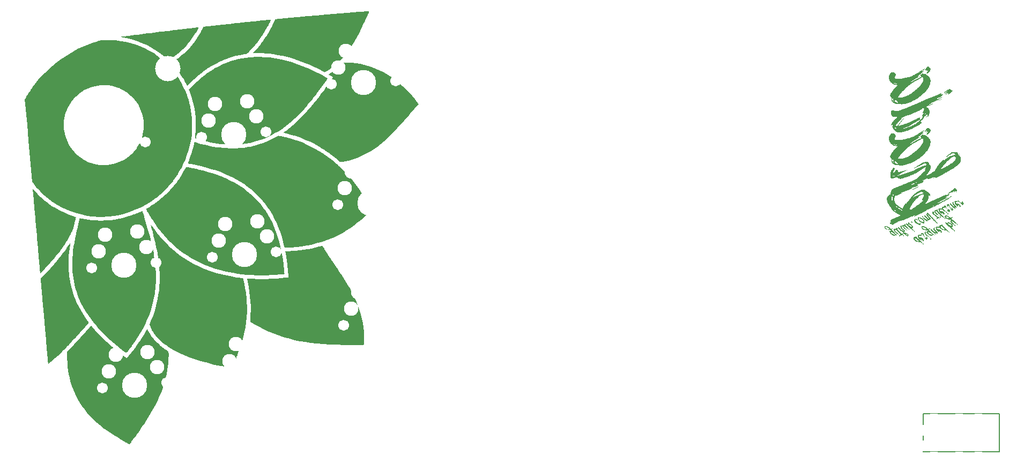
<source format=gbo>
%TF.GenerationSoftware,KiCad,Pcbnew,6.0.0-rc1-unknown-b471945224~144~ubuntu20.04.1*%
%TF.CreationDate,2021-11-24T20:15:15+01:00*%
%TF.ProjectId,khada,6b686164-612e-46b6-9963-61645f706362,rev?*%
%TF.SameCoordinates,Original*%
%TF.FileFunction,Legend,Bot*%
%TF.FilePolarity,Positive*%
%FSLAX46Y46*%
G04 Gerber Fmt 4.6, Leading zero omitted, Abs format (unit mm)*
G04 Created by KiCad (PCBNEW 6.0.0-rc1-unknown-b471945224~144~ubuntu20.04.1) date 2021-11-24 20:15:15*
%MOMM*%
%LPD*%
G01*
G04 APERTURE LIST*
G04 Aperture macros list*
%AMRoundRect*
0 Rectangle with rounded corners*
0 $1 Rounding radius*
0 $2 $3 $4 $5 $6 $7 $8 $9 X,Y pos of 4 corners*
0 Add a 4 corners polygon primitive as box body*
4,1,4,$2,$3,$4,$5,$6,$7,$8,$9,$2,$3,0*
0 Add four circle primitives for the rounded corners*
1,1,$1+$1,$2,$3*
1,1,$1+$1,$4,$5*
1,1,$1+$1,$6,$7*
1,1,$1+$1,$8,$9*
0 Add four rect primitives between the rounded corners*
20,1,$1+$1,$2,$3,$4,$5,0*
20,1,$1+$1,$4,$5,$6,$7,0*
20,1,$1+$1,$6,$7,$8,$9,0*
20,1,$1+$1,$8,$9,$2,$3,0*%
%AMHorizOval*
0 Thick line with rounded ends*
0 $1 width*
0 $2 $3 position (X,Y) of the first rounded end (center of the circle)*
0 $4 $5 position (X,Y) of the second rounded end (center of the circle)*
0 Add line between two ends*
20,1,$1,$2,$3,$4,$5,0*
0 Add two circle primitives to create the rounded ends*
1,1,$1,$2,$3*
1,1,$1,$4,$5*%
G04 Aperture macros list end*
%ADD10C,0.300000*%
%ADD11C,0.150000*%
%ADD12C,3.987800*%
%ADD13C,1.701800*%
%ADD14C,2.286000*%
%ADD15RoundRect,0.160000X0.693344X-0.581785X0.581785X0.693344X-0.693344X0.581785X-0.581785X-0.693344X0*%
%ADD16HorizOval,1.600000X0.000000X0.000000X0.000000X0.000000X0*%
%ADD17C,4.000000*%
%ADD18RoundRect,0.160000X0.353649X-0.833146X0.833146X0.353649X-0.353649X0.833146X-0.833146X-0.353649X0*%
%ADD19HorizOval,1.600000X0.000000X0.000000X0.000000X0.000000X0*%
%ADD20RoundRect,0.160000X0.672618X-0.605628X0.605628X0.672618X-0.672618X0.605628X-0.605628X-0.672618X0*%
%ADD21HorizOval,1.600000X0.000000X0.000000X0.000000X0.000000X0*%
%ADD22RoundRect,0.160000X0.640000X-0.640000X0.640000X0.640000X-0.640000X0.640000X-0.640000X-0.640000X0*%
%ADD23O,1.600000X1.600000*%
%ADD24C,1.400000*%
%ADD25O,1.400000X1.400000*%
%ADD26RoundRect,0.160000X0.605628X-0.672618X0.672618X0.605628X-0.605628X0.672618X-0.672618X-0.605628X0*%
%ADD27HorizOval,1.600000X0.000000X0.000000X0.000000X0.000000X0*%
%ADD28R,1.700000X1.700000*%
%ADD29C,1.700000*%
%ADD30RoundRect,0.160000X0.000000X-0.905097X0.905097X0.000000X0.000000X0.905097X-0.905097X0.000000X0*%
%ADD31HorizOval,1.600000X0.000000X0.000000X0.000000X0.000000X0*%
%ADD32C,1.200000*%
%ADD33O,2.500000X1.700000*%
G04 APERTURE END LIST*
D10*
%TO.C,G\u002A\u002A\u002A*%
X83272571Y-84548000D02*
X83417714Y-84475428D01*
X83635428Y-84475428D01*
X83853142Y-84548000D01*
X83998285Y-84693142D01*
X84070857Y-84838285D01*
X84143428Y-85128571D01*
X84143428Y-85346285D01*
X84070857Y-85636571D01*
X83998285Y-85781714D01*
X83853142Y-85926857D01*
X83635428Y-85999428D01*
X83490285Y-85999428D01*
X83272571Y-85926857D01*
X83200000Y-85854285D01*
X83200000Y-85346285D01*
X83490285Y-85346285D01*
X82329142Y-84475428D02*
X82329142Y-84838285D01*
X82692000Y-84693142D02*
X82329142Y-84838285D01*
X81966285Y-84693142D01*
X82546857Y-85128571D02*
X82329142Y-84838285D01*
X82111428Y-85128571D01*
X81168000Y-84475428D02*
X81168000Y-84838285D01*
X81530857Y-84693142D02*
X81168000Y-84838285D01*
X80805142Y-84693142D01*
X81385714Y-85128571D02*
X81168000Y-84838285D01*
X80950285Y-85128571D01*
X80006857Y-84475428D02*
X80006857Y-84838285D01*
X80369714Y-84693142D02*
X80006857Y-84838285D01*
X79644000Y-84693142D01*
X80224571Y-85128571D02*
X80006857Y-84838285D01*
X79789142Y-85128571D01*
D11*
%TO.C,J1*%
X192723200Y-120692200D02*
X192723200Y-114692200D01*
X204723200Y-120692200D02*
X192723200Y-120692200D01*
X204723200Y-114692200D02*
X204723200Y-120692200D01*
X192723200Y-114692200D02*
X204723200Y-114692200D01*
%TO.C,G\u002A\u002A\u002A*%
G36*
X76331556Y-75752072D02*
G01*
X76386368Y-75757106D01*
X76469590Y-75768856D01*
X76578063Y-75786681D01*
X76708627Y-75809940D01*
X76858121Y-75837991D01*
X77023385Y-75870194D01*
X77201258Y-75905906D01*
X77388580Y-75944486D01*
X77582191Y-75985294D01*
X77778931Y-76027688D01*
X77975639Y-76071026D01*
X78169155Y-76114668D01*
X78356318Y-76157971D01*
X78533969Y-76200296D01*
X79269997Y-76388372D01*
X80002602Y-76596719D01*
X80707370Y-76819653D01*
X81385464Y-77057674D01*
X82038049Y-77311284D01*
X82666287Y-77580981D01*
X83271344Y-77867268D01*
X83854382Y-78170644D01*
X84416566Y-78491609D01*
X84959059Y-78830664D01*
X85483025Y-79188310D01*
X85525541Y-79218698D01*
X85617890Y-79285500D01*
X85704305Y-79349444D01*
X85788634Y-79413612D01*
X85874725Y-79481088D01*
X85966426Y-79554953D01*
X86067587Y-79638292D01*
X86182054Y-79734185D01*
X86313677Y-79845716D01*
X86466304Y-79975968D01*
X86767623Y-80241970D01*
X87238486Y-80693267D01*
X87686814Y-81168748D01*
X88112602Y-81668405D01*
X88515845Y-82192229D01*
X88896540Y-82740210D01*
X89254682Y-83312340D01*
X89590267Y-83908609D01*
X89903291Y-84529008D01*
X90193750Y-85173529D01*
X90461639Y-85842162D01*
X90706954Y-86534898D01*
X90929692Y-87251729D01*
X91129847Y-87992644D01*
X91307416Y-88757636D01*
X91462394Y-89546696D01*
X91594777Y-90359813D01*
X91704561Y-91196980D01*
X91722186Y-91352288D01*
X91740285Y-91518542D01*
X91757713Y-91685110D01*
X91774171Y-91848675D01*
X91789362Y-92005916D01*
X91802986Y-92153517D01*
X91814745Y-92288158D01*
X91824343Y-92406521D01*
X91831481Y-92505287D01*
X91835860Y-92581139D01*
X91837182Y-92630757D01*
X91835150Y-92650823D01*
X91828024Y-92654363D01*
X91790469Y-92662652D01*
X91724161Y-92672415D01*
X91631925Y-92683427D01*
X91516589Y-92695467D01*
X91380980Y-92708313D01*
X91227926Y-92721742D01*
X91060252Y-92735531D01*
X90880786Y-92749458D01*
X90692355Y-92763300D01*
X90497786Y-92776835D01*
X90299907Y-92789840D01*
X90101544Y-92802093D01*
X89905524Y-92813371D01*
X89714674Y-92823453D01*
X89531822Y-92832114D01*
X89452871Y-92835184D01*
X89298765Y-92839536D01*
X89119443Y-92842998D01*
X88919761Y-92845582D01*
X88704574Y-92847299D01*
X88478735Y-92848162D01*
X88247101Y-92848182D01*
X88014526Y-92847370D01*
X87785864Y-92845738D01*
X87565972Y-92843299D01*
X87359702Y-92840063D01*
X87171911Y-92836043D01*
X87007454Y-92831250D01*
X86871184Y-92825696D01*
X86690914Y-92816330D01*
X85913410Y-92763993D01*
X85160718Y-92693271D01*
X84430404Y-92603764D01*
X83720036Y-92495069D01*
X83027180Y-92366784D01*
X82349403Y-92218507D01*
X81684270Y-92049836D01*
X81029349Y-91860368D01*
X80558078Y-91708745D01*
X79844813Y-91452860D01*
X79146729Y-91170084D01*
X78465179Y-90861110D01*
X77801515Y-90526633D01*
X77157089Y-90167348D01*
X76533255Y-89783947D01*
X75931365Y-89377125D01*
X75352772Y-88947577D01*
X74980733Y-88650343D01*
X74403929Y-88156609D01*
X73848086Y-87638987D01*
X73312624Y-87096829D01*
X72796964Y-86529488D01*
X72300527Y-85936317D01*
X71822734Y-85316669D01*
X71363005Y-84669896D01*
X70920762Y-83995352D01*
X70888680Y-83944176D01*
X70805672Y-83809871D01*
X70718726Y-83666807D01*
X70629605Y-83518067D01*
X70540072Y-83366734D01*
X70451890Y-83215890D01*
X70366820Y-83068618D01*
X70286626Y-82928000D01*
X70213071Y-82797120D01*
X70147918Y-82679059D01*
X70092928Y-82576900D01*
X70049866Y-82493726D01*
X70020493Y-82432619D01*
X70006572Y-82396662D01*
X70004477Y-82387013D01*
X70005289Y-82366308D01*
X70019342Y-82347175D01*
X70052028Y-82324061D01*
X70108735Y-82291413D01*
X70148396Y-82269055D01*
X70273561Y-82195932D01*
X70418132Y-82108453D01*
X70576598Y-82010156D01*
X70743448Y-81904580D01*
X70913170Y-81795263D01*
X71080252Y-81685745D01*
X71239183Y-81579564D01*
X71384452Y-81480259D01*
X71510546Y-81391368D01*
X71526012Y-81380228D01*
X71852059Y-81138812D01*
X72163655Y-80894714D01*
X72466923Y-80642698D01*
X72767985Y-80377533D01*
X73072965Y-80093986D01*
X73387985Y-79786823D01*
X73438351Y-79736512D01*
X73555350Y-79618132D01*
X73665302Y-79504314D01*
X73771625Y-79391226D01*
X73877742Y-79275038D01*
X73987073Y-79151920D01*
X74103038Y-79018039D01*
X74229059Y-78869566D01*
X74368557Y-78702668D01*
X74524951Y-78513516D01*
X74638334Y-78375147D01*
X74735167Y-78255087D01*
X74820223Y-78146925D01*
X74898406Y-78044084D01*
X74974626Y-77939988D01*
X75053788Y-77828060D01*
X75140799Y-77701723D01*
X75240567Y-77554401D01*
X75330680Y-77419265D01*
X75532188Y-77107012D01*
X75724317Y-76795329D01*
X75903639Y-76489987D01*
X76066726Y-76196762D01*
X76210150Y-75921426D01*
X76240280Y-75863022D01*
X76276781Y-75799736D01*
X76304286Y-75763488D01*
X76324379Y-75751927D01*
X76331556Y-75752072D01*
G37*
G36*
X69410289Y-82702196D02*
G01*
X69425253Y-82738483D01*
X69441693Y-82788190D01*
X69441972Y-82789126D01*
X69452212Y-82822856D01*
X69471097Y-82884543D01*
X69497561Y-82970728D01*
X69530541Y-83077953D01*
X69568973Y-83202759D01*
X69611793Y-83341689D01*
X69657935Y-83491284D01*
X69706336Y-83648086D01*
X69807430Y-83977156D01*
X69986926Y-84570847D01*
X70154114Y-85137235D01*
X70309442Y-85678348D01*
X70453354Y-86196210D01*
X70586299Y-86692848D01*
X70708723Y-87170287D01*
X70821072Y-87630553D01*
X70923792Y-88075673D01*
X71017330Y-88507671D01*
X71102134Y-88928575D01*
X71178648Y-89340410D01*
X71247321Y-89745201D01*
X71308597Y-90144975D01*
X71362925Y-90541757D01*
X71410750Y-90937574D01*
X71452519Y-91334451D01*
X71488678Y-91734414D01*
X71494833Y-91809829D01*
X71501800Y-91901388D01*
X71507651Y-91988668D01*
X71512479Y-92075402D01*
X71516379Y-92165327D01*
X71519445Y-92262177D01*
X71521772Y-92369688D01*
X71523453Y-92491596D01*
X71524583Y-92631634D01*
X71525257Y-92793539D01*
X71525568Y-92981047D01*
X71525611Y-93197891D01*
X71525455Y-93362657D01*
X71524659Y-93593080D01*
X71522972Y-93797791D01*
X71520145Y-93981258D01*
X71515929Y-94147950D01*
X71510075Y-94302335D01*
X71502336Y-94448881D01*
X71492463Y-94592057D01*
X71480207Y-94736332D01*
X71465320Y-94886172D01*
X71447553Y-95046048D01*
X71426658Y-95220426D01*
X71402387Y-95413776D01*
X71356553Y-95745942D01*
X71234501Y-96457574D01*
X71080599Y-97163459D01*
X70894751Y-97863819D01*
X70676865Y-98558874D01*
X70426845Y-99248846D01*
X70144598Y-99933954D01*
X69830031Y-100614421D01*
X69483048Y-101290467D01*
X69103557Y-101962312D01*
X68691462Y-102630178D01*
X68246671Y-103294286D01*
X67769089Y-103954857D01*
X67706760Y-104037243D01*
X67581201Y-104199855D01*
X67438726Y-104380736D01*
X67282592Y-104575798D01*
X67116056Y-104780956D01*
X66942374Y-104992123D01*
X66924366Y-105013542D01*
X66883496Y-105059577D01*
X66851880Y-105091619D01*
X66835205Y-105103744D01*
X66815602Y-105095193D01*
X66771906Y-105066993D01*
X66706915Y-105020736D01*
X66622715Y-104958099D01*
X66521392Y-104880761D01*
X66405033Y-104790400D01*
X66275723Y-104688695D01*
X66135548Y-104577325D01*
X65986595Y-104457967D01*
X65830949Y-104332301D01*
X65670696Y-104202005D01*
X65507922Y-104068757D01*
X65344713Y-103934236D01*
X65183156Y-103800121D01*
X65025336Y-103668089D01*
X64873338Y-103539820D01*
X64729250Y-103416991D01*
X64595157Y-103301282D01*
X64394831Y-103124206D01*
X64136630Y-102888470D01*
X63868198Y-102635979D01*
X63594787Y-102371945D01*
X63321651Y-102101577D01*
X63054041Y-101830086D01*
X62797208Y-101562682D01*
X62556406Y-101304575D01*
X62336887Y-101060977D01*
X62120382Y-100811926D01*
X61642553Y-100232508D01*
X61197457Y-99649129D01*
X60785023Y-99061657D01*
X60405176Y-98469956D01*
X60057846Y-97873891D01*
X59742960Y-97273329D01*
X59460447Y-96668135D01*
X59210232Y-96058174D01*
X58992246Y-95443312D01*
X58806415Y-94823414D01*
X58652667Y-94198347D01*
X58566726Y-93774965D01*
X58483962Y-93280814D01*
X58419105Y-92780252D01*
X58372210Y-92271535D01*
X58343332Y-91752916D01*
X58332529Y-91222650D01*
X58339855Y-90678992D01*
X58365367Y-90120197D01*
X58409120Y-89544519D01*
X58471170Y-88950213D01*
X58551572Y-88335533D01*
X58650383Y-87698734D01*
X58767658Y-87038070D01*
X58903454Y-86351797D01*
X58929570Y-86226508D01*
X58963062Y-86068860D01*
X58992690Y-85934359D01*
X59019842Y-85817485D01*
X59045909Y-85712716D01*
X59072281Y-85614529D01*
X59100347Y-85517404D01*
X59131498Y-85415819D01*
X59167122Y-85304251D01*
X59199455Y-85202377D01*
X59312903Y-84803592D01*
X59400609Y-84418911D01*
X59463530Y-84044276D01*
X59463620Y-84043620D01*
X59475001Y-83966158D01*
X59485983Y-83901049D01*
X59495319Y-83855111D01*
X59501762Y-83835165D01*
X59502737Y-83834674D01*
X59526293Y-83835398D01*
X59576276Y-83842089D01*
X59647607Y-83853914D01*
X59735205Y-83870041D01*
X59833992Y-83889636D01*
X59865551Y-83896079D01*
X60381807Y-83993272D01*
X60883320Y-84071521D01*
X61380643Y-84132303D01*
X61884327Y-84177098D01*
X62006115Y-84184489D01*
X62169102Y-84191334D01*
X62353007Y-84196563D01*
X62551417Y-84200147D01*
X62757918Y-84202057D01*
X62966096Y-84202262D01*
X63169538Y-84200733D01*
X63361831Y-84197440D01*
X63536561Y-84192354D01*
X63687314Y-84185445D01*
X64339921Y-84132448D01*
X65006040Y-84046709D01*
X65672705Y-83929317D01*
X66337464Y-83780763D01*
X66997865Y-83601537D01*
X67651457Y-83392130D01*
X67656533Y-83390376D01*
X67845406Y-83324016D01*
X68021911Y-83259561D01*
X68193033Y-83194219D01*
X68365755Y-83125202D01*
X68547064Y-83049720D01*
X68743943Y-82964984D01*
X68963379Y-82868204D01*
X68983039Y-82859474D01*
X69092340Y-82811710D01*
X69191225Y-82769768D01*
X69275761Y-82735222D01*
X69342014Y-82709648D01*
X69386052Y-82694623D01*
X69403941Y-82691721D01*
X69410289Y-82702196D01*
G37*
G36*
X78287521Y-53679951D02*
G01*
X78288094Y-53684457D01*
X78279162Y-53713868D01*
X78257514Y-53766108D01*
X78225308Y-53836800D01*
X78184700Y-53921568D01*
X78137846Y-54016035D01*
X78086902Y-54115824D01*
X78034026Y-54216560D01*
X77981373Y-54313864D01*
X77931100Y-54403360D01*
X77683581Y-54814162D01*
X77349123Y-55316114D01*
X76983985Y-55809873D01*
X76587212Y-56296784D01*
X76579317Y-56306004D01*
X76481395Y-56416366D01*
X76363374Y-56543463D01*
X76229765Y-56682843D01*
X76085081Y-56830057D01*
X75933834Y-56980653D01*
X75780535Y-57130181D01*
X75629698Y-57274189D01*
X75485835Y-57408226D01*
X75353457Y-57527841D01*
X75237077Y-57628584D01*
X75211071Y-57650408D01*
X75039505Y-57792509D01*
X74876167Y-57924055D01*
X74715801Y-58048930D01*
X74553151Y-58171017D01*
X74382958Y-58294201D01*
X74199968Y-58422365D01*
X73998923Y-58559393D01*
X73774567Y-58709169D01*
X73731623Y-58737420D01*
X73661633Y-58782600D01*
X73603891Y-58818779D01*
X73563461Y-58842811D01*
X73545406Y-58851549D01*
X73532489Y-58843245D01*
X73496766Y-58815872D01*
X73441413Y-58771722D01*
X73369389Y-58713201D01*
X73283651Y-58642713D01*
X73187160Y-58562665D01*
X73082872Y-58475463D01*
X73001820Y-58407510D01*
X72805037Y-58243395D01*
X72628445Y-58097724D01*
X72468702Y-57968030D01*
X72322467Y-57851843D01*
X72186398Y-57746695D01*
X72057154Y-57650116D01*
X71931392Y-57559637D01*
X71805772Y-57472791D01*
X71676952Y-57387108D01*
X71541589Y-57300118D01*
X71396343Y-57209355D01*
X71237872Y-57112348D01*
X70681943Y-56791373D01*
X70077086Y-56478599D01*
X69460512Y-56196633D01*
X68832609Y-55945639D01*
X68193768Y-55725786D01*
X67544379Y-55537237D01*
X67495490Y-55524519D01*
X67338193Y-55485494D01*
X67157412Y-55442941D01*
X66959870Y-55398333D01*
X66752286Y-55353141D01*
X66541381Y-55308839D01*
X66333875Y-55266898D01*
X66136491Y-55228792D01*
X66128179Y-55227220D01*
X66053461Y-55212075D01*
X65993552Y-55198140D01*
X65954369Y-55186905D01*
X65941829Y-55179855D01*
X65951096Y-55174877D01*
X65985799Y-55166411D01*
X66035924Y-55159026D01*
X66045165Y-55157937D01*
X66087377Y-55152764D01*
X66159421Y-55143823D01*
X66259314Y-55131364D01*
X66385076Y-55115635D01*
X66534726Y-55096885D01*
X66706282Y-55075362D01*
X66897763Y-55051316D01*
X67107188Y-55024995D01*
X67332577Y-54996647D01*
X67571947Y-54966522D01*
X67823318Y-54934868D01*
X68084709Y-54901934D01*
X68354138Y-54867969D01*
X68707725Y-54823434D01*
X69216093Y-54759580D01*
X69721254Y-54696334D01*
X70222151Y-54633822D01*
X70717727Y-54572169D01*
X71206926Y-54511503D01*
X71688691Y-54451949D01*
X72161966Y-54393635D01*
X72625694Y-54336686D01*
X73078818Y-54281228D01*
X73520283Y-54227389D01*
X73949031Y-54175295D01*
X74364006Y-54125071D01*
X74764152Y-54076844D01*
X75148411Y-54030741D01*
X75515728Y-53986888D01*
X75865045Y-53945411D01*
X76195307Y-53906437D01*
X76505457Y-53870092D01*
X76794437Y-53836502D01*
X77061193Y-53805794D01*
X77304666Y-53778095D01*
X77523801Y-53753529D01*
X77717541Y-53732225D01*
X77884830Y-53714307D01*
X78024610Y-53699903D01*
X78135826Y-53689139D01*
X78217421Y-53682142D01*
X78268338Y-53679037D01*
X78287521Y-53679951D01*
G37*
G36*
X97839969Y-88197265D02*
G01*
X97859462Y-88214846D01*
X97885456Y-88246732D01*
X97919964Y-88295787D01*
X97964996Y-88364874D01*
X98022566Y-88456855D01*
X98094685Y-88574595D01*
X98108158Y-88596732D01*
X98167170Y-88693565D01*
X98223376Y-88785493D01*
X98277738Y-88873986D01*
X98331221Y-88960518D01*
X98384789Y-89046560D01*
X98439407Y-89133583D01*
X98496038Y-89223059D01*
X98555647Y-89316459D01*
X98619197Y-89415256D01*
X98687653Y-89520921D01*
X98761980Y-89634926D01*
X98843140Y-89758742D01*
X98932099Y-89893841D01*
X99029820Y-90041695D01*
X99137268Y-90203775D01*
X99255406Y-90381554D01*
X99385200Y-90576502D01*
X99527612Y-90790091D01*
X99683607Y-91023793D01*
X99854150Y-91279081D01*
X100040203Y-91557424D01*
X100242733Y-91860296D01*
X100462702Y-92189167D01*
X100623571Y-92430685D01*
X100928681Y-92895101D01*
X101213580Y-93337881D01*
X101479435Y-93761080D01*
X101727409Y-94166751D01*
X101958669Y-94556947D01*
X102174378Y-94933723D01*
X102375702Y-95299132D01*
X102563807Y-95655228D01*
X102739856Y-96004065D01*
X102905015Y-96347696D01*
X103060449Y-96688176D01*
X103207322Y-97027557D01*
X103245492Y-97118913D01*
X103502032Y-97776049D01*
X103725940Y-98431274D01*
X103917445Y-99085749D01*
X104076777Y-99740636D01*
X104204165Y-100397096D01*
X104299838Y-101056290D01*
X104364026Y-101719379D01*
X104396958Y-102387525D01*
X104398863Y-103061888D01*
X104397746Y-103115818D01*
X104394612Y-103250592D01*
X104391175Y-103378652D01*
X104387604Y-103494728D01*
X104384069Y-103593548D01*
X104380737Y-103669842D01*
X104377780Y-103718338D01*
X104373096Y-103772058D01*
X104367087Y-103814896D01*
X104357767Y-103837848D01*
X104341806Y-103848167D01*
X104315872Y-103853105D01*
X104310785Y-103853613D01*
X104273328Y-103855095D01*
X104206061Y-103856289D01*
X104111470Y-103857207D01*
X103992040Y-103857862D01*
X103850259Y-103858265D01*
X103688612Y-103858429D01*
X103509586Y-103858366D01*
X103315667Y-103858089D01*
X103109341Y-103857609D01*
X102893095Y-103856940D01*
X102669414Y-103856093D01*
X102440785Y-103855081D01*
X102209695Y-103853916D01*
X101978629Y-103852611D01*
X101750073Y-103851177D01*
X101526515Y-103849627D01*
X101310440Y-103847973D01*
X101104334Y-103846228D01*
X100910684Y-103844404D01*
X100731976Y-103842513D01*
X100570696Y-103840568D01*
X100429330Y-103838580D01*
X100310366Y-103836562D01*
X100216288Y-103834527D01*
X100149584Y-103832487D01*
X99933250Y-103823809D01*
X99498723Y-103804821D01*
X99090594Y-103784688D01*
X98704352Y-103763114D01*
X98335488Y-103739805D01*
X97979490Y-103714468D01*
X97631849Y-103686808D01*
X97288055Y-103656531D01*
X96943598Y-103623343D01*
X96906266Y-103619578D01*
X96021023Y-103518362D01*
X95161404Y-103396739D01*
X94326915Y-103254547D01*
X93517060Y-103091625D01*
X92731345Y-102907815D01*
X91969275Y-102702954D01*
X91230357Y-102476882D01*
X90514095Y-102229440D01*
X89819995Y-101960465D01*
X89147562Y-101669799D01*
X88496302Y-101357279D01*
X87865720Y-101022747D01*
X87255322Y-100666040D01*
X86664613Y-100287000D01*
X86433253Y-100131602D01*
X86435595Y-100000977D01*
X86437612Y-99944481D01*
X86442002Y-99861495D01*
X86448252Y-99761102D01*
X86455870Y-99651184D01*
X86464366Y-99539623D01*
X86492559Y-99116543D01*
X86515484Y-98402912D01*
X86508621Y-97675796D01*
X86472005Y-96935649D01*
X86405671Y-96182925D01*
X86309653Y-95418079D01*
X86183986Y-94641564D01*
X86028705Y-93853836D01*
X86020671Y-93816269D01*
X85995747Y-93698430D01*
X85973798Y-93592694D01*
X85955636Y-93503104D01*
X85942071Y-93433703D01*
X85933913Y-93388532D01*
X85931975Y-93371634D01*
X85947576Y-93370620D01*
X85989907Y-93371792D01*
X86052140Y-93375019D01*
X86127528Y-93380011D01*
X86287829Y-93391017D01*
X86487814Y-93402914D01*
X86691103Y-93412836D01*
X86901942Y-93420900D01*
X87124577Y-93427222D01*
X87363257Y-93431920D01*
X87622228Y-93435109D01*
X87905736Y-93436908D01*
X88218029Y-93437431D01*
X88528850Y-93436612D01*
X88836091Y-93434005D01*
X89128597Y-93429375D01*
X89410682Y-93422485D01*
X89686662Y-93413099D01*
X89960850Y-93400982D01*
X90237562Y-93385896D01*
X90521113Y-93367606D01*
X90815816Y-93345875D01*
X91125988Y-93320468D01*
X91455943Y-93291147D01*
X91809995Y-93257677D01*
X92192459Y-93219821D01*
X92259256Y-93213027D01*
X92341729Y-93204451D01*
X92407833Y-93197351D01*
X92452061Y-93192322D01*
X92468906Y-93189961D01*
X92470413Y-93183813D01*
X92470664Y-93148767D01*
X92467928Y-93085479D01*
X92462477Y-92996956D01*
X92454585Y-92886203D01*
X92444527Y-92756225D01*
X92432574Y-92610026D01*
X92419001Y-92450613D01*
X92404081Y-92280990D01*
X92388088Y-92104162D01*
X92371294Y-91923134D01*
X92353974Y-91740913D01*
X92336400Y-91560502D01*
X92318846Y-91384906D01*
X92301585Y-91217132D01*
X92284892Y-91060184D01*
X92269038Y-90917068D01*
X92254298Y-90790788D01*
X92240946Y-90684349D01*
X92226214Y-90575758D01*
X92207355Y-90443110D01*
X92186101Y-90298677D01*
X92163102Y-90146504D01*
X92139011Y-89990638D01*
X92114479Y-89835126D01*
X92090159Y-89684015D01*
X92066701Y-89541351D01*
X92044758Y-89411180D01*
X92024981Y-89297550D01*
X92008023Y-89204506D01*
X91994535Y-89136095D01*
X91985168Y-89096363D01*
X91984960Y-89095517D01*
X91987298Y-89088881D01*
X91999067Y-89083041D01*
X92023215Y-89077736D01*
X92062693Y-89072704D01*
X92120449Y-89067684D01*
X92199433Y-89062415D01*
X92302596Y-89056636D01*
X92432885Y-89050085D01*
X92593251Y-89042501D01*
X92943031Y-89024066D01*
X93606554Y-88976077D01*
X94248922Y-88911526D01*
X94875521Y-88829580D01*
X95491738Y-88729410D01*
X96102958Y-88610183D01*
X96714567Y-88471070D01*
X97331952Y-88311238D01*
X97350303Y-88306221D01*
X97468195Y-88274582D01*
X97576527Y-88246482D01*
X97670849Y-88223006D01*
X97746710Y-88205237D01*
X97799656Y-88194260D01*
X97825239Y-88191157D01*
X97839969Y-88197265D01*
G37*
G36*
X101879431Y-59258710D02*
G01*
X102136720Y-59265660D01*
X102403025Y-59278588D01*
X102670121Y-59297080D01*
X102929784Y-59320723D01*
X103173786Y-59349102D01*
X103195322Y-59351946D01*
X103803552Y-59449517D01*
X104408478Y-59579851D01*
X105009624Y-59742766D01*
X105606511Y-59938079D01*
X106198662Y-60165606D01*
X106785598Y-60425165D01*
X107366844Y-60716572D01*
X107941919Y-61039644D01*
X108510348Y-61394199D01*
X108605191Y-61456742D01*
X108851431Y-61623277D01*
X109085441Y-61788307D01*
X109312922Y-61956199D01*
X109539575Y-62131322D01*
X109771101Y-62318044D01*
X110013201Y-62520733D01*
X110271574Y-62743757D01*
X110521348Y-62966817D01*
X111029724Y-63450699D01*
X111524963Y-63962798D01*
X112005074Y-64500926D01*
X112468066Y-65062893D01*
X112911949Y-65646512D01*
X113013420Y-65785433D01*
X112937322Y-65869754D01*
X112930710Y-65877083D01*
X112829852Y-65989178D01*
X112724050Y-66107383D01*
X112611451Y-66233798D01*
X112490202Y-66370523D01*
X112358450Y-66519660D01*
X112214343Y-66683309D01*
X112056027Y-66863571D01*
X111881650Y-67062546D01*
X111689358Y-67282335D01*
X111477299Y-67525039D01*
X111316823Y-67708736D01*
X111100797Y-67955738D01*
X110903174Y-68181284D01*
X110722059Y-68387488D01*
X110555551Y-68576465D01*
X110401756Y-68750328D01*
X110258773Y-68911192D01*
X110124707Y-69061169D01*
X109997660Y-69202375D01*
X109875733Y-69336922D01*
X109757029Y-69466926D01*
X109639651Y-69594500D01*
X109521701Y-69721758D01*
X109401282Y-69850814D01*
X109276495Y-69983782D01*
X109145444Y-70122776D01*
X109001669Y-70273844D01*
X108497127Y-70785878D01*
X107995951Y-71265907D01*
X107497258Y-71714524D01*
X107000162Y-72132320D01*
X106503780Y-72519889D01*
X106007227Y-72877821D01*
X105509617Y-73206710D01*
X105010068Y-73507147D01*
X104507693Y-73779724D01*
X104001608Y-74025034D01*
X103490929Y-74243669D01*
X102974772Y-74436221D01*
X102452251Y-74603282D01*
X102440986Y-74606585D01*
X102233831Y-74665126D01*
X102026914Y-74719131D01*
X101814704Y-74769805D01*
X101591672Y-74818357D01*
X101352289Y-74865992D01*
X101091024Y-74913918D01*
X100802349Y-74963342D01*
X100801277Y-74963520D01*
X100767020Y-74968640D01*
X100737178Y-74970016D01*
X100708034Y-74965459D01*
X100675870Y-74952782D01*
X100636968Y-74929795D01*
X100587611Y-74894311D01*
X100524080Y-74844142D01*
X100442659Y-74777099D01*
X100339629Y-74690994D01*
X100233684Y-74602581D01*
X99898170Y-74327097D01*
X99578649Y-74072288D01*
X99270655Y-73834959D01*
X98969719Y-73611915D01*
X98671376Y-73399962D01*
X98371157Y-73195906D01*
X98064597Y-72996550D01*
X97747227Y-72798701D01*
X97414580Y-72599165D01*
X97177605Y-72461484D01*
X96497504Y-72088624D01*
X95813576Y-71747003D01*
X95122531Y-71435266D01*
X94421079Y-71152058D01*
X93705930Y-70896024D01*
X92973793Y-70665808D01*
X92221379Y-70460055D01*
X92124441Y-70435232D01*
X92004089Y-70403815D01*
X91897331Y-70375267D01*
X91807864Y-70350609D01*
X91739382Y-70330866D01*
X91695584Y-70317061D01*
X91680163Y-70310216D01*
X91684784Y-70304677D01*
X91711687Y-70281528D01*
X91759375Y-70243511D01*
X91824134Y-70193514D01*
X91902253Y-70134426D01*
X91990019Y-70069133D01*
X92116283Y-69975331D01*
X92385356Y-69770921D01*
X92644014Y-69567624D01*
X92896729Y-69361619D01*
X93147974Y-69149086D01*
X93402219Y-68926204D01*
X93663936Y-68689153D01*
X93937597Y-68434111D01*
X94227673Y-68157258D01*
X94252320Y-68133442D01*
X94531979Y-67856131D01*
X94823265Y-67554532D01*
X95126778Y-67227966D01*
X95443120Y-66875756D01*
X95772891Y-66497224D01*
X96116689Y-66091692D01*
X96475116Y-65658482D01*
X96848772Y-65196917D01*
X96919958Y-65107592D01*
X97088899Y-64892228D01*
X97272445Y-64654112D01*
X97468138Y-64396595D01*
X97673523Y-64123026D01*
X97886141Y-63836755D01*
X98103535Y-63541134D01*
X98323249Y-63239511D01*
X98542825Y-62935236D01*
X98759806Y-62631661D01*
X98971734Y-62332134D01*
X99176154Y-62040007D01*
X99370607Y-61758628D01*
X99514837Y-61548468D01*
X99443856Y-61503547D01*
X99416643Y-61486644D01*
X99361202Y-61452809D01*
X99288539Y-61408854D01*
X99204949Y-61358587D01*
X99116727Y-61305810D01*
X99043292Y-61261801D01*
X98965545Y-61214750D01*
X98900529Y-61174904D01*
X98853479Y-61145478D01*
X98829635Y-61129684D01*
X98827515Y-61128038D01*
X98819019Y-61117847D01*
X98821429Y-61105834D01*
X98838311Y-61089092D01*
X98873226Y-61064715D01*
X98929741Y-61029795D01*
X99011418Y-60981425D01*
X99162189Y-60891124D01*
X99537938Y-60649600D01*
X99899955Y-60391848D01*
X100253449Y-60113848D01*
X100603625Y-59811583D01*
X100955691Y-59481034D01*
X101166873Y-59275041D01*
X101459725Y-59262818D01*
X101639384Y-59258153D01*
X101879431Y-59258710D01*
G37*
G36*
X58031858Y-87688205D02*
G01*
X58033194Y-87714302D01*
X58032138Y-87732328D01*
X58027016Y-87781989D01*
X58018222Y-87855601D01*
X58006398Y-87948056D01*
X57992182Y-88054243D01*
X57976216Y-88169055D01*
X57920260Y-88585992D01*
X57847790Y-89221206D01*
X57794292Y-89833209D01*
X57759716Y-90424334D01*
X57744012Y-90996912D01*
X57747129Y-91553274D01*
X57769017Y-92095752D01*
X57809626Y-92626677D01*
X57868906Y-93148380D01*
X57889240Y-93295842D01*
X58000595Y-93958140D01*
X58143808Y-94613319D01*
X58318955Y-95261559D01*
X58526112Y-95903039D01*
X58765356Y-96537937D01*
X59036762Y-97166431D01*
X59340407Y-97788702D01*
X59676367Y-98404927D01*
X60044718Y-99015286D01*
X60445536Y-99619958D01*
X60878897Y-100219120D01*
X60908828Y-100260630D01*
X60933019Y-100298203D01*
X60942260Y-100318339D01*
X60938573Y-100325352D01*
X60916491Y-100353922D01*
X60877820Y-100399471D01*
X60826416Y-100457508D01*
X60766132Y-100523542D01*
X60748986Y-100542094D01*
X60675528Y-100622005D01*
X60582145Y-100724109D01*
X60470527Y-100846545D01*
X60342364Y-100987447D01*
X60199346Y-101144952D01*
X60043164Y-101317197D01*
X59875508Y-101502318D01*
X59698068Y-101698450D01*
X59512535Y-101903731D01*
X59320598Y-102116297D01*
X59123947Y-102334284D01*
X58899054Y-102583447D01*
X58677086Y-102828755D01*
X58473154Y-103053371D01*
X58285274Y-103259420D01*
X58111462Y-103449027D01*
X57949733Y-103624317D01*
X57798104Y-103787414D01*
X57654589Y-103940443D01*
X57517205Y-104085529D01*
X57383968Y-104224796D01*
X57252892Y-104360370D01*
X57121994Y-104494374D01*
X56989290Y-104628935D01*
X56852794Y-104766176D01*
X56733459Y-104885187D01*
X56370894Y-105239798D01*
X56020128Y-105571751D01*
X55676712Y-105885052D01*
X55336196Y-106183708D01*
X54994132Y-106471724D01*
X54646070Y-106753107D01*
X54595569Y-106792571D01*
X54553349Y-106823122D01*
X54528536Y-106836227D01*
X54516813Y-106834026D01*
X54513865Y-106818660D01*
X54513654Y-106815682D01*
X54511141Y-106785568D01*
X54505864Y-106724029D01*
X54497919Y-106632164D01*
X54487402Y-106511075D01*
X54474411Y-106361862D01*
X54459041Y-106185624D01*
X54441388Y-105983462D01*
X54421550Y-105756477D01*
X54399622Y-105505769D01*
X54375701Y-105232438D01*
X54349883Y-104937584D01*
X54322265Y-104622307D01*
X54292942Y-104287709D01*
X54262012Y-103934889D01*
X54229571Y-103564947D01*
X54195715Y-103178984D01*
X54160541Y-102778101D01*
X54124144Y-102363396D01*
X54086622Y-101935972D01*
X54048070Y-101496927D01*
X54008585Y-101047362D01*
X53968264Y-100588378D01*
X53927202Y-100121075D01*
X53911908Y-99947025D01*
X53871090Y-99482328D01*
X53831049Y-99026227D01*
X53791880Y-98579829D01*
X53753682Y-98144242D01*
X53716550Y-97720572D01*
X53680580Y-97309926D01*
X53645870Y-96913411D01*
X53612516Y-96532133D01*
X53580614Y-96167199D01*
X53550262Y-95819716D01*
X53521554Y-95490791D01*
X53494589Y-95181530D01*
X53469462Y-94893040D01*
X53446269Y-94626428D01*
X53425109Y-94382801D01*
X53406076Y-94163265D01*
X53389268Y-93968927D01*
X53374781Y-93800894D01*
X53362712Y-93660272D01*
X53353156Y-93548169D01*
X53346212Y-93465691D01*
X53341974Y-93413945D01*
X53340540Y-93394038D01*
X53341512Y-93384283D01*
X53347525Y-93366908D01*
X53360781Y-93344183D01*
X53383279Y-93313836D01*
X53417019Y-93273596D01*
X53464000Y-93221192D01*
X53526221Y-93154353D01*
X53605682Y-93070809D01*
X53704382Y-92968288D01*
X53824319Y-92844519D01*
X53959319Y-92705286D01*
X54175525Y-92481347D01*
X54370235Y-92278333D01*
X54544783Y-92094833D01*
X54700505Y-91929434D01*
X54838734Y-91780722D01*
X54960805Y-91647284D01*
X55068053Y-91527709D01*
X55218783Y-91356616D01*
X55447082Y-91093617D01*
X55676503Y-90824951D01*
X55904378Y-90553899D01*
X56128040Y-90283741D01*
X56344822Y-90017759D01*
X56552057Y-89759235D01*
X56747077Y-89511450D01*
X56927215Y-89277685D01*
X57089805Y-89061220D01*
X57232178Y-88865339D01*
X57244827Y-88847523D01*
X57305916Y-88760423D01*
X57376921Y-88657808D01*
X57454971Y-88543950D01*
X57537193Y-88423118D01*
X57620716Y-88299586D01*
X57702667Y-88177624D01*
X57780174Y-88061503D01*
X57850364Y-87955495D01*
X57910366Y-87863870D01*
X57957308Y-87790902D01*
X57988317Y-87740860D01*
X58011414Y-87702734D01*
X58026005Y-87683516D01*
X58031858Y-87688205D01*
G37*
G36*
X77259895Y-69401533D02*
G01*
X77257261Y-69593576D01*
X77253019Y-69770292D01*
X77247145Y-69926024D01*
X77239612Y-70055118D01*
X77191673Y-70583058D01*
X77100393Y-71275513D01*
X76977609Y-71957965D01*
X76823316Y-72630434D01*
X76637508Y-73292937D01*
X76420179Y-73945492D01*
X76171323Y-74588119D01*
X75890936Y-75220836D01*
X75579010Y-75843660D01*
X75235541Y-76456610D01*
X75121111Y-76648181D01*
X74998421Y-76848043D01*
X74878152Y-77037231D01*
X74757765Y-77219187D01*
X74634717Y-77397356D01*
X74506467Y-77575180D01*
X74370473Y-77756102D01*
X74224193Y-77943567D01*
X74065087Y-78141016D01*
X73890613Y-78351894D01*
X73698229Y-78579644D01*
X73485393Y-78827709D01*
X73471182Y-78844120D01*
X73259126Y-79078862D01*
X73022368Y-79323973D01*
X72765444Y-79575329D01*
X72492888Y-79828807D01*
X72209233Y-80080282D01*
X71919015Y-80325631D01*
X71626768Y-80560730D01*
X71337027Y-80781457D01*
X71131992Y-80930410D01*
X70555762Y-81321879D01*
X69965999Y-81683494D01*
X69363368Y-82015018D01*
X68748539Y-82316211D01*
X68122177Y-82586833D01*
X67484951Y-82826644D01*
X66837526Y-83035406D01*
X66180572Y-83212878D01*
X65514754Y-83358821D01*
X64840740Y-83472996D01*
X64159198Y-83555163D01*
X63470794Y-83605083D01*
X63392045Y-83608641D01*
X62882360Y-83618971D01*
X62357337Y-83608686D01*
X61825662Y-83578256D01*
X61296023Y-83528154D01*
X60777105Y-83458851D01*
X60406005Y-83396365D01*
X59754861Y-83260745D01*
X59113683Y-83093637D01*
X58482849Y-82895185D01*
X57862740Y-82665536D01*
X57253736Y-82404835D01*
X56656215Y-82113226D01*
X56070558Y-81790856D01*
X55497144Y-81437869D01*
X55434377Y-81396560D01*
X55244672Y-81266102D01*
X55038912Y-81117330D01*
X54822205Y-80954266D01*
X54599659Y-80780928D01*
X54376382Y-80601339D01*
X54157482Y-80419518D01*
X53948067Y-80239485D01*
X53753245Y-80065262D01*
X53695334Y-80011662D01*
X53494454Y-79817171D01*
X53283108Y-79600566D01*
X53065786Y-79366958D01*
X52846976Y-79121455D01*
X52631167Y-78869168D01*
X52422849Y-78615206D01*
X52226509Y-78364679D01*
X52046638Y-78122696D01*
X51985436Y-78037801D01*
X51414258Y-71541754D01*
X51195184Y-69050211D01*
X57009433Y-69050211D01*
X57010104Y-69238665D01*
X57014376Y-69422440D01*
X57022240Y-69592778D01*
X57033690Y-69740925D01*
X57063008Y-69988501D01*
X57141739Y-70438537D01*
X57252166Y-70880451D01*
X57393773Y-71312908D01*
X57566045Y-71734572D01*
X57768464Y-72144107D01*
X58000516Y-72540176D01*
X58261684Y-72921444D01*
X58272665Y-72936257D01*
X58476174Y-73190950D01*
X58706293Y-73445741D01*
X58957370Y-73695531D01*
X59223754Y-73935219D01*
X59499794Y-74159707D01*
X59779838Y-74363894D01*
X60058237Y-74542680D01*
X60087674Y-74560134D01*
X60494443Y-74781517D01*
X60909641Y-74970946D01*
X61333583Y-75128526D01*
X61766585Y-75254364D01*
X62208964Y-75348563D01*
X62661034Y-75411231D01*
X62914362Y-75432272D01*
X63371341Y-75445035D01*
X63824279Y-75425435D01*
X64271869Y-75373892D01*
X64712803Y-75290824D01*
X65145772Y-75176649D01*
X65569468Y-75031787D01*
X65982582Y-74856656D01*
X66383808Y-74651675D01*
X66771835Y-74417262D01*
X67145357Y-74153836D01*
X67503064Y-73861815D01*
X67636428Y-73739512D01*
X67809894Y-73566646D01*
X67986742Y-73376777D01*
X68160861Y-73176964D01*
X68326139Y-72974265D01*
X68476466Y-72775736D01*
X68605728Y-72588437D01*
X68769145Y-72322975D01*
X68982522Y-71923570D01*
X69167008Y-71509171D01*
X69322059Y-71081329D01*
X69447134Y-70641595D01*
X69541690Y-70191520D01*
X69605182Y-69732657D01*
X69611417Y-69660200D01*
X69618845Y-69524135D01*
X69623436Y-69367616D01*
X69625249Y-69198272D01*
X69624345Y-69023736D01*
X69620786Y-68851637D01*
X69614631Y-68689608D01*
X69605942Y-68545277D01*
X69594780Y-68426276D01*
X69528661Y-67989353D01*
X69429626Y-67540248D01*
X69300592Y-67104847D01*
X69141388Y-66682692D01*
X68951839Y-66273327D01*
X68731772Y-65876295D01*
X68481014Y-65491139D01*
X68475386Y-65483131D01*
X68203545Y-65125346D01*
X67907319Y-64788832D01*
X67588406Y-64474760D01*
X67248509Y-64184300D01*
X66889328Y-63918620D01*
X66512564Y-63678892D01*
X66119917Y-63466285D01*
X65713088Y-63281968D01*
X65293778Y-63127113D01*
X64863687Y-63002887D01*
X64543097Y-62931420D01*
X64093128Y-62859379D01*
X63643170Y-62819710D01*
X63194668Y-62812056D01*
X62749070Y-62836061D01*
X62307821Y-62891370D01*
X61872369Y-62977627D01*
X61444159Y-63094476D01*
X61024639Y-63241562D01*
X60615255Y-63418529D01*
X60217454Y-63625021D01*
X59832681Y-63860683D01*
X59462384Y-64125159D01*
X59108009Y-64418094D01*
X58956718Y-64557679D01*
X58722337Y-64794658D01*
X58496818Y-65047436D01*
X58285738Y-65309314D01*
X58094675Y-65573594D01*
X57929206Y-65833580D01*
X57798070Y-66064306D01*
X57596917Y-66460272D01*
X57426671Y-66856265D01*
X57286228Y-67255570D01*
X57174487Y-67661475D01*
X57090345Y-68077262D01*
X57032701Y-68506219D01*
X57029085Y-68544317D01*
X57018916Y-68694281D01*
X57012367Y-68865831D01*
X57009433Y-69050211D01*
X51195184Y-69050211D01*
X50843079Y-65045707D01*
X50879856Y-64978993D01*
X50887880Y-64964488D01*
X50973270Y-64814935D01*
X51074840Y-64644227D01*
X51189426Y-64457262D01*
X51313868Y-64258934D01*
X51445004Y-64054139D01*
X51579672Y-63847774D01*
X51714711Y-63644733D01*
X51846957Y-63449912D01*
X51973251Y-63268208D01*
X52090430Y-63104516D01*
X52443057Y-62635620D01*
X52947433Y-62012206D01*
X53475740Y-61411423D01*
X54027488Y-60833702D01*
X54602186Y-60279473D01*
X55199342Y-59749168D01*
X55818465Y-59243218D01*
X56459066Y-58762055D01*
X57120653Y-58306108D01*
X57802735Y-57875809D01*
X58504821Y-57471589D01*
X58808301Y-57309109D01*
X59213132Y-57104224D01*
X59630072Y-56905656D01*
X60054945Y-56715049D01*
X60483579Y-56534043D01*
X60911801Y-56364282D01*
X61335437Y-56207408D01*
X61750314Y-56065063D01*
X62152258Y-55938890D01*
X62537097Y-55830531D01*
X62900657Y-55741629D01*
X63214645Y-55671399D01*
X63900462Y-55669899D01*
X63979368Y-55669783D01*
X64186079Y-55670227D01*
X64368317Y-55672079D01*
X64532437Y-55675668D01*
X64684790Y-55681321D01*
X64831729Y-55689365D01*
X64979607Y-55700129D01*
X65134777Y-55713940D01*
X65303592Y-55731125D01*
X65492404Y-55752013D01*
X65499539Y-55752827D01*
X66132621Y-55841014D01*
X66762905Y-55960188D01*
X67387939Y-56109512D01*
X68005268Y-56288149D01*
X68612440Y-56495265D01*
X69207002Y-56730023D01*
X69786501Y-56991586D01*
X70348483Y-57279120D01*
X70890495Y-57591786D01*
X71185581Y-57777476D01*
X71734875Y-58152317D01*
X72261587Y-58551093D01*
X72765261Y-58973247D01*
X73245443Y-59418224D01*
X73701676Y-59885467D01*
X74133504Y-60374421D01*
X74540473Y-60884531D01*
X74922127Y-61415239D01*
X75278011Y-61965990D01*
X75607668Y-62536229D01*
X75910644Y-63125398D01*
X76186482Y-63732943D01*
X76434728Y-64358308D01*
X76499495Y-64537537D01*
X76680263Y-65087936D01*
X76836478Y-65646988D01*
X76968874Y-66218091D01*
X77078186Y-66804641D01*
X77165149Y-67410035D01*
X77230497Y-68037670D01*
X77235469Y-68103123D01*
X77243372Y-68244104D01*
X77249847Y-68409346D01*
X77254867Y-68593193D01*
X77258407Y-68789992D01*
X77260442Y-68994085D01*
X77260943Y-69198272D01*
X77260947Y-69199817D01*
X77259895Y-69401533D01*
G37*
G36*
X91136687Y-70833217D02*
G01*
X91236420Y-70851620D01*
X91384801Y-70881179D01*
X91552149Y-70916422D01*
X91731244Y-70955758D01*
X91914867Y-70997595D01*
X92095801Y-71040341D01*
X92266825Y-71082405D01*
X92751777Y-71212875D01*
X93410794Y-71416508D01*
X94071232Y-71650181D01*
X94730356Y-71912487D01*
X95385431Y-72202017D01*
X96033723Y-72517363D01*
X96672497Y-72857118D01*
X97299019Y-73219873D01*
X97910554Y-73604220D01*
X98504368Y-74008751D01*
X99077726Y-74432058D01*
X99627894Y-74872734D01*
X99799124Y-75016093D01*
X99959451Y-75151414D01*
X100102080Y-75273284D01*
X100231167Y-75385436D01*
X100350870Y-75491599D01*
X100465345Y-75595506D01*
X100578748Y-75700887D01*
X100695235Y-75811473D01*
X100818964Y-75930996D01*
X100954091Y-76063186D01*
X100989701Y-76098270D01*
X101562230Y-76686919D01*
X102110334Y-77297830D01*
X102633957Y-77930923D01*
X103133043Y-78586118D01*
X103607536Y-79263337D01*
X104057381Y-79962498D01*
X104482520Y-80683523D01*
X104882899Y-81426332D01*
X105258460Y-82190844D01*
X105262828Y-82200178D01*
X105305782Y-82292880D01*
X105343919Y-82376753D01*
X105374897Y-82446535D01*
X105396379Y-82496965D01*
X105406025Y-82522780D01*
X105401765Y-82544188D01*
X105374677Y-82590684D01*
X105323701Y-82658851D01*
X105249130Y-82748349D01*
X105151261Y-82858837D01*
X105030389Y-82989975D01*
X104886809Y-83141423D01*
X104720817Y-83312840D01*
X104497954Y-83536707D01*
X103961028Y-84042942D01*
X103404173Y-84522911D01*
X102827749Y-84976416D01*
X102232115Y-85403265D01*
X101617632Y-85803260D01*
X100984659Y-86176207D01*
X100333556Y-86521909D01*
X99664683Y-86840172D01*
X98978400Y-87130801D01*
X98275066Y-87393598D01*
X97555042Y-87628371D01*
X96818688Y-87834922D01*
X96066363Y-88013056D01*
X95312690Y-88160306D01*
X94520846Y-88283279D01*
X93724279Y-88375135D01*
X92927853Y-88435221D01*
X92830549Y-88440649D01*
X92732059Y-88446230D01*
X92646192Y-88451184D01*
X92579741Y-88455118D01*
X92539499Y-88457642D01*
X92506273Y-88459172D01*
X92442783Y-88461008D01*
X92359175Y-88462771D01*
X92262400Y-88464315D01*
X92159408Y-88465499D01*
X91853682Y-88468312D01*
X91805286Y-88257548D01*
X91730893Y-87944486D01*
X91544155Y-87238007D01*
X91335138Y-86547256D01*
X91104504Y-85873815D01*
X90852915Y-85219263D01*
X90581032Y-84585183D01*
X90289517Y-83973152D01*
X89979033Y-83384753D01*
X89650242Y-82821566D01*
X89303804Y-82285171D01*
X89194334Y-82126215D01*
X88799060Y-81585903D01*
X88384164Y-81069869D01*
X87948597Y-80577163D01*
X87491309Y-80106837D01*
X87011250Y-79657942D01*
X86507370Y-79229530D01*
X85978620Y-78820652D01*
X85423950Y-78430359D01*
X84842310Y-78057702D01*
X84232651Y-77701733D01*
X83679746Y-77407462D01*
X83074782Y-77114723D01*
X82441259Y-76836689D01*
X81778919Y-76573258D01*
X81087502Y-76324326D01*
X80366750Y-76089792D01*
X79616402Y-75869551D01*
X79300357Y-75783531D01*
X78975445Y-75699393D01*
X78643847Y-75617988D01*
X78300323Y-75538097D01*
X77939635Y-75458502D01*
X77556543Y-75377987D01*
X77145810Y-75295334D01*
X77035817Y-75273554D01*
X76912689Y-75248987D01*
X76803279Y-75226954D01*
X76711329Y-75208218D01*
X76640584Y-75193544D01*
X76594787Y-75183694D01*
X76577683Y-75179434D01*
X76577526Y-75178756D01*
X76583568Y-75158099D01*
X76600300Y-75112410D01*
X76625910Y-75046373D01*
X76658589Y-74964672D01*
X76696525Y-74871994D01*
X76762006Y-74711506D01*
X76926173Y-74286637D01*
X77075348Y-73864358D01*
X77211718Y-73437586D01*
X77337473Y-72999238D01*
X77454804Y-72542231D01*
X77565899Y-72059483D01*
X77572173Y-72030945D01*
X77590281Y-71950869D01*
X77606053Y-71884362D01*
X77617975Y-71837685D01*
X77624533Y-71817096D01*
X77642310Y-71814222D01*
X77682762Y-71820507D01*
X77736637Y-71834843D01*
X78183274Y-71967522D01*
X78662819Y-72098100D01*
X79155848Y-72221228D01*
X79653993Y-72334998D01*
X80148888Y-72437500D01*
X80632163Y-72526827D01*
X81095452Y-72601069D01*
X81375115Y-72640499D01*
X81718291Y-72683717D01*
X82046003Y-72718404D01*
X82367353Y-72745298D01*
X82691444Y-72765137D01*
X83027379Y-72778660D01*
X83384261Y-72786603D01*
X83603148Y-72788784D01*
X83988125Y-72786911D01*
X84352823Y-72776873D01*
X84705013Y-72758100D01*
X85052462Y-72730022D01*
X85402939Y-72692070D01*
X85764213Y-72643675D01*
X86144053Y-72584267D01*
X86467335Y-72525525D01*
X87015692Y-72404013D01*
X87569899Y-72254803D01*
X88125437Y-72079571D01*
X88677784Y-71879991D01*
X89222420Y-71657740D01*
X89754825Y-71414492D01*
X90270478Y-71151922D01*
X90764859Y-70871707D01*
X90898937Y-70791501D01*
X91136687Y-70833217D01*
G37*
G36*
X105210461Y-51119377D02*
G01*
X105210986Y-51120175D01*
X105208244Y-51143339D01*
X105192978Y-51193249D01*
X105166409Y-51266967D01*
X105129761Y-51361552D01*
X105084258Y-51474067D01*
X105031120Y-51601573D01*
X104971573Y-51741131D01*
X104906838Y-51889802D01*
X104838139Y-52044648D01*
X104766698Y-52202729D01*
X104693739Y-52361107D01*
X104688680Y-52371979D01*
X104473227Y-52832047D01*
X104268400Y-53263430D01*
X104073045Y-53668284D01*
X103886009Y-54048768D01*
X103706138Y-54407036D01*
X103532279Y-54745247D01*
X103363278Y-55065557D01*
X103197982Y-55370123D01*
X103035237Y-55661102D01*
X102873890Y-55940650D01*
X102712787Y-56210924D01*
X102550774Y-56474082D01*
X102386699Y-56732279D01*
X102219408Y-56987674D01*
X102152871Y-57087105D01*
X102031393Y-57264626D01*
X101911487Y-57433981D01*
X101789642Y-57599728D01*
X101662346Y-57766426D01*
X101526088Y-57938634D01*
X101377357Y-58120910D01*
X101212640Y-58317814D01*
X101028428Y-58533903D01*
X100837397Y-58748505D01*
X100550267Y-59045897D01*
X100246110Y-59334174D01*
X99928926Y-59610180D01*
X99602714Y-59870762D01*
X99271474Y-60112763D01*
X98939204Y-60333031D01*
X98609906Y-60528409D01*
X98287578Y-60695744D01*
X98270699Y-60703808D01*
X98216943Y-60729058D01*
X98177925Y-60746715D01*
X98161147Y-60753360D01*
X98147628Y-60747083D01*
X98107812Y-60727243D01*
X98045076Y-60695505D01*
X97962767Y-60653573D01*
X97864230Y-60603151D01*
X97752812Y-60545946D01*
X97631859Y-60483662D01*
X97129756Y-60229766D01*
X96395311Y-59877197D01*
X95672766Y-59553431D01*
X94960471Y-59257967D01*
X94256774Y-58990306D01*
X93560024Y-58749948D01*
X92868569Y-58536392D01*
X92180759Y-58349138D01*
X91494943Y-58187686D01*
X90809469Y-58051536D01*
X90122686Y-57940188D01*
X89432943Y-57853141D01*
X88738588Y-57789896D01*
X88722310Y-57788746D01*
X88610099Y-57782791D01*
X88467142Y-57777942D01*
X88295388Y-57774234D01*
X88096785Y-57771701D01*
X87873282Y-57770377D01*
X87626828Y-57770297D01*
X86804267Y-57772065D01*
X86990974Y-57580128D01*
X87139851Y-57423598D01*
X87316963Y-57230019D01*
X87500868Y-57022220D01*
X87685542Y-56807225D01*
X87864960Y-56592058D01*
X88033098Y-56383741D01*
X88183933Y-56189297D01*
X88470185Y-55797841D01*
X88757013Y-55379595D01*
X89039234Y-54942776D01*
X89313122Y-54493671D01*
X89574954Y-54038565D01*
X89821006Y-53583744D01*
X90047554Y-53135495D01*
X90250875Y-52700105D01*
X90253431Y-52694378D01*
X90293960Y-52604123D01*
X90330102Y-52524612D01*
X90359607Y-52460720D01*
X90380226Y-52417320D01*
X90389710Y-52399285D01*
X90392723Y-52398250D01*
X90422814Y-52393555D01*
X90483852Y-52386147D01*
X90574398Y-52376160D01*
X90693015Y-52363726D01*
X90838263Y-52348979D01*
X91008706Y-52332052D01*
X91202904Y-52313077D01*
X91419420Y-52292188D01*
X91656815Y-52269517D01*
X91913652Y-52245198D01*
X92188491Y-52219364D01*
X92479895Y-52192147D01*
X92786426Y-52163681D01*
X93106645Y-52134098D01*
X93439115Y-52103531D01*
X93782397Y-52072115D01*
X94135052Y-52039980D01*
X94495644Y-52007262D01*
X94862732Y-51974091D01*
X95234881Y-51940602D01*
X95610650Y-51906928D01*
X95988603Y-51873201D01*
X96367300Y-51839554D01*
X96745304Y-51806121D01*
X97121176Y-51773034D01*
X97493479Y-51740427D01*
X97860774Y-51708432D01*
X98171109Y-51681573D01*
X98508559Y-51652571D01*
X98852856Y-51623177D01*
X99202472Y-51593512D01*
X99555875Y-51563700D01*
X99911536Y-51533863D01*
X100267924Y-51504124D01*
X100623510Y-51474605D01*
X100976763Y-51445430D01*
X101326154Y-51416720D01*
X101670152Y-51388598D01*
X102007228Y-51361188D01*
X102335851Y-51334611D01*
X102654491Y-51308990D01*
X102961619Y-51284448D01*
X103255704Y-51261108D01*
X103535216Y-51239092D01*
X103798625Y-51218522D01*
X104044402Y-51199522D01*
X104271016Y-51182214D01*
X104476937Y-51166721D01*
X104660635Y-51153165D01*
X104820580Y-51141668D01*
X104955242Y-51132354D01*
X105063092Y-51125346D01*
X105142598Y-51120765D01*
X105192231Y-51118734D01*
X105210461Y-51119377D01*
G37*
G36*
X52092088Y-79163958D02*
G01*
X52109480Y-79181179D01*
X52144113Y-79218899D01*
X52192758Y-79273504D01*
X52252182Y-79341378D01*
X52319157Y-79418906D01*
X52429569Y-79545664D01*
X52573103Y-79705802D01*
X52721232Y-79866521D01*
X52869735Y-80023432D01*
X53014391Y-80172145D01*
X53150978Y-80308270D01*
X53275275Y-80427419D01*
X53383060Y-80525200D01*
X53594898Y-80709045D01*
X53826554Y-80907110D01*
X54040906Y-81086584D01*
X54241300Y-81250005D01*
X54431080Y-81399914D01*
X54613593Y-81538848D01*
X54792185Y-81669348D01*
X54970202Y-81793951D01*
X55150988Y-81915198D01*
X55337891Y-82035628D01*
X55534255Y-82157780D01*
X55827348Y-82332300D01*
X56385715Y-82638760D01*
X56958731Y-82920685D01*
X57541793Y-83175993D01*
X58130301Y-83402605D01*
X58719655Y-83598438D01*
X58792808Y-83621418D01*
X58847669Y-83640896D01*
X58880126Y-83656560D01*
X58895182Y-83670879D01*
X58897842Y-83686319D01*
X58893967Y-83707260D01*
X58883116Y-83757901D01*
X58866282Y-83833367D01*
X58844378Y-83929757D01*
X58818320Y-84043171D01*
X58789020Y-84169707D01*
X58757392Y-84305464D01*
X58724351Y-84446542D01*
X58690810Y-84589040D01*
X58657683Y-84729057D01*
X58625883Y-84862692D01*
X58596326Y-84986044D01*
X58569925Y-85095212D01*
X58547593Y-85186296D01*
X58530244Y-85255395D01*
X58520835Y-85291699D01*
X58490400Y-85402330D01*
X58458655Y-85505296D01*
X58423238Y-85606744D01*
X58381783Y-85712821D01*
X58331927Y-85829673D01*
X58271305Y-85963446D01*
X58197553Y-86120287D01*
X58100688Y-86319359D01*
X57936206Y-86638634D01*
X57759256Y-86959644D01*
X57567783Y-87285747D01*
X57359737Y-87620301D01*
X57133065Y-87966663D01*
X56885714Y-88328191D01*
X56615632Y-88708243D01*
X56604976Y-88722963D01*
X56493366Y-88874305D01*
X56369785Y-89036890D01*
X56232916Y-89212339D01*
X56081442Y-89402275D01*
X55914047Y-89608320D01*
X55729414Y-89832097D01*
X55526226Y-90075227D01*
X55303165Y-90339334D01*
X55058916Y-90626039D01*
X54906076Y-90804168D01*
X54725883Y-91012145D01*
X54557238Y-91204059D01*
X54395104Y-91385429D01*
X54234444Y-91561772D01*
X54070221Y-91738604D01*
X53897396Y-91921444D01*
X53710934Y-92115809D01*
X53505797Y-92327216D01*
X53463410Y-92370495D01*
X53387549Y-92446375D01*
X53331226Y-92499948D01*
X53292681Y-92532766D01*
X53270155Y-92546381D01*
X53261890Y-92542345D01*
X53261703Y-92540794D01*
X53259040Y-92513417D01*
X53253661Y-92454882D01*
X53245683Y-92366526D01*
X53235222Y-92249684D01*
X53222396Y-92105691D01*
X53207321Y-91935883D01*
X53190114Y-91741595D01*
X53170893Y-91524163D01*
X53149773Y-91284922D01*
X53126872Y-91025207D01*
X53102307Y-90746355D01*
X53076195Y-90449700D01*
X53048653Y-90136578D01*
X53019797Y-89808325D01*
X52989745Y-89466276D01*
X52958613Y-89111766D01*
X52926518Y-88746131D01*
X52893577Y-88370707D01*
X52859908Y-87986829D01*
X52825626Y-87595832D01*
X52790850Y-87199052D01*
X52755695Y-86797824D01*
X52720279Y-86393485D01*
X52684718Y-85987368D01*
X52649130Y-85580811D01*
X52613632Y-85175148D01*
X52578339Y-84771714D01*
X52543370Y-84371846D01*
X52508841Y-83976879D01*
X52474869Y-83588147D01*
X52441572Y-83206988D01*
X52409064Y-82834736D01*
X52377465Y-82472726D01*
X52346890Y-82122294D01*
X52317457Y-81784776D01*
X52289283Y-81461507D01*
X52262483Y-81153823D01*
X52237176Y-80863059D01*
X52213478Y-80590550D01*
X52191507Y-80337632D01*
X52171378Y-80105641D01*
X52153209Y-79895912D01*
X52137117Y-79709780D01*
X52123218Y-79548581D01*
X52111631Y-79413650D01*
X52102470Y-79306324D01*
X52095854Y-79227936D01*
X52091900Y-79179824D01*
X52090723Y-79163322D01*
X52092088Y-79163958D01*
G37*
G36*
X70676821Y-84739411D02*
G01*
X70705596Y-84775544D01*
X70747893Y-84831896D01*
X70801285Y-84905184D01*
X70863346Y-84992130D01*
X70931649Y-85089451D01*
X70958461Y-85127882D01*
X71358159Y-85682793D01*
X71762276Y-86209625D01*
X72174765Y-86713052D01*
X72599582Y-87197754D01*
X73040681Y-87668406D01*
X73502016Y-88129687D01*
X73554348Y-88180327D01*
X73654971Y-88277061D01*
X73745705Y-88363079D01*
X73830990Y-88442332D01*
X73915267Y-88518768D01*
X74002974Y-88596339D01*
X74098552Y-88678992D01*
X74206441Y-88770678D01*
X74331080Y-88875346D01*
X74476909Y-88996947D01*
X74599169Y-89098329D01*
X74777898Y-89244937D01*
X74939684Y-89375292D01*
X75089213Y-89493016D01*
X75231172Y-89601730D01*
X75370248Y-89705057D01*
X75511127Y-89806618D01*
X75658497Y-89910035D01*
X76284698Y-90326008D01*
X76938042Y-90722501D01*
X77606940Y-91091288D01*
X78291997Y-91432612D01*
X78993822Y-91746713D01*
X79713019Y-92033835D01*
X80450196Y-92294218D01*
X81205959Y-92528105D01*
X81980916Y-92735738D01*
X82775671Y-92917358D01*
X83590833Y-93073208D01*
X83654490Y-93084109D01*
X83837139Y-93114192D01*
X84031199Y-93144633D01*
X84230392Y-93174540D01*
X84428442Y-93203025D01*
X84619072Y-93229196D01*
X84796006Y-93252164D01*
X84952966Y-93271038D01*
X85083678Y-93284928D01*
X85099587Y-93286482D01*
X85188400Y-93296534D01*
X85248857Y-93306537D01*
X85285036Y-93317330D01*
X85301008Y-93329755D01*
X85303279Y-93335467D01*
X85313401Y-93370932D01*
X85328915Y-93432878D01*
X85348878Y-93517045D01*
X85372347Y-93619177D01*
X85398380Y-93735016D01*
X85426032Y-93860304D01*
X85454362Y-93990783D01*
X85482427Y-94122197D01*
X85509284Y-94250287D01*
X85533990Y-94370796D01*
X85555603Y-94479466D01*
X85569140Y-94549478D01*
X85632530Y-94895093D01*
X85688684Y-95234519D01*
X85738447Y-95574287D01*
X85782666Y-95920930D01*
X85822185Y-96280979D01*
X85857849Y-96660965D01*
X85890504Y-97067422D01*
X85896207Y-97152281D01*
X85905483Y-97336829D01*
X85912577Y-97544811D01*
X85917488Y-97769957D01*
X85920217Y-98005996D01*
X85920763Y-98246659D01*
X85919124Y-98485673D01*
X85915301Y-98716770D01*
X85909293Y-98933677D01*
X85901099Y-99130126D01*
X85890718Y-99299844D01*
X85867968Y-99579840D01*
X85788525Y-100321969D01*
X85681632Y-101054772D01*
X85546664Y-101780857D01*
X85382996Y-102502832D01*
X85190005Y-103223306D01*
X84967064Y-103944886D01*
X84713549Y-104670180D01*
X84428835Y-105401797D01*
X84407269Y-105454219D01*
X84349052Y-105592837D01*
X84284161Y-105743895D01*
X84214011Y-105904339D01*
X84140023Y-106071114D01*
X84063612Y-106241163D01*
X83986199Y-106411433D01*
X83909200Y-106578868D01*
X83834034Y-106740413D01*
X83762118Y-106893013D01*
X83694871Y-107033613D01*
X83633711Y-107159158D01*
X83580056Y-107266592D01*
X83535324Y-107352861D01*
X83500932Y-107414909D01*
X83478300Y-107449681D01*
X83476319Y-107451931D01*
X83465203Y-107459394D01*
X83446709Y-107463609D01*
X83417240Y-107464225D01*
X83373199Y-107460891D01*
X83310990Y-107453256D01*
X83227015Y-107440969D01*
X83117678Y-107423681D01*
X82979382Y-107401040D01*
X82717228Y-107356837D01*
X81947283Y-107216465D01*
X81191000Y-107062792D01*
X80450221Y-106896352D01*
X79726788Y-106717681D01*
X79022544Y-106527316D01*
X78339330Y-106325791D01*
X77678990Y-106113642D01*
X77043363Y-105891404D01*
X76434294Y-105659613D01*
X75853624Y-105418804D01*
X75303194Y-105169514D01*
X74946202Y-104994820D01*
X74458837Y-104737151D01*
X73995051Y-104468790D01*
X73555778Y-104190497D01*
X73141949Y-103903030D01*
X72754497Y-103607148D01*
X72394356Y-103303609D01*
X72062456Y-102993173D01*
X71759732Y-102676599D01*
X71487116Y-102354644D01*
X71245540Y-102028069D01*
X71035937Y-101697631D01*
X71027335Y-101682748D01*
X70972583Y-101583953D01*
X70913924Y-101472070D01*
X70853277Y-101351340D01*
X70792567Y-101226002D01*
X70733715Y-101100296D01*
X70678643Y-100978461D01*
X70629274Y-100864737D01*
X70587529Y-100763364D01*
X70555332Y-100678580D01*
X70534604Y-100614626D01*
X70527267Y-100575741D01*
X70528997Y-100567536D01*
X70541506Y-100531099D01*
X70564514Y-100471518D01*
X70596139Y-100393488D01*
X70634497Y-100301700D01*
X70677706Y-100200847D01*
X70746431Y-100040411D01*
X71019307Y-99359864D01*
X71260647Y-98681456D01*
X71471228Y-98002036D01*
X71651828Y-97318453D01*
X71803224Y-96627556D01*
X71926195Y-95926193D01*
X72021518Y-95211214D01*
X72089971Y-94479466D01*
X72098516Y-94345400D01*
X72106723Y-94172366D01*
X72113665Y-93977593D01*
X72119271Y-93766993D01*
X72123472Y-93546478D01*
X72126198Y-93321960D01*
X72127378Y-93099352D01*
X72126943Y-92884566D01*
X72124822Y-92683514D01*
X72120946Y-92502109D01*
X72115244Y-92346263D01*
X72093841Y-91959814D01*
X72056997Y-91466328D01*
X72009043Y-90969836D01*
X71949544Y-90467974D01*
X71878066Y-89958380D01*
X71794172Y-89438691D01*
X71697430Y-88906543D01*
X71587404Y-88359574D01*
X71463660Y-87795421D01*
X71325762Y-87211720D01*
X71173278Y-86606110D01*
X71005770Y-85976226D01*
X70822806Y-85319706D01*
X70785908Y-85189186D01*
X70751626Y-85066225D01*
X70721595Y-84956769D01*
X70696795Y-84864472D01*
X70678209Y-84792990D01*
X70666819Y-84745977D01*
X70663606Y-84727086D01*
X70663996Y-84726776D01*
X70676821Y-84739411D01*
G37*
G36*
X88069080Y-58358572D02*
G01*
X88534103Y-58377604D01*
X89010299Y-58410337D01*
X89492400Y-58456299D01*
X89975135Y-58515018D01*
X90453232Y-58586021D01*
X90921423Y-58668837D01*
X91374437Y-58762993D01*
X91702590Y-58839274D01*
X92369816Y-59010625D01*
X93031546Y-59202897D01*
X93690867Y-59417227D01*
X94350861Y-59654754D01*
X95014615Y-59916615D01*
X95685212Y-60203947D01*
X96365738Y-60517890D01*
X97059278Y-60859579D01*
X97128049Y-60894598D01*
X97290715Y-60978166D01*
X97457197Y-61064627D01*
X97624168Y-61152189D01*
X97788301Y-61239061D01*
X97946271Y-61323453D01*
X98094751Y-61403574D01*
X98230414Y-61477633D01*
X98349935Y-61543839D01*
X98449987Y-61600401D01*
X98527243Y-61645529D01*
X98578377Y-61677431D01*
X98598148Y-61691294D01*
X98632762Y-61719471D01*
X98649121Y-61738810D01*
X98645569Y-61749312D01*
X98624663Y-61785374D01*
X98586480Y-61844447D01*
X98532497Y-61924497D01*
X98464190Y-62023490D01*
X98383035Y-62139392D01*
X98290509Y-62270168D01*
X98188089Y-62413785D01*
X98077250Y-62568207D01*
X97959469Y-62731401D01*
X97836223Y-62901332D01*
X97708987Y-63075967D01*
X97579238Y-63253271D01*
X97448454Y-63431209D01*
X97318109Y-63607748D01*
X97189680Y-63780853D01*
X97064644Y-63948490D01*
X96944478Y-64108624D01*
X96830657Y-64259222D01*
X96724657Y-64398250D01*
X96627956Y-64523672D01*
X96536983Y-64639966D01*
X96394874Y-64818986D01*
X96238336Y-65013635D01*
X96071687Y-65218681D01*
X95899247Y-65428889D01*
X95725331Y-65639025D01*
X95554259Y-65843855D01*
X95390349Y-66038146D01*
X95237919Y-66216662D01*
X95101287Y-66374171D01*
X94966283Y-66526835D01*
X94600182Y-66927826D01*
X94222412Y-67323707D01*
X93837247Y-67710336D01*
X93448963Y-68083569D01*
X93061834Y-68439263D01*
X92680134Y-68773275D01*
X92308139Y-69081462D01*
X91907536Y-69392567D01*
X91412728Y-69749021D01*
X90906114Y-70084916D01*
X90391015Y-70398335D01*
X89870750Y-70687361D01*
X89348640Y-70950076D01*
X88828003Y-71184564D01*
X88312161Y-71388909D01*
X88086623Y-71469761D01*
X87505099Y-71657830D01*
X86921051Y-71816941D01*
X86330658Y-71947884D01*
X85730101Y-72051446D01*
X85115562Y-72128417D01*
X84483220Y-72179584D01*
X84416128Y-72182821D01*
X84298899Y-72186329D01*
X84157755Y-72188748D01*
X83997445Y-72190128D01*
X83822714Y-72190519D01*
X83638311Y-72189970D01*
X83448981Y-72188531D01*
X83259471Y-72186251D01*
X83074528Y-72183179D01*
X82898899Y-72179366D01*
X82737330Y-72174860D01*
X82594569Y-72169712D01*
X82475363Y-72163970D01*
X82384457Y-72157685D01*
X82269660Y-72147392D01*
X81749451Y-72092786D01*
X81235612Y-72025288D01*
X80722571Y-71943879D01*
X80204761Y-71847540D01*
X79676612Y-71735251D01*
X79132555Y-71605992D01*
X78567020Y-71458744D01*
X78512111Y-71443645D01*
X78430994Y-71420877D01*
X78337070Y-71394164D01*
X78235296Y-71364949D01*
X78130625Y-71334677D01*
X78028015Y-71304792D01*
X77932418Y-71276737D01*
X77848791Y-71251957D01*
X77782088Y-71231896D01*
X77737266Y-71217997D01*
X77719278Y-71211704D01*
X77719252Y-71211684D01*
X77719362Y-71194600D01*
X77723200Y-71151308D01*
X77730109Y-71088297D01*
X77739435Y-71012053D01*
X77776337Y-70697070D01*
X77834055Y-70002057D01*
X77859267Y-69307447D01*
X77852028Y-68614436D01*
X77812395Y-67924221D01*
X77740423Y-67238000D01*
X77636168Y-66556968D01*
X77499687Y-65882323D01*
X77336737Y-65235551D01*
X77137322Y-64577117D01*
X76906319Y-63928360D01*
X76885225Y-63873447D01*
X76846995Y-63774563D01*
X76813009Y-63687465D01*
X76785149Y-63616931D01*
X76765295Y-63567742D01*
X76755329Y-63544678D01*
X76753117Y-63531573D01*
X76762040Y-63508323D01*
X76786417Y-63473624D01*
X76829023Y-63423633D01*
X76892629Y-63354509D01*
X76920840Y-63324508D01*
X77193249Y-63041070D01*
X77476239Y-62757218D01*
X77762599Y-62479950D01*
X78045119Y-62216258D01*
X78316589Y-61973138D01*
X78603748Y-61727672D01*
X79156605Y-61286036D01*
X79721278Y-60874709D01*
X80297433Y-60493865D01*
X80884730Y-60143679D01*
X81482836Y-59824327D01*
X82091411Y-59535982D01*
X82710121Y-59278821D01*
X83338628Y-59053017D01*
X83976597Y-58858747D01*
X84623689Y-58696184D01*
X84759733Y-58666211D01*
X84966848Y-58622938D01*
X85170656Y-58583034D01*
X85366378Y-58547326D01*
X85549234Y-58516639D01*
X85714443Y-58491800D01*
X85857225Y-58473636D01*
X85972801Y-58462972D01*
X85985583Y-58462099D01*
X86049227Y-58456931D01*
X86099876Y-58451528D01*
X86127528Y-58446928D01*
X86135334Y-58445253D01*
X86175119Y-58439883D01*
X86240879Y-58432872D01*
X86327694Y-58424633D01*
X86430643Y-58415577D01*
X86544805Y-58406118D01*
X86665257Y-58396668D01*
X86787079Y-58387640D01*
X86905348Y-58379447D01*
X87015145Y-58372501D01*
X87193639Y-58363499D01*
X87620502Y-58353713D01*
X88069080Y-58358572D01*
G37*
G36*
X89694558Y-52462341D02*
G01*
X89687860Y-52488369D01*
X89668810Y-52538652D01*
X89639310Y-52609052D01*
X89601262Y-52695431D01*
X89556567Y-52793648D01*
X89507126Y-52899566D01*
X89454842Y-53009046D01*
X89401615Y-53117950D01*
X89349348Y-53222138D01*
X89299941Y-53317473D01*
X89103353Y-53680668D01*
X88751645Y-54289649D01*
X88386842Y-54870427D01*
X88007549Y-55424920D01*
X87612372Y-55955048D01*
X87199913Y-56462729D01*
X86768779Y-56949882D01*
X86317573Y-57418425D01*
X86267130Y-57468567D01*
X86175051Y-57559573D01*
X86090014Y-57642963D01*
X86015278Y-57715578D01*
X85954104Y-57774257D01*
X85909753Y-57815841D01*
X85885484Y-57837170D01*
X85881481Y-57840172D01*
X85857239Y-57854760D01*
X85824702Y-57867688D01*
X85778972Y-57880132D01*
X85715153Y-57893266D01*
X85628347Y-57908262D01*
X85513656Y-57926296D01*
X84870702Y-58039284D01*
X84198113Y-58189614D01*
X83536308Y-58371169D01*
X82885244Y-58583966D01*
X82244875Y-58828025D01*
X81615160Y-59103365D01*
X80996055Y-59410005D01*
X80387516Y-59747964D01*
X79789499Y-60117262D01*
X79201962Y-60517917D01*
X78624860Y-60949948D01*
X78338584Y-61179670D01*
X77943694Y-61514005D01*
X77551412Y-61865599D01*
X77170328Y-62226698D01*
X76809033Y-62589544D01*
X76488781Y-62921370D01*
X76461044Y-62875028D01*
X76449391Y-62854437D01*
X76423142Y-62806112D01*
X76387233Y-62738837D01*
X76344801Y-62658497D01*
X76298982Y-62570977D01*
X76162999Y-62315421D01*
X75915895Y-61877921D01*
X75659131Y-61458042D01*
X75389205Y-61050794D01*
X75102614Y-60651186D01*
X74795857Y-60254227D01*
X74465432Y-59854926D01*
X74107837Y-59448294D01*
X73967036Y-59292513D01*
X74261806Y-59098543D01*
X74475054Y-58955542D01*
X74987426Y-58588177D01*
X75475384Y-58202765D01*
X75943108Y-57795908D01*
X76394776Y-57364210D01*
X76556486Y-57199961D01*
X76946530Y-56780881D01*
X77308769Y-56356229D01*
X77646949Y-55921038D01*
X77964817Y-55470347D01*
X78266119Y-54999190D01*
X78554601Y-54502604D01*
X78570527Y-54473742D01*
X78628810Y-54366040D01*
X78689014Y-54251959D01*
X78748938Y-54135933D01*
X78806378Y-54022398D01*
X78859132Y-53915791D01*
X78904999Y-53820546D01*
X78941776Y-53741098D01*
X78967260Y-53681885D01*
X78979249Y-53647341D01*
X78984357Y-53628006D01*
X79003953Y-53598375D01*
X79043332Y-53584922D01*
X79046667Y-53584407D01*
X79079843Y-53580201D01*
X79143342Y-53572713D01*
X79235137Y-53562165D01*
X79353200Y-53548780D01*
X79495507Y-53532782D01*
X79660029Y-53514395D01*
X79844741Y-53493841D01*
X80047616Y-53471345D01*
X80266627Y-53447129D01*
X80499748Y-53421416D01*
X80744953Y-53394430D01*
X81000214Y-53366395D01*
X81263506Y-53337533D01*
X81532801Y-53308069D01*
X81806074Y-53278224D01*
X82081297Y-53248223D01*
X82356444Y-53218290D01*
X82629489Y-53188646D01*
X82898404Y-53159516D01*
X83161165Y-53131124D01*
X83200070Y-53126927D01*
X83481339Y-53096682D01*
X83773497Y-53065422D01*
X84074862Y-53033321D01*
X84383752Y-53000551D01*
X84698482Y-52967285D01*
X85017370Y-52933696D01*
X85338733Y-52899957D01*
X85660889Y-52866240D01*
X85982153Y-52832720D01*
X86300843Y-52799568D01*
X86615276Y-52766958D01*
X86923770Y-52735062D01*
X87224640Y-52704053D01*
X87516204Y-52674105D01*
X87796780Y-52645390D01*
X88064683Y-52618081D01*
X88318232Y-52592352D01*
X88555743Y-52568374D01*
X88775532Y-52546321D01*
X88975918Y-52526365D01*
X89155217Y-52508681D01*
X89311747Y-52493440D01*
X89443823Y-52480816D01*
X89549763Y-52470980D01*
X89627885Y-52464108D01*
X89676505Y-52460370D01*
X89693940Y-52459941D01*
X89694558Y-52462341D01*
G37*
G36*
X61341239Y-100810537D02*
G01*
X61366755Y-100836071D01*
X61398442Y-100875587D01*
X61407866Y-100887885D01*
X61442411Y-100930438D01*
X61493101Y-100991013D01*
X61556016Y-101064984D01*
X61627233Y-101147725D01*
X61702831Y-101234610D01*
X61927317Y-101488189D01*
X62283325Y-101877934D01*
X62645094Y-102258519D01*
X63015660Y-102632810D01*
X63398059Y-103003672D01*
X63795328Y-103373971D01*
X64210503Y-103746573D01*
X64646621Y-104124344D01*
X65106718Y-104510150D01*
X65593831Y-104906855D01*
X65603404Y-104914532D01*
X65672994Y-104969664D01*
X65758160Y-105036225D01*
X65855919Y-105111958D01*
X65963287Y-105194605D01*
X66077281Y-105281909D01*
X66194917Y-105371612D01*
X66313214Y-105461457D01*
X66429187Y-105549186D01*
X66539853Y-105632542D01*
X66642229Y-105709268D01*
X66733331Y-105777105D01*
X66810177Y-105833798D01*
X66869784Y-105877087D01*
X66909167Y-105904716D01*
X66925344Y-105914427D01*
X66937079Y-105905681D01*
X66968305Y-105873408D01*
X67016317Y-105819718D01*
X67079098Y-105747086D01*
X67154631Y-105657992D01*
X67240899Y-105554913D01*
X67335885Y-105440326D01*
X67437571Y-105316708D01*
X67543940Y-105186538D01*
X67652975Y-105052292D01*
X67762659Y-104916449D01*
X67870973Y-104781486D01*
X67975902Y-104649880D01*
X68075427Y-104524109D01*
X68167531Y-104406650D01*
X68250198Y-104299982D01*
X68321410Y-104206580D01*
X68379149Y-104128924D01*
X68434130Y-104053342D01*
X68768835Y-103581148D01*
X69080763Y-103118812D01*
X69374313Y-102659482D01*
X69653882Y-102196307D01*
X69923868Y-101722435D01*
X69976925Y-101626933D01*
X70029446Y-101533035D01*
X70075032Y-101452204D01*
X70111428Y-101388413D01*
X70136380Y-101345639D01*
X70147634Y-101327856D01*
X70155034Y-101332286D01*
X70175592Y-101360911D01*
X70205947Y-101411313D01*
X70243414Y-101478971D01*
X70285304Y-101559366D01*
X70424318Y-101821237D01*
X70606823Y-102130386D01*
X70803698Y-102426574D01*
X71017854Y-102713445D01*
X71252200Y-102994648D01*
X71509646Y-103273829D01*
X71793100Y-103554633D01*
X72105472Y-103840708D01*
X72159806Y-103888023D01*
X72307920Y-104011475D01*
X72474918Y-104144259D01*
X72653930Y-104281263D01*
X72838088Y-104417372D01*
X73020524Y-104547474D01*
X73194368Y-104666455D01*
X73352752Y-104769203D01*
X73531084Y-104880899D01*
X73543581Y-105120677D01*
X73546195Y-105184520D01*
X73548732Y-105316350D01*
X73548948Y-105471242D01*
X73546995Y-105642940D01*
X73543020Y-105825188D01*
X73537174Y-106011729D01*
X73529604Y-106196306D01*
X73520460Y-106372664D01*
X73509891Y-106534545D01*
X73494466Y-106725698D01*
X73432628Y-107293355D01*
X73346112Y-107865843D01*
X73234139Y-108447899D01*
X73095925Y-109044263D01*
X73034097Y-109283526D01*
X72843121Y-109947084D01*
X72621763Y-110617272D01*
X72369878Y-111294400D01*
X72087320Y-111978778D01*
X71773947Y-112670716D01*
X71429613Y-113370524D01*
X71054175Y-114078512D01*
X70647487Y-114794991D01*
X70209406Y-115520271D01*
X69739787Y-116254661D01*
X69564944Y-116518339D01*
X69386093Y-116782744D01*
X69203368Y-117047349D01*
X69014530Y-117315239D01*
X68817341Y-117589498D01*
X68609561Y-117873210D01*
X68388952Y-118169458D01*
X68153275Y-118481327D01*
X67900292Y-118811901D01*
X67627763Y-119164265D01*
X67620868Y-119173136D01*
X67548074Y-119266400D01*
X67482132Y-119350200D01*
X67425712Y-119421195D01*
X67381485Y-119476044D01*
X67352122Y-119511403D01*
X67340295Y-119523933D01*
X67331995Y-119521459D01*
X67296428Y-119505338D01*
X67237008Y-119475686D01*
X67156914Y-119434232D01*
X67059323Y-119382704D01*
X66947413Y-119322828D01*
X66824362Y-119256332D01*
X66693347Y-119184945D01*
X66557547Y-119110394D01*
X66420139Y-119034406D01*
X66284301Y-118958710D01*
X66153210Y-118885032D01*
X66030045Y-118815102D01*
X65917983Y-118750645D01*
X65884729Y-118731325D01*
X65611892Y-118570034D01*
X65332704Y-118400341D01*
X65051132Y-118224865D01*
X64771148Y-118046223D01*
X64496720Y-117867034D01*
X64231817Y-117689917D01*
X63980410Y-117517490D01*
X63746467Y-117352372D01*
X63533957Y-117197181D01*
X63346851Y-117054535D01*
X63275511Y-116998356D01*
X63080959Y-116842200D01*
X62877703Y-116675207D01*
X62670148Y-116501196D01*
X62462700Y-116323985D01*
X62259762Y-116147395D01*
X62065741Y-115975245D01*
X61885041Y-115811354D01*
X61722067Y-115659542D01*
X61581224Y-115523627D01*
X61109663Y-115038374D01*
X60667025Y-114541744D01*
X60255460Y-114035501D01*
X59874454Y-113518784D01*
X59523493Y-112990728D01*
X59202064Y-112450469D01*
X58909654Y-111897144D01*
X58645748Y-111329890D01*
X58409832Y-110747842D01*
X58201394Y-110150137D01*
X58019919Y-109535912D01*
X57898496Y-109047481D01*
X57780433Y-108474722D01*
X57682782Y-107882095D01*
X57605990Y-107273195D01*
X57550502Y-106651619D01*
X57516763Y-106020961D01*
X57505220Y-105384817D01*
X57505016Y-104946158D01*
X57622326Y-104830846D01*
X57673987Y-104779352D01*
X57772902Y-104678126D01*
X57893089Y-104552503D01*
X58034258Y-104402795D01*
X58196123Y-104229315D01*
X58378394Y-104032377D01*
X58580784Y-103812292D01*
X58803003Y-103569374D01*
X59044765Y-103303935D01*
X59305781Y-103016289D01*
X59585762Y-102706748D01*
X59884420Y-102375625D01*
X59961921Y-102289633D01*
X60122167Y-102112099D01*
X60281557Y-101935853D01*
X60437733Y-101763487D01*
X60588336Y-101597592D01*
X60731008Y-101440759D01*
X60863391Y-101295579D01*
X60983125Y-101164643D01*
X61087852Y-101050542D01*
X61175215Y-100955867D01*
X61242854Y-100883210D01*
X61280417Y-100845288D01*
X61313454Y-100816199D01*
X61331871Y-100805307D01*
X61341239Y-100810537D01*
G37*
G36*
X195829315Y-83740644D02*
G01*
X195833636Y-83742950D01*
X195842016Y-83748291D01*
X195853054Y-83755700D01*
X195865347Y-83764208D01*
X195877495Y-83772851D01*
X195888097Y-83780657D01*
X195895751Y-83786663D01*
X195908533Y-83797363D01*
X195887806Y-83786153D01*
X195877351Y-83779974D01*
X195864973Y-83771840D01*
X195852420Y-83762985D01*
X195841218Y-83754523D01*
X195832894Y-83747567D01*
X195828972Y-83743230D01*
X195829064Y-83740631D01*
X195829315Y-83740644D01*
G37*
G36*
X188433057Y-86453522D02*
G01*
X188442459Y-86458272D01*
X188455033Y-86466120D01*
X188457121Y-86467553D01*
X188459440Y-86469931D01*
X188456162Y-86470411D01*
X188454677Y-86470193D01*
X188447301Y-86467251D01*
X188438191Y-86461982D01*
X188434692Y-86459541D01*
X188429129Y-86454867D01*
X188428052Y-86452503D01*
X188428065Y-86452497D01*
X188433057Y-86453522D01*
G37*
G36*
X194238850Y-86065596D02*
G01*
X194247898Y-86071130D01*
X194259105Y-86079191D01*
X194271469Y-86089123D01*
X194283985Y-86100268D01*
X194287637Y-86103743D01*
X194298222Y-86114477D01*
X194304004Y-86121545D01*
X194304854Y-86124634D01*
X194300638Y-86123432D01*
X194291229Y-86117622D01*
X194280160Y-86109560D01*
X194267601Y-86099604D01*
X194255058Y-86089044D01*
X194243948Y-86079109D01*
X194235686Y-86071024D01*
X194231687Y-86066015D01*
X194231249Y-86064739D01*
X194232966Y-86063246D01*
X194238850Y-86065596D01*
G37*
G36*
X190403464Y-86555489D02*
G01*
X190406582Y-86565177D01*
X190407032Y-86569941D01*
X190405223Y-86575370D01*
X190401622Y-86576634D01*
X190397820Y-86572416D01*
X190396592Y-86566851D01*
X190397057Y-86557989D01*
X190397655Y-86555675D01*
X190400314Y-86552189D01*
X190403464Y-86555489D01*
G37*
G36*
X196159267Y-82825983D02*
G01*
X196167776Y-82829721D01*
X196180291Y-82835956D01*
X196196131Y-82844329D01*
X196214615Y-82854475D01*
X196235059Y-82866035D01*
X196256781Y-82878648D01*
X196279099Y-82891951D01*
X196279529Y-82892210D01*
X196304739Y-82907802D01*
X196324217Y-82920681D01*
X196338370Y-82931179D01*
X196347612Y-82939627D01*
X196352350Y-82946357D01*
X196352994Y-82951699D01*
X196352988Y-82951720D01*
X196349631Y-82951708D01*
X196341274Y-82948479D01*
X196328848Y-82942523D01*
X196313276Y-82934327D01*
X196295489Y-82924379D01*
X196276414Y-82913167D01*
X196256978Y-82901180D01*
X196242013Y-82891421D01*
X196222172Y-82877784D01*
X196202200Y-82863416D01*
X196183611Y-82849436D01*
X196167920Y-82836960D01*
X196156641Y-82827107D01*
X196155449Y-82825104D01*
X196159267Y-82825983D01*
G37*
G36*
X191953463Y-84261611D02*
G01*
X191954863Y-84263185D01*
X191959768Y-84269131D01*
X191960537Y-84272009D01*
X191957887Y-84273784D01*
X191956512Y-84274274D01*
X191949101Y-84273931D01*
X191942281Y-84270201D01*
X191938860Y-84264463D01*
X191938740Y-84262567D01*
X191941008Y-84257004D01*
X191946521Y-84256566D01*
X191953463Y-84261611D01*
G37*
G36*
X196717060Y-86001233D02*
G01*
X196723425Y-86003343D01*
X196731621Y-86007104D01*
X196738933Y-86011208D01*
X196742649Y-86014350D01*
X196743143Y-86017222D01*
X196740006Y-86018551D01*
X196733507Y-86016443D01*
X196725158Y-86011169D01*
X196722158Y-86008770D01*
X196716649Y-86003668D01*
X196715383Y-86001216D01*
X196717060Y-86001233D01*
G37*
G36*
X198444765Y-82076327D02*
G01*
X198434864Y-82073679D01*
X198429981Y-82069846D01*
X198429967Y-82064617D01*
X198436030Y-82062107D01*
X198448253Y-82062315D01*
X198455854Y-82062659D01*
X198461546Y-82060776D01*
X198466236Y-82055303D01*
X198471823Y-82047029D01*
X198457316Y-82051424D01*
X198451801Y-82053026D01*
X198445905Y-82053858D01*
X198440740Y-82052327D01*
X198434971Y-82047570D01*
X198427265Y-82038727D01*
X198416289Y-82024936D01*
X198413475Y-82021415D01*
X198405570Y-82012592D01*
X198601471Y-82012592D01*
X198602723Y-82019401D01*
X198603998Y-82020988D01*
X198604634Y-82015845D01*
X198604304Y-82011143D01*
X198602715Y-82007247D01*
X198601745Y-82007710D01*
X198601471Y-82012592D01*
X198405570Y-82012592D01*
X198401078Y-82007579D01*
X198389588Y-81998702D01*
X198376789Y-81993411D01*
X198360468Y-81990335D01*
X198352519Y-81989009D01*
X198344353Y-81986806D01*
X198340580Y-81984607D01*
X198339790Y-81982710D01*
X198340138Y-81981477D01*
X198342709Y-81980968D01*
X198348539Y-81981147D01*
X198358667Y-81981975D01*
X198374133Y-81983418D01*
X198392217Y-81985016D01*
X198406609Y-81985824D01*
X198415583Y-81985352D01*
X198419647Y-81983317D01*
X198419310Y-81979442D01*
X198415078Y-81973446D01*
X198407461Y-81965049D01*
X198402784Y-81959765D01*
X198398642Y-81952787D01*
X198397610Y-81945280D01*
X198397605Y-81938817D01*
X198397580Y-81934538D01*
X198397583Y-81934509D01*
X198400702Y-81934214D01*
X198408516Y-81934733D01*
X198419392Y-81935959D01*
X198433250Y-81937104D01*
X198446853Y-81935713D01*
X198454624Y-81930655D01*
X198456730Y-81921626D01*
X198453342Y-81908326D01*
X198444624Y-81890450D01*
X198444046Y-81889426D01*
X198426011Y-81863343D01*
X198402440Y-81838329D01*
X198373988Y-81814818D01*
X198341304Y-81793244D01*
X198305042Y-81774034D01*
X198265855Y-81757626D01*
X198224393Y-81744449D01*
X198223816Y-81744293D01*
X198200648Y-81738387D01*
X198183427Y-81734744D01*
X198171808Y-81733304D01*
X198165447Y-81734008D01*
X198164678Y-81734852D01*
X198165661Y-81740551D01*
X198171100Y-81751638D01*
X198171314Y-81752021D01*
X198177193Y-81760953D01*
X198185313Y-81770159D01*
X198196874Y-81780863D01*
X198213079Y-81794283D01*
X198226768Y-81805045D01*
X198245356Y-81819164D01*
X198264912Y-81833586D01*
X198284116Y-81847371D01*
X198301650Y-81859572D01*
X198316198Y-81869246D01*
X198326442Y-81875451D01*
X198335350Y-81881051D01*
X198344779Y-81888578D01*
X198351636Y-81895733D01*
X198354206Y-81900938D01*
X198351468Y-81902846D01*
X198344883Y-81902290D01*
X198340211Y-81901237D01*
X198337174Y-81901662D01*
X198338080Y-81905166D01*
X198338637Y-81906724D01*
X198337620Y-81911253D01*
X198332988Y-81912387D01*
X198326886Y-81909329D01*
X198325454Y-81908174D01*
X198318315Y-81903085D01*
X198307618Y-81895913D01*
X198295086Y-81887825D01*
X198284105Y-81881002D01*
X198274200Y-81875663D01*
X198266172Y-81873048D01*
X198257829Y-81872497D01*
X198246981Y-81873349D01*
X198234225Y-81874069D01*
X198216086Y-81872040D01*
X198201746Y-81865755D01*
X198190578Y-81855011D01*
X198183126Y-81846863D01*
X198169968Y-81835687D01*
X198154455Y-81824687D01*
X198138746Y-81815370D01*
X198124998Y-81809243D01*
X198111914Y-81806758D01*
X198099275Y-81809605D01*
X198093532Y-81811886D01*
X198088212Y-81812189D01*
X198085183Y-81808759D01*
X198082262Y-81804948D01*
X198075419Y-81801128D01*
X198072377Y-81799822D01*
X198063271Y-81793813D01*
X198049988Y-81783579D01*
X198033175Y-81769697D01*
X198013476Y-81752740D01*
X197991538Y-81733285D01*
X197968007Y-81711910D01*
X197943529Y-81689188D01*
X197918749Y-81665697D01*
X197894313Y-81642012D01*
X197870867Y-81618710D01*
X197868743Y-81616591D01*
X197859782Y-81608184D01*
X197853306Y-81602971D01*
X197850598Y-81602010D01*
X197850620Y-81603002D01*
X197853820Y-81609433D01*
X197861332Y-81620075D01*
X197872497Y-81634201D01*
X197886657Y-81651085D01*
X197903154Y-81670002D01*
X197921328Y-81690226D01*
X197940523Y-81711030D01*
X197960079Y-81731691D01*
X197979337Y-81751482D01*
X197997640Y-81769676D01*
X198014328Y-81785547D01*
X198028743Y-81798372D01*
X198032409Y-81801454D01*
X198049418Y-81815369D01*
X198069278Y-81831144D01*
X198090591Y-81847712D01*
X198111956Y-81864002D01*
X198131975Y-81878944D01*
X198149248Y-81891468D01*
X198162374Y-81900505D01*
X198167992Y-81904094D01*
X198182397Y-81912864D01*
X198199015Y-81922581D01*
X198215268Y-81931724D01*
X198220729Y-81934748D01*
X198242246Y-81947419D01*
X198257803Y-81957999D01*
X198267315Y-81966420D01*
X198270700Y-81972610D01*
X198267874Y-81976499D01*
X198267271Y-81976713D01*
X198260770Y-81977029D01*
X198251779Y-81975787D01*
X198249830Y-81975407D01*
X198242159Y-81974818D01*
X198238267Y-81976041D01*
X198236015Y-81977411D01*
X198228132Y-81976622D01*
X198215641Y-81972517D01*
X198199292Y-81965511D01*
X198179834Y-81956020D01*
X198158016Y-81944459D01*
X198134589Y-81931244D01*
X198110301Y-81916789D01*
X198085902Y-81901509D01*
X198062142Y-81885821D01*
X198039771Y-81870138D01*
X198019536Y-81854876D01*
X197987191Y-81827810D01*
X197950605Y-81793984D01*
X197913200Y-81756434D01*
X197875927Y-81716256D01*
X197839737Y-81674551D01*
X197805579Y-81632415D01*
X197774405Y-81590948D01*
X197747165Y-81551248D01*
X197724810Y-81514413D01*
X197724228Y-81513368D01*
X197712349Y-81491394D01*
X197703894Y-81473450D01*
X197698257Y-81457380D01*
X197694824Y-81441025D01*
X197692988Y-81422228D01*
X197692137Y-81398832D01*
X197691749Y-81385509D01*
X197691605Y-81380546D01*
X197690783Y-81361782D01*
X197689808Y-81345863D01*
X197688796Y-81334977D01*
X197688239Y-81330949D01*
X197739622Y-81330949D01*
X197739713Y-81336206D01*
X197742748Y-81345210D01*
X197748969Y-81359432D01*
X197751208Y-81364325D01*
X197756103Y-81374568D01*
X197759019Y-81379222D01*
X197760734Y-81379256D01*
X197762030Y-81375637D01*
X197762365Y-81373450D01*
X197760990Y-81362325D01*
X197755921Y-81346553D01*
X197754242Y-81342273D01*
X197749802Y-81332172D01*
X197746549Y-81327576D01*
X197743682Y-81327219D01*
X197742232Y-81327970D01*
X197739622Y-81330949D01*
X197688239Y-81330949D01*
X197687906Y-81328540D01*
X197686102Y-81320102D01*
X197683291Y-81315086D01*
X197678359Y-81310930D01*
X197672273Y-81305098D01*
X197665964Y-81295622D01*
X197662583Y-81290195D01*
X197662167Y-81289528D01*
X197657448Y-81288029D01*
X197652687Y-81287540D01*
X197649283Y-81281695D01*
X197647426Y-81271774D01*
X197647142Y-81259139D01*
X197647210Y-81258419D01*
X197687510Y-81258419D01*
X197688408Y-81266890D01*
X197691345Y-81277087D01*
X197695445Y-81283844D01*
X197699829Y-81285239D01*
X197701243Y-81283766D01*
X197703740Y-81275924D01*
X197705475Y-81262736D01*
X197706310Y-81245516D01*
X197706108Y-81225576D01*
X197705434Y-81216039D01*
X197704073Y-81208107D01*
X197702423Y-81205568D01*
X197700735Y-81207480D01*
X197697395Y-81214870D01*
X197693812Y-81225751D01*
X197690577Y-81238030D01*
X197688280Y-81249616D01*
X197687510Y-81258419D01*
X197647210Y-81258419D01*
X197648459Y-81245149D01*
X197651406Y-81231165D01*
X197656012Y-81218543D01*
X197662466Y-81206424D01*
X197674984Y-81187115D01*
X197689268Y-81168630D01*
X197703384Y-81153623D01*
X197712379Y-81146863D01*
X197726218Y-81138585D01*
X197743387Y-81129584D01*
X197762600Y-81120446D01*
X197782570Y-81111756D01*
X197802011Y-81104097D01*
X197819637Y-81098054D01*
X197834162Y-81094211D01*
X197847038Y-81091977D01*
X197871017Y-81089867D01*
X197896312Y-81090402D01*
X197923585Y-81093727D01*
X197953497Y-81099996D01*
X197986708Y-81109359D01*
X198023882Y-81121964D01*
X198065675Y-81137963D01*
X198112752Y-81157505D01*
X198115468Y-81158671D01*
X198158730Y-81178452D01*
X198195695Y-81197825D01*
X198226427Y-81216831D01*
X198250992Y-81235510D01*
X198269453Y-81253901D01*
X198275580Y-81261676D01*
X198278336Y-81267365D01*
X198278043Y-81272421D01*
X198277424Y-81274054D01*
X198274772Y-81276715D01*
X198269306Y-81278777D01*
X198259880Y-81280592D01*
X198245354Y-81282514D01*
X198232725Y-81284120D01*
X198219006Y-81286401D01*
X198209642Y-81289092D01*
X198203513Y-81292699D01*
X198199501Y-81297731D01*
X198196488Y-81304694D01*
X198195800Y-81306497D01*
X198191355Y-81314810D01*
X198186785Y-81319443D01*
X198186315Y-81319608D01*
X198179614Y-81319178D01*
X198168611Y-81316178D01*
X198154883Y-81311220D01*
X198140009Y-81304921D01*
X198125569Y-81297897D01*
X198113141Y-81290760D01*
X198112094Y-81290095D01*
X198102625Y-81284700D01*
X198092697Y-81280473D01*
X198081131Y-81277128D01*
X198066749Y-81274385D01*
X198048376Y-81271961D01*
X198024832Y-81269573D01*
X198011708Y-81268275D01*
X197988542Y-81265732D01*
X197964768Y-81262879D01*
X197943875Y-81260124D01*
X197942549Y-81259939D01*
X197926879Y-81257985D01*
X197913410Y-81256702D01*
X197903540Y-81256201D01*
X197898666Y-81256589D01*
X197892590Y-81256824D01*
X197884210Y-81254302D01*
X197882073Y-81253435D01*
X197874871Y-81252237D01*
X197865771Y-81253587D01*
X197853022Y-81257673D01*
X197847950Y-81259540D01*
X197838905Y-81263253D01*
X197833916Y-81266471D01*
X197831717Y-81270220D01*
X197831045Y-81275530D01*
X197831806Y-81288125D01*
X197835913Y-81307825D01*
X197843030Y-81330960D01*
X197852652Y-81355922D01*
X197864274Y-81381105D01*
X197864907Y-81382362D01*
X197872412Y-81396652D01*
X197880444Y-81410651D01*
X197889804Y-81425592D01*
X197901291Y-81442709D01*
X197915706Y-81463240D01*
X197933851Y-81488415D01*
X197950203Y-81510867D01*
X197964340Y-81529894D01*
X197975458Y-81544000D01*
X197984258Y-81553758D01*
X197991439Y-81559744D01*
X197997703Y-81562534D01*
X198003752Y-81562700D01*
X198010285Y-81560822D01*
X198018003Y-81557472D01*
X198035515Y-81551266D01*
X198060896Y-81546019D01*
X198090147Y-81543032D01*
X198121943Y-81542327D01*
X198154959Y-81543927D01*
X198187872Y-81547851D01*
X198219357Y-81554124D01*
X198223773Y-81555335D01*
X198242115Y-81562057D01*
X198265235Y-81572554D01*
X198292427Y-81586440D01*
X198322986Y-81603328D01*
X198356206Y-81622833D01*
X198391380Y-81644569D01*
X198427803Y-81668148D01*
X198441798Y-81677489D01*
X198462163Y-81691513D01*
X198477768Y-81702994D01*
X198489407Y-81712560D01*
X198497871Y-81720838D01*
X198503954Y-81728457D01*
X198504711Y-81729553D01*
X198512515Y-81740598D01*
X198520670Y-81751822D01*
X198521445Y-81752890D01*
X198529311Y-81765317D01*
X198535832Y-81777961D01*
X198541848Y-81791743D01*
X198534431Y-81781315D01*
X198527615Y-81772479D01*
X198523353Y-81769059D01*
X198522520Y-81772305D01*
X198525114Y-81782223D01*
X198531131Y-81798821D01*
X198532457Y-81802261D01*
X198538220Y-81818282D01*
X198541583Y-81830789D01*
X198543152Y-81842606D01*
X198543535Y-81856557D01*
X198543547Y-81859962D01*
X198544097Y-81878383D01*
X198545346Y-81893715D01*
X198547128Y-81905125D01*
X198549270Y-81911789D01*
X198551604Y-81912873D01*
X198553961Y-81907550D01*
X198554850Y-81905812D01*
X198557824Y-81907142D01*
X198563220Y-81914690D01*
X198564896Y-81917339D01*
X198570945Y-81926618D01*
X198574120Y-81930357D01*
X198575321Y-81929235D01*
X198575446Y-81923931D01*
X198575079Y-81920447D01*
X198572356Y-81909576D01*
X198567883Y-81897438D01*
X198564507Y-81888507D01*
X198563259Y-81880914D01*
X198565393Y-81878763D01*
X198570205Y-81881837D01*
X198576991Y-81889915D01*
X198585047Y-81902778D01*
X198592413Y-81915817D01*
X198598673Y-81926097D01*
X198602721Y-81931238D01*
X198605245Y-81932075D01*
X198606927Y-81929442D01*
X198607131Y-81928717D01*
X198606868Y-81920858D01*
X198604153Y-81910718D01*
X198603337Y-81908406D01*
X198601600Y-81900755D01*
X198602562Y-81897570D01*
X198603201Y-81897574D01*
X198605562Y-81898750D01*
X198607364Y-81902391D01*
X198608676Y-81909283D01*
X198609570Y-81920217D01*
X198610117Y-81935976D01*
X198610387Y-81957348D01*
X198610452Y-81985123D01*
X198610437Y-81991923D01*
X198610171Y-82009931D01*
X198609405Y-82022626D01*
X198607924Y-82031488D01*
X198605512Y-82038000D01*
X198601956Y-82043640D01*
X198600410Y-82045583D01*
X198590333Y-82054799D01*
X198578132Y-82062133D01*
X198567234Y-82066212D01*
X198551326Y-82070348D01*
X198533155Y-82073676D01*
X198513762Y-82076144D01*
X198494185Y-82077698D01*
X198475466Y-82078282D01*
X198473626Y-82078234D01*
X198458647Y-82077843D01*
X198444765Y-82076327D01*
G37*
G36*
X189703055Y-86319775D02*
G01*
X189689515Y-86309653D01*
X189668157Y-86292697D01*
X189648021Y-86275583D01*
X189634339Y-86263098D01*
X189845673Y-86263098D01*
X189847889Y-86265930D01*
X189855352Y-86273184D01*
X189867268Y-86283764D01*
X189882928Y-86297090D01*
X189901625Y-86312584D01*
X189922647Y-86329664D01*
X189945288Y-86347753D01*
X189968837Y-86366268D01*
X189992588Y-86384634D01*
X190015831Y-86402267D01*
X190023289Y-86407845D01*
X190066415Y-86439303D01*
X190104659Y-86465697D01*
X190138226Y-86487148D01*
X190167326Y-86503774D01*
X190192167Y-86515700D01*
X190212958Y-86523042D01*
X190229908Y-86525923D01*
X190233618Y-86526081D01*
X190239275Y-86525955D01*
X190239841Y-86524476D01*
X190236232Y-86520917D01*
X190232571Y-86517258D01*
X190232100Y-86514925D01*
X190236889Y-86515127D01*
X190247464Y-86517715D01*
X190250841Y-86518511D01*
X190261005Y-86519587D01*
X190268325Y-86518534D01*
X190274240Y-86513929D01*
X190280620Y-86504783D01*
X190284897Y-86494205D01*
X190285704Y-86484845D01*
X190282223Y-86473063D01*
X190274458Y-86456572D01*
X190264315Y-86440341D01*
X190253393Y-86427224D01*
X190247986Y-86422729D01*
X190235497Y-86414320D01*
X190218217Y-86403997D01*
X190197000Y-86392189D01*
X190172704Y-86379319D01*
X190146186Y-86365816D01*
X190118302Y-86352105D01*
X190089908Y-86338611D01*
X190061861Y-86325763D01*
X190035017Y-86313984D01*
X190010234Y-86303703D01*
X189988367Y-86295345D01*
X189981365Y-86292833D01*
X189957080Y-86284416D01*
X189937803Y-86278360D01*
X189922546Y-86274443D01*
X189910321Y-86272441D01*
X189900140Y-86272129D01*
X189891016Y-86273285D01*
X189888991Y-86273691D01*
X189878253Y-86275435D01*
X189872448Y-86275166D01*
X189870718Y-86272621D01*
X189872209Y-86267539D01*
X189872502Y-86266858D01*
X189873443Y-86262789D01*
X189870742Y-86260777D01*
X189863048Y-86259658D01*
X189854177Y-86259217D01*
X189847092Y-86260292D01*
X189845673Y-86263098D01*
X189634339Y-86263098D01*
X189630021Y-86259158D01*
X189615070Y-86244267D01*
X189604083Y-86231754D01*
X189597972Y-86222467D01*
X189592222Y-86209851D01*
X189601246Y-86213607D01*
X189607127Y-86215933D01*
X189608344Y-86215507D01*
X189604976Y-86211515D01*
X189604502Y-86210961D01*
X189599712Y-86204120D01*
X189592847Y-86193121D01*
X189585229Y-86180061D01*
X189583568Y-86177129D01*
X189577302Y-86166345D01*
X189571398Y-86156996D01*
X189564964Y-86147943D01*
X189557109Y-86138052D01*
X189546941Y-86126185D01*
X189533569Y-86111207D01*
X189516101Y-86091983D01*
X189504314Y-86078639D01*
X189490750Y-86062285D01*
X189478468Y-86046471D01*
X189468183Y-86032197D01*
X189460609Y-86020464D01*
X189456463Y-86012271D01*
X189456459Y-86008615D01*
X189456534Y-86008597D01*
X189460487Y-86010016D01*
X189468678Y-86014032D01*
X189479442Y-86019829D01*
X189500831Y-86031772D01*
X189475864Y-86006657D01*
X189473010Y-86003800D01*
X189457525Y-85988658D01*
X189440823Y-85972766D01*
X189426051Y-85959130D01*
X189421679Y-85955140D01*
X189409353Y-85943445D01*
X189398605Y-85932653D01*
X189391365Y-85924679D01*
X189381526Y-85912639D01*
X189383217Y-85923039D01*
X189383476Y-85929288D01*
X189381029Y-85937069D01*
X189376162Y-85940722D01*
X189370153Y-85938718D01*
X189365743Y-85936305D01*
X189362838Y-85939982D01*
X189360438Y-85943567D01*
X189356504Y-85941055D01*
X189353987Y-85939036D01*
X189350563Y-85939522D01*
X189350203Y-85940081D01*
X189345028Y-85941119D01*
X189335943Y-85936172D01*
X189323178Y-85925430D01*
X189306961Y-85909082D01*
X189287520Y-85887318D01*
X189271892Y-85869488D01*
X189256468Y-85852578D01*
X189242569Y-85838010D01*
X189231006Y-85826607D01*
X189222587Y-85819195D01*
X189218124Y-85816601D01*
X189216445Y-85818930D01*
X189218422Y-85825958D01*
X189219001Y-85827270D01*
X189220504Y-85833398D01*
X189217401Y-85835098D01*
X189214246Y-85836525D01*
X189213334Y-85843502D01*
X189213514Y-85845269D01*
X189212854Y-85847822D01*
X189209771Y-85847010D01*
X189203272Y-85842351D01*
X189192365Y-85833367D01*
X189186970Y-85828762D01*
X189174083Y-85816806D01*
X189162415Y-85805979D01*
X189141268Y-85783290D01*
X189130476Y-85769345D01*
X189261596Y-85769345D01*
X189263157Y-85776212D01*
X189266665Y-85781722D01*
X189271565Y-85783052D01*
X189273694Y-85780564D01*
X189271668Y-85774033D01*
X189268740Y-85770099D01*
X189264028Y-85767161D01*
X189261596Y-85769345D01*
X189130476Y-85769345D01*
X189124906Y-85762147D01*
X189121862Y-85757757D01*
X189109463Y-85741633D01*
X189098011Y-85729393D01*
X189088419Y-85721925D01*
X189081597Y-85720110D01*
X189078461Y-85719310D01*
X189070389Y-85714396D01*
X189058945Y-85705881D01*
X189054363Y-85702151D01*
X189045171Y-85694668D01*
X189030108Y-85681664D01*
X189014794Y-85667774D01*
X189007672Y-85660970D01*
X189141040Y-85660970D01*
X189141072Y-85662636D01*
X189143529Y-85666248D01*
X189149215Y-85673015D01*
X189158931Y-85684141D01*
X189168574Y-85695088D01*
X189181301Y-85709081D01*
X189191380Y-85719253D01*
X189200089Y-85726773D01*
X189208706Y-85732807D01*
X189218509Y-85738522D01*
X189238518Y-85749511D01*
X189231338Y-85738038D01*
X189228406Y-85733823D01*
X189219733Y-85723374D01*
X189208538Y-85711411D01*
X189196289Y-85699352D01*
X189184456Y-85688616D01*
X189174506Y-85680621D01*
X189167909Y-85676786D01*
X189160974Y-85673377D01*
X189152753Y-85666540D01*
X189147090Y-85661447D01*
X189142849Y-85659947D01*
X189142632Y-85660044D01*
X189141040Y-85660970D01*
X189007672Y-85660970D01*
X189000273Y-85653902D01*
X188987587Y-85640954D01*
X188977773Y-85629835D01*
X188973838Y-85625121D01*
X188962876Y-85612666D01*
X188949778Y-85598401D01*
X188936591Y-85584572D01*
X188931869Y-85579718D01*
X188915762Y-85563010D01*
X188898672Y-85545106D01*
X188883584Y-85529131D01*
X188875945Y-85521056D01*
X188866342Y-85511394D01*
X188860216Y-85506220D01*
X188856712Y-85504864D01*
X188854973Y-85506652D01*
X188853387Y-85509234D01*
X188848913Y-85509876D01*
X188840362Y-85506601D01*
X188839459Y-85506165D01*
X188827983Y-85499091D01*
X188817582Y-85490534D01*
X188815520Y-85488511D01*
X188807388Y-85480677D01*
X188795718Y-85469547D01*
X188781747Y-85456302D01*
X188766713Y-85442118D01*
X188760818Y-85436549D01*
X188744839Y-85421071D01*
X188733355Y-85409010D01*
X188725636Y-85399363D01*
X188720952Y-85391130D01*
X188718574Y-85383306D01*
X188717773Y-85374890D01*
X188717903Y-85372300D01*
X188718143Y-85371258D01*
X188720124Y-85362689D01*
X188724429Y-85351015D01*
X188729295Y-85340471D01*
X188774694Y-85340471D01*
X188776071Y-85344859D01*
X188781858Y-85352279D01*
X188783929Y-85354452D01*
X188790371Y-85360886D01*
X188793972Y-85363970D01*
X188794559Y-85364136D01*
X188794526Y-85361688D01*
X188791767Y-85356055D01*
X188787550Y-85349529D01*
X188783144Y-85344404D01*
X188777531Y-85340307D01*
X188774694Y-85340471D01*
X188729295Y-85340471D01*
X188729984Y-85338978D01*
X188735954Y-85328284D01*
X188741502Y-85320634D01*
X188745795Y-85317733D01*
X188747460Y-85317530D01*
X188749002Y-85314322D01*
X188745453Y-85307904D01*
X188737224Y-85299166D01*
X188732137Y-85295424D01*
X188727250Y-85294022D01*
X188725644Y-85296151D01*
X188728790Y-85301417D01*
X188730935Y-85305499D01*
X188727681Y-85307057D01*
X188719085Y-85305474D01*
X188716901Y-85304719D01*
X188709252Y-85298998D01*
X188706556Y-85290999D01*
X188709531Y-85282458D01*
X188712112Y-85278465D01*
X188713059Y-85273403D01*
X188710290Y-85267125D01*
X188703257Y-85257446D01*
X188697642Y-85248682D01*
X188696205Y-85241065D01*
X188697098Y-85238956D01*
X188703083Y-85233437D01*
X188713827Y-85227549D01*
X188720687Y-85224594D01*
X188728694Y-85222401D01*
X188735620Y-85223128D01*
X188744066Y-85226704D01*
X188750148Y-85229249D01*
X188762257Y-85231355D01*
X188777028Y-85229982D01*
X188786200Y-85228670D01*
X188798265Y-85227782D01*
X188807360Y-85228049D01*
X188813168Y-85229647D01*
X188826635Y-85236570D01*
X188843440Y-85248130D01*
X188862729Y-85263621D01*
X188883649Y-85282339D01*
X188905345Y-85303579D01*
X188926964Y-85326640D01*
X188935679Y-85336111D01*
X188949135Y-85350365D01*
X188966186Y-85368185D01*
X188986032Y-85388745D01*
X189007877Y-85411219D01*
X189030923Y-85434780D01*
X189054373Y-85458604D01*
X189074109Y-85478602D01*
X189098932Y-85503787D01*
X189123418Y-85528663D01*
X189146604Y-85552252D01*
X189167535Y-85573578D01*
X189185248Y-85591666D01*
X189198783Y-85605538D01*
X189232276Y-85639449D01*
X189263000Y-85669413D01*
X189289631Y-85694091D01*
X189311992Y-85713317D01*
X189329904Y-85726926D01*
X189338858Y-85732717D01*
X189356326Y-85742990D01*
X189377982Y-85754905D01*
X189402613Y-85767842D01*
X189429006Y-85781179D01*
X189455949Y-85794297D01*
X189482229Y-85806573D01*
X189506635Y-85817389D01*
X189525586Y-85825252D01*
X189552048Y-85835062D01*
X189572877Y-85841057D01*
X189588218Y-85843280D01*
X189598222Y-85841770D01*
X189604322Y-85840702D01*
X189606948Y-85843392D01*
X189604772Y-85848523D01*
X189599759Y-85850372D01*
X189591821Y-85849689D01*
X189586370Y-85848673D01*
X189583370Y-85849461D01*
X189585411Y-85852252D01*
X189591867Y-85856351D01*
X189602107Y-85861063D01*
X189609293Y-85863657D01*
X189622165Y-85867289D01*
X189635130Y-85869985D01*
X189646577Y-85871489D01*
X189654897Y-85871552D01*
X189658476Y-85869917D01*
X189657761Y-85868098D01*
X189652638Y-85863535D01*
X189644087Y-85858243D01*
X189643698Y-85858034D01*
X189636521Y-85854039D01*
X189633831Y-85851954D01*
X189636100Y-85851719D01*
X189643799Y-85853274D01*
X189657400Y-85856561D01*
X189665367Y-85857059D01*
X189670902Y-85854777D01*
X189673652Y-85853332D01*
X189681714Y-85852386D01*
X189692467Y-85853118D01*
X189699973Y-85854050D01*
X189708691Y-85854697D01*
X189713212Y-85854429D01*
X189713752Y-85852203D01*
X189709416Y-85846264D01*
X189699818Y-85837107D01*
X189685331Y-85825025D01*
X189666324Y-85810314D01*
X189643168Y-85793269D01*
X189616234Y-85774183D01*
X189585892Y-85753350D01*
X189521924Y-85708339D01*
X189453414Y-85655648D01*
X189389604Y-85601302D01*
X189329646Y-85544531D01*
X189272692Y-85484572D01*
X189217891Y-85420656D01*
X189197916Y-85395630D01*
X189181189Y-85373089D01*
X189168600Y-85353758D01*
X189159626Y-85336627D01*
X189153744Y-85320690D01*
X189150430Y-85304939D01*
X189149160Y-85288364D01*
X189148419Y-85261625D01*
X189147486Y-85239821D01*
X189146181Y-85223424D01*
X189144294Y-85211507D01*
X189141610Y-85203141D01*
X189137919Y-85197401D01*
X189133007Y-85193357D01*
X189126663Y-85190083D01*
X189116915Y-85183657D01*
X189108678Y-85174969D01*
X189101069Y-85166060D01*
X189091623Y-85157911D01*
X189087470Y-85154399D01*
X189078786Y-85143853D01*
X189078556Y-85143479D01*
X189070672Y-85130666D01*
X189064641Y-85117465D01*
X189062206Y-85106871D01*
X189063368Y-85101305D01*
X189063639Y-85100683D01*
X189123939Y-85100683D01*
X189124139Y-85109753D01*
X189124171Y-85110011D01*
X189127413Y-85121214D01*
X189135143Y-85133715D01*
X189136819Y-85136045D01*
X189144414Y-85147841D01*
X189150221Y-85158616D01*
X189150703Y-85159648D01*
X189155233Y-85167473D01*
X189158922Y-85171090D01*
X189159245Y-85171148D01*
X189161552Y-85168708D01*
X189160229Y-85160877D01*
X189155605Y-85148538D01*
X189148006Y-85132576D01*
X189137758Y-85113874D01*
X189131249Y-85103637D01*
X189126304Y-85098643D01*
X189123939Y-85100683D01*
X189063639Y-85100683D01*
X189067490Y-85091856D01*
X189073585Y-85081669D01*
X189079110Y-85074197D01*
X189085021Y-85067963D01*
X189092428Y-85062308D01*
X189102694Y-85056199D01*
X189117183Y-85048598D01*
X189118096Y-85048134D01*
X189149598Y-85034187D01*
X189179162Y-85025595D01*
X189208199Y-85022187D01*
X189238119Y-85023795D01*
X189270330Y-85030250D01*
X189282782Y-85033568D01*
X189297898Y-85037779D01*
X189310364Y-85041453D01*
X189318316Y-85044054D01*
X189329942Y-85048374D01*
X189330461Y-85069628D01*
X189330502Y-85079034D01*
X189330052Y-85087925D01*
X189329161Y-85091664D01*
X189327488Y-85091701D01*
X189320335Y-85091237D01*
X189308631Y-85090227D01*
X189293493Y-85088767D01*
X189276036Y-85086958D01*
X189255479Y-85084897D01*
X189238365Y-85083655D01*
X189226393Y-85083603D01*
X189218907Y-85084859D01*
X189215252Y-85087541D01*
X189214771Y-85091768D01*
X189216810Y-85097658D01*
X189220050Y-85103300D01*
X189226483Y-85109602D01*
X189236102Y-85114535D01*
X189249957Y-85118594D01*
X189269095Y-85122272D01*
X189274341Y-85123178D01*
X189286694Y-85125650D01*
X189296072Y-85128005D01*
X189300767Y-85129834D01*
X189302827Y-85132163D01*
X189307793Y-85140907D01*
X189312947Y-85152829D01*
X189317181Y-85165229D01*
X189319394Y-85175403D01*
X189319578Y-85178078D01*
X189318116Y-85186950D01*
X189312542Y-85193126D01*
X189302096Y-85197159D01*
X189286018Y-85199601D01*
X189284833Y-85199782D01*
X189282394Y-85202433D01*
X189284575Y-85209377D01*
X189286298Y-85212448D01*
X189292285Y-85221672D01*
X189301628Y-85235323D01*
X189313646Y-85252464D01*
X189327654Y-85272154D01*
X189342969Y-85293454D01*
X189358910Y-85315424D01*
X189374794Y-85337126D01*
X189389938Y-85357619D01*
X189403659Y-85375966D01*
X189415274Y-85391225D01*
X189424100Y-85402459D01*
X189429457Y-85408726D01*
X189433071Y-85412556D01*
X189438042Y-85419015D01*
X189437549Y-85421310D01*
X189435119Y-85420055D01*
X189427912Y-85414639D01*
X189417079Y-85405685D01*
X189403590Y-85394000D01*
X189388414Y-85380392D01*
X189378373Y-85371332D01*
X189362561Y-85357409D01*
X189348289Y-85345238D01*
X189336814Y-85335886D01*
X189329392Y-85330414D01*
X189325495Y-85327701D01*
X189316840Y-85320047D01*
X189311599Y-85313048D01*
X189308467Y-85307560D01*
X189305016Y-85304445D01*
X189302163Y-85303255D01*
X189293878Y-85297894D01*
X189281246Y-85288667D01*
X189264927Y-85276059D01*
X189245577Y-85260559D01*
X189240908Y-85256809D01*
X189228139Y-85246966D01*
X189216858Y-85238812D01*
X189209072Y-85233819D01*
X189198118Y-85227854D01*
X189206607Y-85242575D01*
X189206854Y-85243000D01*
X189213547Y-85252840D01*
X189224892Y-85267714D01*
X189240595Y-85287266D01*
X189260361Y-85311144D01*
X189283891Y-85338992D01*
X189310892Y-85370458D01*
X189341067Y-85405189D01*
X189374119Y-85442830D01*
X189376414Y-85445432D01*
X189395475Y-85467157D01*
X189413643Y-85488050D01*
X189430120Y-85507177D01*
X189444104Y-85523607D01*
X189454795Y-85536404D01*
X189461395Y-85544638D01*
X189464261Y-85548243D01*
X189477629Y-85562814D01*
X189495485Y-85579788D01*
X189516722Y-85598096D01*
X189546492Y-85622896D01*
X189589603Y-85659802D01*
X189627147Y-85693324D01*
X189659350Y-85723675D01*
X189686437Y-85751069D01*
X189708632Y-85775721D01*
X189726156Y-85797843D01*
X189735627Y-85810707D01*
X189746662Y-85825061D01*
X189755072Y-85834803D01*
X189761790Y-85840863D01*
X189767745Y-85844174D01*
X189773869Y-85845671D01*
X189775729Y-85845862D01*
X189785567Y-85843649D01*
X189792471Y-85835199D01*
X189796865Y-85820040D01*
X189797717Y-85813921D01*
X189797152Y-85804237D01*
X189793053Y-85795604D01*
X189789600Y-85790990D01*
X189779453Y-85779746D01*
X189764807Y-85765190D01*
X189746394Y-85748001D01*
X189724948Y-85728857D01*
X189701204Y-85708433D01*
X189675893Y-85687408D01*
X189660914Y-85675116D01*
X189643958Y-85661046D01*
X189628898Y-85648392D01*
X189616962Y-85638183D01*
X189609374Y-85631450D01*
X189604612Y-85626833D01*
X189595274Y-85617178D01*
X189584598Y-85605646D01*
X189573643Y-85593440D01*
X189563469Y-85581765D01*
X189555134Y-85571824D01*
X189549700Y-85564820D01*
X189548223Y-85561958D01*
X189548730Y-85562124D01*
X189553600Y-85565260D01*
X189562694Y-85571756D01*
X189574954Y-85580846D01*
X189589327Y-85591765D01*
X189590535Y-85592691D01*
X189607550Y-85605430D01*
X189624820Y-85617882D01*
X189640393Y-85628663D01*
X189652313Y-85636387D01*
X189657197Y-85639438D01*
X189673917Y-85650681D01*
X189693804Y-85664909D01*
X189715355Y-85680972D01*
X189737068Y-85697717D01*
X189757439Y-85713990D01*
X189774965Y-85728642D01*
X189788142Y-85740518D01*
X189798565Y-85751052D01*
X189820608Y-85777677D01*
X189837396Y-85804924D01*
X189848550Y-85832115D01*
X189853696Y-85858569D01*
X189853863Y-85860933D01*
X189853644Y-85875102D01*
X189850324Y-85885955D01*
X189843014Y-85895297D01*
X189830821Y-85904929D01*
X189827299Y-85907398D01*
X189819080Y-85913713D01*
X189814481Y-85919064D01*
X189812308Y-85925238D01*
X189811368Y-85934019D01*
X189810013Y-85943691D01*
X189802872Y-85961199D01*
X189790060Y-85974890D01*
X189771759Y-85984682D01*
X189748153Y-85990493D01*
X189719425Y-85992243D01*
X189685757Y-85989850D01*
X189674517Y-85988354D01*
X189660894Y-85986120D01*
X189647673Y-85983284D01*
X189633518Y-85979481D01*
X189617093Y-85974342D01*
X189597060Y-85967498D01*
X189572082Y-85958582D01*
X189561566Y-85954786D01*
X189544999Y-85948816D01*
X189531090Y-85943815D01*
X189521058Y-85940221D01*
X189516115Y-85938469D01*
X189514875Y-85938240D01*
X189514862Y-85939178D01*
X189516972Y-85941846D01*
X189521613Y-85946631D01*
X189529196Y-85953916D01*
X189540129Y-85964087D01*
X189554821Y-85977527D01*
X189573684Y-85994621D01*
X189597124Y-86015754D01*
X189625552Y-86041312D01*
X189708141Y-86115494D01*
X189754768Y-86120814D01*
X189760276Y-86121465D01*
X189777819Y-86123841D01*
X189793647Y-86126408D01*
X189806205Y-86128895D01*
X189813939Y-86131035D01*
X189818056Y-86132404D01*
X189829339Y-86135287D01*
X189843725Y-86138289D01*
X189859095Y-86140943D01*
X189867118Y-86142226D01*
X189882965Y-86145029D01*
X189897082Y-86147844D01*
X189907138Y-86150221D01*
X189912300Y-86151592D01*
X189924914Y-86154743D01*
X189940358Y-86158440D01*
X189956384Y-86162140D01*
X189964888Y-86164274D01*
X189982669Y-86169773D01*
X190001138Y-86176592D01*
X190018884Y-86184112D01*
X190034497Y-86191715D01*
X190046565Y-86198785D01*
X190053677Y-86204705D01*
X190058896Y-86209511D01*
X190068125Y-86216517D01*
X190079293Y-86224131D01*
X190080138Y-86224679D01*
X190090091Y-86231541D01*
X190096986Y-86237027D01*
X190099374Y-86239993D01*
X190098695Y-86240187D01*
X190093446Y-86238408D01*
X190084195Y-86234037D01*
X190072347Y-86227713D01*
X190066981Y-86224793D01*
X190056035Y-86219399D01*
X190048249Y-86216369D01*
X190045043Y-86216293D01*
X190044984Y-86216639D01*
X190045712Y-86218557D01*
X190048535Y-86221418D01*
X190054099Y-86225668D01*
X190063054Y-86231748D01*
X190076044Y-86240103D01*
X190093716Y-86251174D01*
X190116719Y-86265406D01*
X190150420Y-86287025D01*
X190183190Y-86310353D01*
X190212970Y-86334558D01*
X190241400Y-86361071D01*
X190270114Y-86391330D01*
X190300748Y-86426770D01*
X190308361Y-86435860D01*
X190320334Y-86450024D01*
X190330160Y-86461475D01*
X190336980Y-86469223D01*
X190339939Y-86472271D01*
X190340491Y-86472216D01*
X190343462Y-86468625D01*
X190347224Y-86461254D01*
X190351531Y-86445516D01*
X190350704Y-86428354D01*
X190344222Y-86410524D01*
X190331964Y-86391880D01*
X190313807Y-86372269D01*
X190289633Y-86351540D01*
X190259319Y-86329545D01*
X190222746Y-86306132D01*
X190221431Y-86305331D01*
X190201479Y-86292881D01*
X190187077Y-86283177D01*
X190177697Y-86275807D01*
X190172807Y-86270356D01*
X190171878Y-86266409D01*
X190175224Y-86264645D01*
X190182229Y-86264763D01*
X190186382Y-86265884D01*
X190197288Y-86270272D01*
X190212099Y-86277218D01*
X190229540Y-86286038D01*
X190248332Y-86296042D01*
X190267199Y-86306545D01*
X190284860Y-86316861D01*
X190300038Y-86326304D01*
X190311457Y-86334186D01*
X190315058Y-86336861D01*
X190325710Y-86344275D01*
X190333793Y-86349157D01*
X190337782Y-86350558D01*
X190340176Y-86351819D01*
X190342736Y-86358286D01*
X190344934Y-86364171D01*
X190348226Y-86367190D01*
X190349399Y-86367625D01*
X190354258Y-86372991D01*
X190361062Y-86383390D01*
X190369083Y-86397449D01*
X190377598Y-86413799D01*
X190385881Y-86431067D01*
X190393205Y-86447882D01*
X190398846Y-86462874D01*
X190405017Y-86483980D01*
X190407613Y-86500672D01*
X190406223Y-86512270D01*
X190400866Y-86519394D01*
X190397805Y-86522753D01*
X190398903Y-86527518D01*
X190401110Y-86531319D01*
X190398120Y-86532638D01*
X190389312Y-86531560D01*
X190387324Y-86531221D01*
X190377812Y-86531274D01*
X190373209Y-86535752D01*
X190372566Y-86545441D01*
X190372570Y-86545496D01*
X190371601Y-86555459D01*
X190367969Y-86569317D01*
X190362325Y-86585387D01*
X190355321Y-86601988D01*
X190347606Y-86617440D01*
X190339830Y-86630059D01*
X190337548Y-86633199D01*
X190332411Y-86639427D01*
X190326727Y-86644522D01*
X190319219Y-86649361D01*
X190308609Y-86654821D01*
X190293619Y-86661779D01*
X190287107Y-86664718D01*
X190273611Y-86670522D01*
X190263371Y-86674193D01*
X190254773Y-86676144D01*
X190246200Y-86676791D01*
X190236039Y-86676546D01*
X190221776Y-86674641D01*
X190197412Y-86667720D01*
X190167858Y-86655850D01*
X190133165Y-86639053D01*
X190093388Y-86617350D01*
X190086182Y-86613210D01*
X190067313Y-86602052D01*
X190048995Y-86590665D01*
X190030559Y-86578555D01*
X190011334Y-86565227D01*
X189990651Y-86550190D01*
X189967838Y-86532948D01*
X189942227Y-86513010D01*
X189913146Y-86489879D01*
X189879926Y-86463063D01*
X189841897Y-86432069D01*
X189823495Y-86417034D01*
X189797963Y-86396217D01*
X189774138Y-86376846D01*
X189752664Y-86359437D01*
X189734179Y-86344507D01*
X189719322Y-86332575D01*
X189709810Y-86325015D01*
X189708733Y-86324159D01*
X189703055Y-86319775D01*
G37*
G36*
X188388035Y-86447965D02*
G01*
X188395401Y-86451012D01*
X188404955Y-86455592D01*
X188414596Y-86460643D01*
X188422217Y-86465099D01*
X188425716Y-86467898D01*
X188425672Y-86468504D01*
X188422086Y-86468331D01*
X188414950Y-86466123D01*
X188406159Y-86462612D01*
X188397603Y-86458525D01*
X188391178Y-86454594D01*
X188391059Y-86454503D01*
X188385958Y-86449832D01*
X188385102Y-86447359D01*
X188388035Y-86447965D01*
G37*
G36*
X197256649Y-81985291D02*
G01*
X197265423Y-81990662D01*
X197275607Y-81997918D01*
X197285970Y-82006261D01*
X197295283Y-82014896D01*
X197302100Y-82021879D01*
X197311054Y-82031207D01*
X197317171Y-82037771D01*
X197321185Y-82042423D01*
X197320870Y-82043572D01*
X197314886Y-82041166D01*
X197314317Y-82040902D01*
X197306974Y-82036291D01*
X197296502Y-82028451D01*
X197284368Y-82018636D01*
X197272044Y-82008098D01*
X197260997Y-81998091D01*
X197252698Y-81989866D01*
X197248617Y-81984677D01*
X197248248Y-81983387D01*
X197250514Y-81982600D01*
X197256649Y-81985291D01*
G37*
G36*
X190179874Y-84983202D02*
G01*
X190169656Y-84973295D01*
X190164167Y-84968025D01*
X190153372Y-84957307D01*
X190140321Y-84944070D01*
X190125937Y-84929282D01*
X190111142Y-84913905D01*
X190096859Y-84898906D01*
X190084011Y-84885252D01*
X190073520Y-84873906D01*
X190066310Y-84865835D01*
X190063302Y-84862003D01*
X190063216Y-84861716D01*
X190065499Y-84861703D01*
X190071609Y-84864895D01*
X190081232Y-84870837D01*
X190065497Y-84841057D01*
X190054138Y-84820924D01*
X190047343Y-84811068D01*
X190367681Y-84811068D01*
X190368316Y-84815935D01*
X190371054Y-84827845D01*
X190375410Y-84843620D01*
X190380801Y-84861357D01*
X190386639Y-84879151D01*
X190392338Y-84895100D01*
X190397312Y-84907299D01*
X190398432Y-84909751D01*
X190400810Y-84914662D01*
X190403484Y-84919176D01*
X190407005Y-84923732D01*
X190411926Y-84928771D01*
X190418799Y-84934731D01*
X190428178Y-84942054D01*
X190440613Y-84951179D01*
X190456659Y-84962544D01*
X190476867Y-84976592D01*
X190501791Y-84993760D01*
X190531982Y-85014490D01*
X190535429Y-85016855D01*
X190568153Y-85039218D01*
X190596186Y-85058148D01*
X190620514Y-85074259D01*
X190642122Y-85088159D01*
X190661999Y-85100466D01*
X190681130Y-85111786D01*
X190700503Y-85122735D01*
X190721103Y-85133925D01*
X190743919Y-85145967D01*
X190749467Y-85148866D01*
X190768765Y-85158965D01*
X190786054Y-85168031D01*
X190800305Y-85175525D01*
X190810497Y-85180908D01*
X190815604Y-85183642D01*
X190816124Y-85183919D01*
X190824713Y-85187427D01*
X190837770Y-85191676D01*
X190853541Y-85196186D01*
X190870266Y-85200481D01*
X190886193Y-85204080D01*
X190899563Y-85206507D01*
X190909294Y-85207391D01*
X190920867Y-85207123D01*
X190928898Y-85205396D01*
X190934152Y-85202137D01*
X190936872Y-85196462D01*
X190937032Y-85186197D01*
X190935149Y-85172569D01*
X190927414Y-85148396D01*
X190914243Y-85121912D01*
X190896055Y-85093642D01*
X190873269Y-85064115D01*
X190846304Y-85033859D01*
X190815580Y-85003402D01*
X190781517Y-84973271D01*
X190744533Y-84943991D01*
X190711015Y-84919594D01*
X190669886Y-84891554D01*
X190630261Y-84866608D01*
X190592873Y-84845170D01*
X190558448Y-84827655D01*
X190527720Y-84814476D01*
X190501418Y-84806048D01*
X190491094Y-84803810D01*
X190472270Y-84800678D01*
X190451970Y-84798158D01*
X190433098Y-84796648D01*
X190416473Y-84796125D01*
X190394913Y-84796884D01*
X190379627Y-84799621D01*
X190370564Y-84804345D01*
X190367681Y-84811068D01*
X190047343Y-84811068D01*
X190043173Y-84805019D01*
X190033831Y-84795827D01*
X190025902Y-84793095D01*
X190021084Y-84792330D01*
X190012716Y-84786174D01*
X190003738Y-84773555D01*
X189993812Y-84754060D01*
X189991120Y-84748038D01*
X189986027Y-84735095D01*
X189983854Y-84725739D01*
X189984018Y-84717819D01*
X189984438Y-84711753D01*
X189982588Y-84703002D01*
X189976889Y-84691990D01*
X189974278Y-84687545D01*
X189970660Y-84679914D01*
X189970608Y-84674486D01*
X189973738Y-84668396D01*
X189974225Y-84667634D01*
X189984817Y-84657062D01*
X189998009Y-84652592D01*
X190012330Y-84654744D01*
X190018377Y-84656889D01*
X190022681Y-84657255D01*
X190022505Y-84654317D01*
X190021888Y-84650402D01*
X190025294Y-84644435D01*
X190033060Y-84639303D01*
X190043979Y-84635516D01*
X190056845Y-84633585D01*
X190070451Y-84634023D01*
X190075059Y-84634835D01*
X190086488Y-84638442D01*
X190099547Y-84644783D01*
X190114723Y-84654226D01*
X190132508Y-84667136D01*
X190153390Y-84683880D01*
X190177857Y-84704825D01*
X190206400Y-84730338D01*
X190239505Y-84760784D01*
X190254107Y-84774419D01*
X190269922Y-84789082D01*
X190281516Y-84799079D01*
X190289617Y-84804419D01*
X190294949Y-84805112D01*
X190298238Y-84801167D01*
X190300209Y-84792594D01*
X190301589Y-84779400D01*
X190303101Y-84761597D01*
X190306443Y-84729475D01*
X190311331Y-84695351D01*
X190317128Y-84667411D01*
X190323969Y-84645037D01*
X190331984Y-84627614D01*
X190335014Y-84623753D01*
X190345055Y-84616589D01*
X190359443Y-84610221D01*
X190376855Y-84605009D01*
X190395968Y-84601312D01*
X190415460Y-84599488D01*
X190434006Y-84599898D01*
X190434967Y-84599997D01*
X190453002Y-84603914D01*
X190475513Y-84611885D01*
X190501538Y-84623353D01*
X190530117Y-84637764D01*
X190560291Y-84654559D01*
X190591099Y-84673183D01*
X190621581Y-84693081D01*
X190650777Y-84713695D01*
X190677726Y-84734469D01*
X190701470Y-84754847D01*
X190711944Y-84764895D01*
X190730013Y-84783496D01*
X190752284Y-84807560D01*
X190778550Y-84836861D01*
X190808608Y-84871172D01*
X190842253Y-84910270D01*
X190852234Y-84922012D01*
X190861970Y-84933777D01*
X190868052Y-84941802D01*
X190871167Y-84947123D01*
X190872005Y-84950772D01*
X190871255Y-84953784D01*
X190870514Y-84955745D01*
X190870701Y-84961085D01*
X190875653Y-84967297D01*
X190881375Y-84971515D01*
X190885935Y-84971976D01*
X190886569Y-84971663D01*
X190890781Y-84974512D01*
X190896902Y-84984509D01*
X190898537Y-84987499D01*
X190906139Y-84999244D01*
X190913713Y-85008455D01*
X190921335Y-85017651D01*
X190927439Y-85027782D01*
X190930947Y-85033760D01*
X190938341Y-85044483D01*
X190948275Y-85057895D01*
X190959600Y-85072400D01*
X190967230Y-85081950D01*
X190982837Y-85101597D01*
X190998733Y-85121729D01*
X191012448Y-85139223D01*
X191016606Y-85144518D01*
X191028208Y-85158589D01*
X191036668Y-85167212D01*
X191042797Y-85170944D01*
X191047410Y-85170346D01*
X191051318Y-85165977D01*
X191051828Y-85165081D01*
X191054386Y-85154396D01*
X191054399Y-85138893D01*
X191052175Y-85120454D01*
X191048019Y-85100968D01*
X191042237Y-85082320D01*
X191035136Y-85066395D01*
X191029390Y-85057442D01*
X191018453Y-85042840D01*
X191003654Y-85024550D01*
X190985699Y-85003356D01*
X190965292Y-84980043D01*
X190943141Y-84955396D01*
X190919953Y-84930198D01*
X190896434Y-84905236D01*
X190873290Y-84881293D01*
X190851226Y-84859153D01*
X190830950Y-84839602D01*
X190825437Y-84834363D01*
X190814935Y-84823795D01*
X190809604Y-84817167D01*
X190809154Y-84814064D01*
X190813298Y-84814071D01*
X190818655Y-84816470D01*
X190829582Y-84823889D01*
X190844276Y-84835538D01*
X190862048Y-84850749D01*
X190882214Y-84868857D01*
X190904088Y-84889193D01*
X190926982Y-84911092D01*
X190950213Y-84933887D01*
X190973093Y-84956909D01*
X190994937Y-84979496D01*
X191015058Y-85000975D01*
X191032770Y-85020686D01*
X191047388Y-85037957D01*
X191058226Y-85052124D01*
X191059397Y-85053788D01*
X191067360Y-85065060D01*
X191073555Y-85073763D01*
X191076725Y-85078127D01*
X191078172Y-85077372D01*
X191078362Y-85071184D01*
X191078359Y-85067351D01*
X191079556Y-85067812D01*
X191082423Y-85073936D01*
X191087375Y-85086427D01*
X191088035Y-85088176D01*
X191094627Y-85110022D01*
X191100160Y-85136101D01*
X191104162Y-85163799D01*
X191106162Y-85190501D01*
X191106216Y-85197222D01*
X191105147Y-85204297D01*
X191101868Y-85210151D01*
X191095403Y-85216325D01*
X191084779Y-85224361D01*
X191081851Y-85226715D01*
X191076126Y-85233096D01*
X191074030Y-85238441D01*
X191074541Y-85247171D01*
X191075088Y-85266519D01*
X191074261Y-85282187D01*
X191071833Y-85296807D01*
X191067578Y-85313013D01*
X191063924Y-85324697D01*
X191055144Y-85346592D01*
X191045011Y-85362981D01*
X191032677Y-85375070D01*
X191017290Y-85384057D01*
X191009452Y-85387388D01*
X190994426Y-85392177D01*
X190978809Y-85394674D01*
X190961462Y-85394857D01*
X190941246Y-85392701D01*
X190917023Y-85388181D01*
X190887651Y-85381274D01*
X190884523Y-85380497D01*
X190869599Y-85377045D01*
X190857554Y-85374670D01*
X190849554Y-85373580D01*
X190846761Y-85373982D01*
X190848483Y-85376888D01*
X190854128Y-85384500D01*
X190862736Y-85395389D01*
X190873313Y-85408269D01*
X190874315Y-85409459D01*
X190882887Y-85419073D01*
X190894053Y-85430696D01*
X190908224Y-85444713D01*
X190925807Y-85461513D01*
X190947211Y-85481479D01*
X190972844Y-85505000D01*
X191003117Y-85532459D01*
X191038436Y-85564243D01*
X191042450Y-85567845D01*
X191079839Y-85601550D01*
X191111964Y-85630801D01*
X191139027Y-85655790D01*
X191161228Y-85676705D01*
X191178772Y-85693738D01*
X191191859Y-85707077D01*
X191200691Y-85716912D01*
X191210884Y-85729344D01*
X191220896Y-85742291D01*
X191226294Y-85750661D01*
X191227291Y-85754926D01*
X191224102Y-85755561D01*
X191216937Y-85753040D01*
X191211597Y-85749659D01*
X191206433Y-85743515D01*
X191205371Y-85741689D01*
X191198947Y-85737088D01*
X191190606Y-85736360D01*
X191182903Y-85739897D01*
X191181595Y-85740878D01*
X191177732Y-85741759D01*
X191171977Y-85739997D01*
X191163050Y-85735074D01*
X191149671Y-85726475D01*
X191142700Y-85721905D01*
X191131780Y-85714950D01*
X191124011Y-85710273D01*
X191120741Y-85708703D01*
X191120737Y-85708705D01*
X191121718Y-85711772D01*
X191125776Y-85718325D01*
X191126972Y-85720146D01*
X191131827Y-85728237D01*
X191138297Y-85739590D01*
X191145494Y-85752576D01*
X191152531Y-85765562D01*
X191158521Y-85776919D01*
X191162575Y-85785015D01*
X191163808Y-85788220D01*
X191163582Y-85788164D01*
X191159891Y-85785360D01*
X191153373Y-85779602D01*
X191152807Y-85779091D01*
X191142518Y-85771394D01*
X191131462Y-85765135D01*
X191127293Y-85762999D01*
X191115269Y-85755630D01*
X191099509Y-85744962D01*
X191081202Y-85731886D01*
X191061539Y-85717291D01*
X191041707Y-85702070D01*
X191022896Y-85687108D01*
X191006295Y-85673301D01*
X190993092Y-85661536D01*
X190987258Y-85656046D01*
X190975377Y-85644912D01*
X190967549Y-85637817D01*
X190962866Y-85634113D01*
X190960417Y-85633146D01*
X190959293Y-85634264D01*
X190958585Y-85636820D01*
X190958496Y-85638735D01*
X190961389Y-85644935D01*
X190968936Y-85653618D01*
X190981460Y-85665089D01*
X190999281Y-85679653D01*
X191022722Y-85697616D01*
X191027787Y-85701443D01*
X191042637Y-85713008D01*
X191055420Y-85723458D01*
X191064910Y-85731772D01*
X191069885Y-85736928D01*
X191074234Y-85741836D01*
X191083123Y-85750533D01*
X191094948Y-85761384D01*
X191108345Y-85773104D01*
X191123837Y-85786484D01*
X191136358Y-85797774D01*
X191144348Y-85805800D01*
X191148366Y-85811199D01*
X191148973Y-85814606D01*
X191146732Y-85816658D01*
X191145352Y-85817109D01*
X191137716Y-85816591D01*
X191129683Y-85813110D01*
X191124584Y-85807969D01*
X191121246Y-85805425D01*
X191114570Y-85804790D01*
X191110951Y-85804512D01*
X191101478Y-85800995D01*
X191090721Y-85794555D01*
X191084253Y-85790138D01*
X191076642Y-85785611D01*
X191072791Y-85784259D01*
X191071577Y-85783919D01*
X191069883Y-85779299D01*
X191069818Y-85778913D01*
X191065932Y-85773225D01*
X191057794Y-85767747D01*
X191055607Y-85766640D01*
X191041371Y-85758461D01*
X191024945Y-85747754D01*
X191007488Y-85735419D01*
X190990158Y-85722350D01*
X190974114Y-85709445D01*
X190960515Y-85697600D01*
X190950522Y-85687713D01*
X190945290Y-85680680D01*
X190943328Y-85678166D01*
X190938337Y-85677652D01*
X190938231Y-85677713D01*
X190934467Y-85677361D01*
X190929072Y-85672161D01*
X190921105Y-85661215D01*
X190913884Y-85651266D01*
X190902169Y-85636628D01*
X190890590Y-85623484D01*
X190881771Y-85614349D01*
X190866521Y-85599244D01*
X190849394Y-85582892D01*
X190831401Y-85566201D01*
X190813551Y-85550081D01*
X190796854Y-85535437D01*
X190782320Y-85523181D01*
X190770962Y-85514219D01*
X190763788Y-85509460D01*
X190750963Y-85501369D01*
X190734804Y-85488068D01*
X190717907Y-85471548D01*
X190702003Y-85453383D01*
X190694858Y-85444524D01*
X190685317Y-85433053D01*
X190678824Y-85426145D01*
X190674406Y-85422981D01*
X190671095Y-85422742D01*
X190667923Y-85424608D01*
X190663796Y-85426775D01*
X190660646Y-85425969D01*
X190657859Y-85422248D01*
X190650580Y-85414042D01*
X190639747Y-85402431D01*
X190626235Y-85388310D01*
X190610915Y-85372574D01*
X190594659Y-85356120D01*
X190578341Y-85339841D01*
X190562831Y-85324635D01*
X190549004Y-85311395D01*
X190536132Y-85299457D01*
X190521813Y-85286896D01*
X190512394Y-85279737D01*
X190507849Y-85277963D01*
X190508148Y-85281557D01*
X190513262Y-85290503D01*
X190516529Y-85295735D01*
X190518438Y-85299744D01*
X190517055Y-85300040D01*
X190511870Y-85296325D01*
X190502374Y-85288298D01*
X190488057Y-85275659D01*
X190472967Y-85262211D01*
X190452583Y-85243973D01*
X190436567Y-85229517D01*
X190424271Y-85218237D01*
X190415043Y-85209523D01*
X190408232Y-85202769D01*
X190403188Y-85197367D01*
X190399261Y-85192707D01*
X190397600Y-85190700D01*
X190389107Y-85181916D01*
X190381531Y-85176002D01*
X190381286Y-85175859D01*
X190373484Y-85169360D01*
X190365974Y-85160371D01*
X190362831Y-85156476D01*
X190353401Y-85147824D01*
X190342511Y-85140400D01*
X190331852Y-85133010D01*
X190316850Y-85120443D01*
X190297997Y-85103159D01*
X190275763Y-85081602D01*
X190250621Y-85056219D01*
X190223044Y-85027455D01*
X190223012Y-85027421D01*
X190208301Y-85012039D01*
X190195734Y-84999163D01*
X190193338Y-84996708D01*
X190179874Y-84983202D01*
G37*
G36*
X197026427Y-82254851D02*
G01*
X197025875Y-82253641D01*
X197012613Y-82223976D01*
X197001599Y-82197916D01*
X196991776Y-82172759D01*
X196982087Y-82145803D01*
X196971476Y-82114345D01*
X196970653Y-82111846D01*
X196963248Y-82088721D01*
X196956654Y-82067047D01*
X196951276Y-82048235D01*
X196947517Y-82033696D01*
X196945786Y-82024842D01*
X196943977Y-82007689D01*
X196954974Y-82027463D01*
X196955850Y-82029078D01*
X196961769Y-82041161D01*
X196969300Y-82057893D01*
X196977566Y-82077283D01*
X196985692Y-82097337D01*
X196992036Y-82112907D01*
X197002833Y-82137550D01*
X197014275Y-82161814D01*
X197025681Y-82184377D01*
X197036376Y-82203914D01*
X197045682Y-82219103D01*
X197052921Y-82228622D01*
X197054683Y-82229824D01*
X197054210Y-82226847D01*
X197050853Y-82218720D01*
X197044402Y-82204947D01*
X197034652Y-82185030D01*
X197034618Y-82184962D01*
X197024544Y-82163807D01*
X197013653Y-82139554D01*
X197002519Y-82113617D01*
X196991712Y-82087412D01*
X196981805Y-82062355D01*
X196973370Y-82039860D01*
X196966979Y-82021345D01*
X196963203Y-82008222D01*
X196962628Y-82005496D01*
X196961599Y-81997049D01*
X196962378Y-81993106D01*
X196964156Y-81992874D01*
X196968664Y-81996814D01*
X196973836Y-82007325D01*
X196979873Y-82024771D01*
X196983774Y-82035607D01*
X196990823Y-82052806D01*
X197000330Y-82074588D01*
X197011812Y-82099845D01*
X197024783Y-82127469D01*
X197033416Y-82145482D01*
X197046680Y-82172459D01*
X197058438Y-82195041D01*
X197069655Y-82214813D01*
X197081300Y-82233360D01*
X197094337Y-82252263D01*
X197109730Y-82273108D01*
X197128447Y-82297478D01*
X197154983Y-82329295D01*
X197182582Y-82356862D01*
X197209401Y-82377571D01*
X197235780Y-82391641D01*
X197262059Y-82399292D01*
X197288578Y-82400741D01*
X197299910Y-82399255D01*
X197310502Y-82395055D01*
X197315383Y-82388578D01*
X197314224Y-82380086D01*
X197308193Y-82370205D01*
X197295744Y-82355600D01*
X197278107Y-82338564D01*
X197255761Y-82319595D01*
X197246862Y-82312419D01*
X197235567Y-82303297D01*
X197227132Y-82296468D01*
X197222918Y-82293031D01*
X197222648Y-82292665D01*
X197221671Y-82287010D01*
X197221344Y-82276216D01*
X197221579Y-82261868D01*
X197222295Y-82245554D01*
X197223406Y-82228860D01*
X197224828Y-82213371D01*
X197226477Y-82200676D01*
X197228269Y-82192361D01*
X197229934Y-82187750D01*
X197232535Y-82184590D01*
X197237496Y-82183841D01*
X197246828Y-82184671D01*
X197259641Y-82187257D01*
X197279766Y-82194348D01*
X197300864Y-82204473D01*
X197320510Y-82216428D01*
X197336280Y-82229011D01*
X197340324Y-82233085D01*
X197356789Y-82253161D01*
X197373826Y-82278986D01*
X197390742Y-82309340D01*
X197406844Y-82343007D01*
X197421440Y-82378767D01*
X197422382Y-82381286D01*
X197431571Y-82406031D01*
X197438365Y-82425201D01*
X197442987Y-82440130D01*
X197445662Y-82452155D01*
X197446609Y-82462611D01*
X197446055Y-82472835D01*
X197444220Y-82484162D01*
X197441328Y-82497927D01*
X197436846Y-82517397D01*
X197433078Y-82530843D01*
X197430047Y-82537882D01*
X197427631Y-82538793D01*
X197425709Y-82533855D01*
X197424303Y-82529811D01*
X197422381Y-82529358D01*
X197421928Y-82531753D01*
X197423508Y-82538537D01*
X197424822Y-82543573D01*
X197423617Y-82552223D01*
X197418503Y-82563386D01*
X197409158Y-82577939D01*
X197400032Y-82590408D01*
X197385396Y-82607414D01*
X197372112Y-82618601D01*
X197359736Y-82624388D01*
X197342844Y-82627072D01*
X197320205Y-82627283D01*
X197295478Y-82624866D01*
X197270687Y-82620119D01*
X197247855Y-82613348D01*
X197229006Y-82604852D01*
X197202231Y-82588237D01*
X197170962Y-82566235D01*
X197140037Y-82542048D01*
X197112014Y-82517586D01*
X197098608Y-82504885D01*
X197087592Y-82493681D01*
X197079535Y-82484149D01*
X197073108Y-82474703D01*
X197066980Y-82463751D01*
X197054789Y-82440517D01*
X197064373Y-82446477D01*
X197069625Y-82450528D01*
X197079159Y-82459068D01*
X197091029Y-82470459D01*
X197103803Y-82483356D01*
X197115230Y-82495016D01*
X197125547Y-82505185D01*
X197133055Y-82512186D01*
X197136638Y-82514945D01*
X197136924Y-82514990D01*
X197137294Y-82513622D01*
X197134252Y-82508890D01*
X197127403Y-82500289D01*
X197116348Y-82487320D01*
X197100694Y-82469482D01*
X197093331Y-82460973D01*
X197078068Y-82442280D01*
X197063272Y-82422922D01*
X197050057Y-82404430D01*
X197039536Y-82388335D01*
X197032824Y-82376169D01*
X197031265Y-82372598D01*
X197030313Y-82368530D01*
X197033174Y-82369814D01*
X197037077Y-82373969D01*
X197042184Y-82382231D01*
X197044388Y-82386010D01*
X197050828Y-82394342D01*
X197059152Y-82403454D01*
X197067725Y-82411710D01*
X197074912Y-82417477D01*
X197079081Y-82419120D01*
X197079652Y-82418803D01*
X197080415Y-82417405D01*
X197079832Y-82414372D01*
X197077456Y-82408708D01*
X197072838Y-82399425D01*
X197065529Y-82385528D01*
X197055081Y-82366026D01*
X197048343Y-82352992D01*
X197040006Y-82335809D01*
X197031630Y-82317635D01*
X197023769Y-82299760D01*
X197016974Y-82283477D01*
X197011799Y-82270081D01*
X197008798Y-82260864D01*
X197008522Y-82257118D01*
X197010978Y-82259201D01*
X197016355Y-82266070D01*
X197023348Y-82276180D01*
X197033786Y-82291852D01*
X197042801Y-82304865D01*
X197048423Y-82312037D01*
X197050675Y-82313214D01*
X197049578Y-82308240D01*
X197045157Y-82296958D01*
X197039000Y-82282817D01*
X197037432Y-82279214D01*
X197028570Y-82259595D01*
X197078200Y-82259595D01*
X197079708Y-82264265D01*
X197081687Y-82267424D01*
X197082336Y-82265563D01*
X197081880Y-82263382D01*
X197079128Y-82259107D01*
X197078200Y-82259595D01*
X197028570Y-82259595D01*
X197026427Y-82254851D01*
G37*
G36*
X191822761Y-84754134D02*
G01*
X191801716Y-84744286D01*
X191780144Y-84734464D01*
X191758993Y-84725100D01*
X191739213Y-84716628D01*
X191721752Y-84709479D01*
X191707561Y-84704086D01*
X191697587Y-84700881D01*
X191692780Y-84700296D01*
X191689988Y-84700568D01*
X191680946Y-84697998D01*
X191667565Y-84691902D01*
X191650696Y-84682810D01*
X191636411Y-84674347D01*
X191631193Y-84671256D01*
X191627079Y-84668649D01*
X191648914Y-84668649D01*
X191664616Y-84678993D01*
X191668939Y-84681787D01*
X191678411Y-84687422D01*
X191684312Y-84690200D01*
X191685863Y-84689815D01*
X191682282Y-84685956D01*
X191680657Y-84684666D01*
X191672660Y-84679706D01*
X191662726Y-84674748D01*
X191648914Y-84668649D01*
X191627079Y-84668649D01*
X191609908Y-84657768D01*
X191587695Y-84642881D01*
X191565407Y-84627124D01*
X191543896Y-84611030D01*
X191524015Y-84595129D01*
X191518109Y-84590141D01*
X191475887Y-84550016D01*
X191435717Y-84504005D01*
X191398134Y-84452892D01*
X191363672Y-84397458D01*
X191332869Y-84338489D01*
X191306259Y-84276764D01*
X191298976Y-84257552D01*
X191297900Y-84254470D01*
X191289756Y-84231150D01*
X191283410Y-84209312D01*
X191279627Y-84190710D01*
X191278099Y-84174015D01*
X191278181Y-84170827D01*
X191335787Y-84170827D01*
X191336145Y-84182832D01*
X191337651Y-84198087D01*
X191341764Y-84217288D01*
X191347821Y-84231720D01*
X191355472Y-84240338D01*
X191360586Y-84242688D01*
X191363420Y-84240929D01*
X191363253Y-84234032D01*
X191360056Y-84221422D01*
X191353808Y-84202524D01*
X191348029Y-84186423D01*
X191346773Y-84183254D01*
X191342532Y-84172551D01*
X191338788Y-84165470D01*
X191336604Y-84164967D01*
X191335787Y-84170827D01*
X191278181Y-84170827D01*
X191278514Y-84157898D01*
X191278750Y-84155325D01*
X191283552Y-84131472D01*
X191292995Y-84105210D01*
X191304111Y-84082504D01*
X191372055Y-84082504D01*
X191373285Y-84101582D01*
X191374530Y-84110651D01*
X191376696Y-84127092D01*
X191378735Y-84143207D01*
X191379310Y-84147711D01*
X191381378Y-84160714D01*
X191383239Y-84166635D01*
X191384969Y-84165614D01*
X191386645Y-84157790D01*
X191386679Y-84157573D01*
X191388423Y-84150034D01*
X191391834Y-84137807D01*
X191396432Y-84122540D01*
X191401739Y-84105872D01*
X191402439Y-84103721D01*
X191407272Y-84088083D01*
X191410959Y-84074793D01*
X191413146Y-84065197D01*
X191413486Y-84060646D01*
X191413320Y-84060341D01*
X191408845Y-84057829D01*
X191401232Y-84056935D01*
X191394856Y-84057365D01*
X191382388Y-84061117D01*
X191374939Y-84069257D01*
X191372055Y-84082504D01*
X191304111Y-84082504D01*
X191306611Y-84077397D01*
X191323939Y-84048889D01*
X191344512Y-84020540D01*
X191350016Y-84014098D01*
X191367461Y-83993681D01*
X191394817Y-83993681D01*
X191406484Y-83994400D01*
X191417643Y-83993445D01*
X191428133Y-83990135D01*
X191438115Y-83985153D01*
X191424896Y-83985731D01*
X191422869Y-83985856D01*
X191412029Y-83987436D01*
X191403247Y-83989995D01*
X191394817Y-83993681D01*
X191367461Y-83993681D01*
X191367866Y-83993207D01*
X191372536Y-83988238D01*
X191388212Y-83972998D01*
X191401638Y-83962776D01*
X191413673Y-83957134D01*
X191425171Y-83955635D01*
X191436989Y-83957839D01*
X191440236Y-83958815D01*
X191445677Y-83959812D01*
X191451262Y-83959390D01*
X191458320Y-83957205D01*
X191468184Y-83952915D01*
X191482182Y-83946176D01*
X191514443Y-83930391D01*
X191546305Y-83933938D01*
X191550824Y-83934482D01*
X191581555Y-83940225D01*
X191615111Y-83949981D01*
X191652341Y-83964028D01*
X191694093Y-83982645D01*
X191704479Y-83987687D01*
X191725471Y-83998425D01*
X191748373Y-84010720D01*
X191772385Y-84024091D01*
X191796708Y-84038054D01*
X191820541Y-84052129D01*
X191843085Y-84065831D01*
X191863541Y-84078680D01*
X191881107Y-84090193D01*
X191894985Y-84099888D01*
X191904374Y-84107282D01*
X191908476Y-84111894D01*
X191908892Y-84113628D01*
X191906607Y-84112175D01*
X191902080Y-84110920D01*
X191894652Y-84114991D01*
X191892157Y-84116765D01*
X191888193Y-84118428D01*
X191883233Y-84118293D01*
X191875989Y-84116048D01*
X191865172Y-84111379D01*
X191849497Y-84103969D01*
X191848892Y-84103680D01*
X191835070Y-84097371D01*
X191824105Y-84092933D01*
X191817092Y-84090770D01*
X191815124Y-84091284D01*
X191817717Y-84094992D01*
X191824374Y-84102596D01*
X191833201Y-84111664D01*
X191836622Y-84115060D01*
X191846636Y-84125479D01*
X191854844Y-84134693D01*
X191860121Y-84141396D01*
X191861340Y-84144281D01*
X191861143Y-84144360D01*
X191855121Y-84144321D01*
X191845511Y-84142284D01*
X191834783Y-84138997D01*
X191825408Y-84135214D01*
X191819858Y-84131681D01*
X191815069Y-84127471D01*
X191810617Y-84126087D01*
X191810493Y-84126122D01*
X191805977Y-84124932D01*
X191796736Y-84121151D01*
X191784048Y-84115336D01*
X191769191Y-84108044D01*
X191762190Y-84104576D01*
X191741969Y-84095616D01*
X191726857Y-84090781D01*
X191717050Y-84090122D01*
X191712740Y-84093687D01*
X191712714Y-84094367D01*
X191716164Y-84099089D01*
X191725553Y-84106417D01*
X191740947Y-84116400D01*
X191762416Y-84129082D01*
X191790028Y-84144507D01*
X191804021Y-84152219D01*
X191819400Y-84160823D01*
X191831707Y-84167856D01*
X191839938Y-84172744D01*
X191843092Y-84174915D01*
X191843193Y-84177372D01*
X191840171Y-84182670D01*
X191834778Y-84187489D01*
X191828980Y-84189756D01*
X191825350Y-84188866D01*
X191816062Y-84185364D01*
X191802278Y-84179580D01*
X191784914Y-84171910D01*
X191764880Y-84162751D01*
X191743091Y-84152497D01*
X191742875Y-84152394D01*
X191710409Y-84137005D01*
X191683049Y-84124292D01*
X191659774Y-84113833D01*
X191639562Y-84105206D01*
X191621390Y-84097988D01*
X191604237Y-84091758D01*
X191587080Y-84086094D01*
X191568898Y-84080574D01*
X191538600Y-84072144D01*
X191512898Y-84065971D01*
X191492282Y-84062158D01*
X191477143Y-84060775D01*
X191467870Y-84061896D01*
X191464564Y-84063328D01*
X191461690Y-84065971D01*
X191460765Y-84070850D01*
X191461582Y-84079649D01*
X191463938Y-84094051D01*
X191464504Y-84097260D01*
X191467211Y-84110789D01*
X191469773Y-84121045D01*
X191471699Y-84126015D01*
X191475952Y-84127601D01*
X191484634Y-84128710D01*
X191495809Y-84129066D01*
X191500513Y-84129122D01*
X191517065Y-84130269D01*
X191536936Y-84132669D01*
X191558743Y-84136053D01*
X191581099Y-84140156D01*
X191602619Y-84144711D01*
X191621919Y-84149451D01*
X191637610Y-84154109D01*
X191648309Y-84158420D01*
X191651860Y-84160297D01*
X191657690Y-84163825D01*
X191658580Y-84165963D01*
X191655418Y-84167897D01*
X191650561Y-84169136D01*
X191639329Y-84170330D01*
X191623324Y-84171055D01*
X191603437Y-84171290D01*
X191580565Y-84171014D01*
X191555602Y-84170207D01*
X191541363Y-84169922D01*
X191525206Y-84170303D01*
X191511494Y-84171357D01*
X191502190Y-84172983D01*
X191495445Y-84175068D01*
X191489961Y-84177790D01*
X191488100Y-84181568D01*
X191488480Y-84187913D01*
X191488886Y-84190316D01*
X191492043Y-84201582D01*
X191496765Y-84213689D01*
X191499879Y-84219866D01*
X191508983Y-84235285D01*
X191521593Y-84254634D01*
X191536883Y-84276794D01*
X191554029Y-84300647D01*
X191572204Y-84325075D01*
X191590585Y-84348958D01*
X191608347Y-84371179D01*
X191624664Y-84390619D01*
X191638713Y-84406159D01*
X191644529Y-84412340D01*
X191657818Y-84427075D01*
X191670086Y-84441411D01*
X191679268Y-84452962D01*
X191684640Y-84460039D01*
X191690898Y-84467236D01*
X191694927Y-84469703D01*
X191697879Y-84468398D01*
X191701642Y-84466242D01*
X191703819Y-84469616D01*
X191703601Y-84478729D01*
X191703419Y-84480342D01*
X191703882Y-84489534D01*
X191708055Y-84493672D01*
X191716529Y-84493429D01*
X191724880Y-84493317D01*
X191733076Y-84497436D01*
X191736016Y-84499822D01*
X191745194Y-84505959D01*
X191759194Y-84514562D01*
X191777226Y-84525182D01*
X191798500Y-84537366D01*
X191822228Y-84550666D01*
X191847618Y-84564629D01*
X191873879Y-84578808D01*
X191900223Y-84592749D01*
X191903545Y-84594491D01*
X191921667Y-84604100D01*
X191937317Y-84612578D01*
X191949584Y-84619417D01*
X191957555Y-84624110D01*
X191960319Y-84626150D01*
X191959824Y-84626488D01*
X191954554Y-84627151D01*
X191944439Y-84627405D01*
X191930599Y-84627259D01*
X191914153Y-84626716D01*
X191896219Y-84625784D01*
X191887987Y-84625695D01*
X191875834Y-84627013D01*
X191867161Y-84629765D01*
X191862841Y-84631548D01*
X191852251Y-84632291D01*
X191838279Y-84629192D01*
X191820184Y-84622048D01*
X191797225Y-84610656D01*
X191779093Y-84600460D01*
X191761036Y-84589053D01*
X191745783Y-84578095D01*
X191734462Y-84568399D01*
X191728200Y-84560781D01*
X191725186Y-84556830D01*
X191720830Y-84555320D01*
X191719113Y-84555569D01*
X191715094Y-84552254D01*
X191710957Y-84549445D01*
X191703903Y-84549264D01*
X191701769Y-84549356D01*
X191692318Y-84546921D01*
X191679338Y-84541133D01*
X191664345Y-84532872D01*
X191648857Y-84523015D01*
X191634389Y-84512445D01*
X191622460Y-84502038D01*
X191615685Y-84495857D01*
X191608151Y-84490334D01*
X191603774Y-84488866D01*
X191599962Y-84488816D01*
X191592487Y-84484470D01*
X191581589Y-84474961D01*
X191566758Y-84459891D01*
X191557938Y-84450934D01*
X191544012Y-84437759D01*
X191531300Y-84426670D01*
X191529407Y-84425069D01*
X191517508Y-84413455D01*
X191504062Y-84398323D01*
X191491166Y-84382006D01*
X191485244Y-84374110D01*
X191472281Y-84357746D01*
X191461535Y-84345508D01*
X191453647Y-84338097D01*
X191449255Y-84336210D01*
X191449240Y-84337003D01*
X191451512Y-84342832D01*
X191456389Y-84353015D01*
X191463157Y-84366020D01*
X191467612Y-84374191D01*
X191488978Y-84410302D01*
X191511894Y-84443771D01*
X191537042Y-84475291D01*
X191565102Y-84505556D01*
X191596756Y-84535261D01*
X191632682Y-84565099D01*
X191673564Y-84595766D01*
X191720082Y-84627954D01*
X191744991Y-84644417D01*
X191770208Y-84660377D01*
X191792636Y-84673523D01*
X191813830Y-84684666D01*
X191835346Y-84694616D01*
X191858738Y-84704185D01*
X191885563Y-84714183D01*
X191900055Y-84719487D01*
X191921393Y-84727541D01*
X191941684Y-84735457D01*
X191959174Y-84742545D01*
X191972102Y-84748118D01*
X191991630Y-84756555D01*
X192005796Y-84761694D01*
X192014098Y-84763478D01*
X192016566Y-84762096D01*
X192013233Y-84757739D01*
X192004131Y-84750596D01*
X191989295Y-84740855D01*
X191968755Y-84728706D01*
X191950837Y-84718467D01*
X191934829Y-84709105D01*
X191923524Y-84702097D01*
X191916185Y-84696916D01*
X191912073Y-84693035D01*
X191910454Y-84689923D01*
X191910589Y-84687056D01*
X191911008Y-84685882D01*
X191916706Y-84681254D01*
X191927480Y-84679894D01*
X191942472Y-84681805D01*
X191960826Y-84686989D01*
X191972113Y-84690838D01*
X192001381Y-84700231D01*
X192025087Y-84706824D01*
X192043688Y-84710731D01*
X192057640Y-84712072D01*
X192064273Y-84711902D01*
X192071100Y-84710990D01*
X192073250Y-84709531D01*
X192073214Y-84709464D01*
X192069503Y-84706636D01*
X192061367Y-84701960D01*
X192050497Y-84696412D01*
X192049676Y-84696013D01*
X192039279Y-84690678D01*
X192032021Y-84686451D01*
X192029428Y-84684217D01*
X192032481Y-84683428D01*
X192040503Y-84683789D01*
X192051981Y-84685133D01*
X192065419Y-84687227D01*
X192079314Y-84689836D01*
X192092167Y-84692725D01*
X192102478Y-84695658D01*
X192111114Y-84698200D01*
X192127692Y-84701819D01*
X192142868Y-84703836D01*
X192149860Y-84704128D01*
X192164261Y-84703837D01*
X192178815Y-84702617D01*
X192191901Y-84700679D01*
X192201899Y-84698234D01*
X192207187Y-84695491D01*
X192207415Y-84695173D01*
X192207659Y-84690347D01*
X192204735Y-84680959D01*
X192198355Y-84666040D01*
X192197925Y-84665093D01*
X192191576Y-84649950D01*
X192187785Y-84637074D01*
X192186276Y-84624206D01*
X192186774Y-84609086D01*
X192189001Y-84589456D01*
X192190244Y-84581055D01*
X192193795Y-84563138D01*
X192197993Y-84548097D01*
X192202408Y-84537327D01*
X192206611Y-84532226D01*
X192211089Y-84533771D01*
X192219141Y-84539854D01*
X192229584Y-84549321D01*
X192241258Y-84561008D01*
X192252998Y-84573751D01*
X192263645Y-84586385D01*
X192272035Y-84597748D01*
X192273074Y-84599348D01*
X192281071Y-84613359D01*
X192289812Y-84630970D01*
X192297779Y-84649152D01*
X192301539Y-84658815D01*
X192309533Y-84684690D01*
X192312853Y-84707813D01*
X192311661Y-84730238D01*
X192306122Y-84754020D01*
X192302599Y-84767443D01*
X192300419Y-84781488D01*
X192300841Y-84791239D01*
X192301245Y-84793300D01*
X192300360Y-84805176D01*
X192295272Y-84819157D01*
X192286759Y-84834174D01*
X192275601Y-84849157D01*
X192262573Y-84863034D01*
X192248455Y-84874735D01*
X192234026Y-84883191D01*
X192220332Y-84888629D01*
X192185658Y-84896892D01*
X192146741Y-84899213D01*
X192103721Y-84895598D01*
X192056744Y-84886056D01*
X192005951Y-84870596D01*
X192003350Y-84869679D01*
X191983006Y-84862105D01*
X191961629Y-84853536D01*
X191940264Y-84844450D01*
X191919959Y-84835333D01*
X191901759Y-84826663D01*
X191886713Y-84818924D01*
X191875865Y-84812596D01*
X191870263Y-84808162D01*
X191869667Y-84807433D01*
X191864065Y-84802174D01*
X191855624Y-84796685D01*
X191843468Y-84790518D01*
X191826722Y-84783221D01*
X191804510Y-84774343D01*
X191800099Y-84772617D01*
X191778361Y-84763694D01*
X191762786Y-84756453D01*
X191753204Y-84750795D01*
X191749444Y-84746623D01*
X191751335Y-84743838D01*
X191754304Y-84744268D01*
X191762726Y-84746923D01*
X191775411Y-84751527D01*
X191791275Y-84757660D01*
X191809239Y-84764903D01*
X191828222Y-84772835D01*
X191847143Y-84781036D01*
X191853880Y-84783930D01*
X191869161Y-84789657D01*
X191880155Y-84792441D01*
X191886266Y-84792167D01*
X191886895Y-84788720D01*
X191886856Y-84788641D01*
X191882685Y-84785145D01*
X191873239Y-84779515D01*
X191859471Y-84772181D01*
X191851032Y-84767945D01*
X191842329Y-84763577D01*
X191834289Y-84759697D01*
X191861834Y-84759697D01*
X191862190Y-84762860D01*
X191865473Y-84766127D01*
X191872576Y-84772988D01*
X191881812Y-84781801D01*
X191890533Y-84790102D01*
X191899357Y-84798544D01*
X191904959Y-84803955D01*
X191908027Y-84806355D01*
X191916777Y-84811458D01*
X191927471Y-84816416D01*
X191944228Y-84823238D01*
X191934291Y-84815373D01*
X191932808Y-84814209D01*
X191922555Y-84806483D01*
X191911823Y-84798761D01*
X191907502Y-84795598D01*
X191904262Y-84792317D01*
X191907090Y-84792300D01*
X191915969Y-84795545D01*
X191930886Y-84802050D01*
X191932550Y-84802817D01*
X191944093Y-84809347D01*
X191949337Y-84815121D01*
X191948237Y-84820090D01*
X191948359Y-84821426D01*
X191952632Y-84825150D01*
X191960734Y-84829663D01*
X191965621Y-84831759D01*
X191974444Y-84833660D01*
X191978517Y-84831165D01*
X191977321Y-84824437D01*
X191975051Y-84822062D01*
X191969657Y-84821977D01*
X191963664Y-84822961D01*
X191959388Y-84818854D01*
X191958565Y-84809596D01*
X191958719Y-84807280D01*
X191956652Y-84793317D01*
X191949158Y-84781530D01*
X191936126Y-84771829D01*
X191917443Y-84764127D01*
X191892999Y-84758339D01*
X191886568Y-84757397D01*
X191875276Y-84756782D01*
X191866614Y-84757610D01*
X191861834Y-84759697D01*
X191834289Y-84759697D01*
X191822761Y-84754134D01*
G37*
G36*
X195948595Y-85737857D02*
G01*
X195957609Y-85739842D01*
X195968704Y-85742971D01*
X195980191Y-85746697D01*
X195990375Y-85750475D01*
X195997563Y-85753761D01*
X196000064Y-85756010D01*
X196000058Y-85756033D01*
X195996661Y-85756806D01*
X195988754Y-85755979D01*
X195978150Y-85753947D01*
X195966656Y-85751111D01*
X195956085Y-85747867D01*
X195948246Y-85744614D01*
X195944863Y-85742715D01*
X195941355Y-85739688D01*
X195943076Y-85737656D01*
X195943356Y-85737560D01*
X195948595Y-85737857D01*
G37*
G36*
X191732478Y-84197303D02*
G01*
X191746519Y-84202475D01*
X191766497Y-84210716D01*
X191781549Y-84217323D01*
X191794881Y-84223695D01*
X191803297Y-84228395D01*
X191806463Y-84231201D01*
X191804041Y-84231888D01*
X191795697Y-84230231D01*
X191794553Y-84229915D01*
X191786309Y-84227049D01*
X191774737Y-84222482D01*
X191761438Y-84216910D01*
X191748012Y-84211032D01*
X191736059Y-84205544D01*
X191727178Y-84201143D01*
X191722972Y-84198529D01*
X191721441Y-84195949D01*
X191724182Y-84195145D01*
X191732478Y-84197303D01*
G37*
G36*
X190057313Y-85579192D02*
G01*
X190066059Y-85584803D01*
X190078026Y-85593104D01*
X190092312Y-85603419D01*
X190108016Y-85615069D01*
X190124239Y-85627373D01*
X190140076Y-85639655D01*
X190154629Y-85651234D01*
X190166995Y-85661432D01*
X190176274Y-85669570D01*
X190181566Y-85674968D01*
X190182764Y-85676538D01*
X190190123Y-85688998D01*
X190194368Y-85701397D01*
X190195043Y-85711782D01*
X190191689Y-85718199D01*
X190188720Y-85721997D01*
X190188146Y-85730680D01*
X190188242Y-85737394D01*
X190183198Y-85745593D01*
X190171959Y-85752716D01*
X190167814Y-85753590D01*
X190158132Y-85751474D01*
X190148574Y-85745678D01*
X190142123Y-85737704D01*
X190139876Y-85734516D01*
X190133039Y-85727533D01*
X190123844Y-85719683D01*
X190108575Y-85707242D01*
X190094243Y-85694259D01*
X190085090Y-85684184D01*
X190081235Y-85677252D01*
X190082799Y-85673702D01*
X190089900Y-85673773D01*
X190102661Y-85677700D01*
X190108793Y-85679978D01*
X190112972Y-85681182D01*
X190113934Y-85680488D01*
X190111206Y-85677372D01*
X190104321Y-85671313D01*
X190092805Y-85661786D01*
X190076190Y-85648269D01*
X190065397Y-85639434D01*
X190045623Y-85622796D01*
X190029297Y-85608426D01*
X190016974Y-85596836D01*
X190009210Y-85588538D01*
X190006562Y-85584048D01*
X190006645Y-85583182D01*
X190008717Y-85579305D01*
X190008848Y-85579268D01*
X190013338Y-85580597D01*
X190022386Y-85584647D01*
X190034653Y-85590715D01*
X190048794Y-85598103D01*
X190063468Y-85606111D01*
X190077333Y-85614039D01*
X190089044Y-85621187D01*
X190101865Y-85629188D01*
X190116897Y-85638021D01*
X190129595Y-85644886D01*
X190138777Y-85649150D01*
X190143262Y-85650182D01*
X190142040Y-85648529D01*
X190136073Y-85643702D01*
X190126242Y-85636540D01*
X190113641Y-85627869D01*
X190109143Y-85624809D01*
X190093248Y-85613440D01*
X190078417Y-85602049D01*
X190065850Y-85591620D01*
X190056743Y-85583135D01*
X190052297Y-85577577D01*
X190052690Y-85576954D01*
X190057313Y-85579192D01*
G37*
G36*
X195097821Y-83300321D02*
G01*
X195102522Y-83302586D01*
X195110195Y-83307011D01*
X195121576Y-83313999D01*
X195137398Y-83323955D01*
X195158399Y-83337281D01*
X195173799Y-83346983D01*
X195188454Y-83356031D01*
X195199929Y-83362910D01*
X195207317Y-83367079D01*
X195209710Y-83367993D01*
X195210255Y-83366545D01*
X195215265Y-83368234D01*
X195224052Y-83373126D01*
X195235571Y-83380630D01*
X195248777Y-83390152D01*
X195251514Y-83392251D01*
X195268757Y-83407003D01*
X195284388Y-83422833D01*
X195296960Y-83438163D01*
X195305023Y-83451414D01*
X195307307Y-83460131D01*
X195304329Y-83468236D01*
X195301249Y-83474462D01*
X195300355Y-83482006D01*
X195300366Y-83482072D01*
X195299163Y-83489024D01*
X195294695Y-83496263D01*
X195294638Y-83496326D01*
X195290336Y-83503837D01*
X195289522Y-83511359D01*
X195289762Y-83512695D01*
X195288050Y-83519390D01*
X195280556Y-83522499D01*
X195267158Y-83522078D01*
X195260645Y-83520849D01*
X195251408Y-83518045D01*
X195243817Y-83514691D01*
X195239447Y-83511524D01*
X195239875Y-83509287D01*
X195241098Y-83508025D01*
X195240760Y-83502686D01*
X195239598Y-83499103D01*
X195241391Y-83496847D01*
X195247996Y-83498740D01*
X195259858Y-83504833D01*
X195266909Y-83508500D01*
X195274222Y-83511464D01*
X195277344Y-83511509D01*
X195276362Y-83509257D01*
X195270535Y-83502990D01*
X195260156Y-83493753D01*
X195245960Y-83482190D01*
X195228683Y-83468946D01*
X195219613Y-83461956D01*
X195207094Y-83451757D01*
X195197135Y-83443045D01*
X195190574Y-83436377D01*
X195187565Y-83431250D01*
X195190202Y-83429323D01*
X195198661Y-83430505D01*
X195213121Y-83434703D01*
X195223854Y-83437839D01*
X195231681Y-83439483D01*
X195234887Y-83439273D01*
X195233189Y-83437079D01*
X195226813Y-83431416D01*
X195216780Y-83423336D01*
X195204228Y-83413783D01*
X195194517Y-83406336D01*
X195181379Y-83395513D01*
X195170697Y-83385852D01*
X195164136Y-83378807D01*
X195161960Y-83376186D01*
X195153323Y-83367516D01*
X195141579Y-83357116D01*
X195128621Y-83346694D01*
X195113297Y-83334134D01*
X195102038Y-83322404D01*
X195095870Y-83311966D01*
X195094205Y-83302057D01*
X195094391Y-83300657D01*
X195095355Y-83299812D01*
X195097821Y-83300321D01*
G37*
G36*
X194645981Y-86192931D02*
G01*
X194634171Y-86189820D01*
X194626031Y-86188332D01*
X194625177Y-86188246D01*
X194615033Y-86185833D01*
X194604282Y-86181587D01*
X194592439Y-86177848D01*
X194584160Y-86180004D01*
X194580090Y-86188044D01*
X194579571Y-86191614D01*
X194580146Y-86192982D01*
X194583219Y-86188588D01*
X194586552Y-86184605D01*
X194590305Y-86185236D01*
X194596560Y-86191128D01*
X194605857Y-86198768D01*
X194620058Y-86206656D01*
X194634806Y-86211752D01*
X194636417Y-86212002D01*
X194637628Y-86210467D01*
X194634041Y-86204707D01*
X194631161Y-86200492D01*
X194629487Y-86196402D01*
X194632576Y-86197506D01*
X194640159Y-86203841D01*
X194649316Y-86211082D01*
X194667818Y-86222067D01*
X194690946Y-86232760D01*
X194717660Y-86242845D01*
X194746922Y-86252007D01*
X194777697Y-86259933D01*
X194808944Y-86266307D01*
X194839628Y-86270816D01*
X194868708Y-86273143D01*
X194881566Y-86273685D01*
X194899149Y-86274541D01*
X194911517Y-86275356D01*
X194919384Y-86276192D01*
X194923460Y-86277113D01*
X194924456Y-86278187D01*
X194924311Y-86278379D01*
X194920142Y-86279560D01*
X194911266Y-86280804D01*
X194899032Y-86282009D01*
X194884790Y-86283070D01*
X194869886Y-86283886D01*
X194855669Y-86284352D01*
X194843490Y-86284367D01*
X194841004Y-86284294D01*
X194812689Y-86281725D01*
X194783035Y-86276307D01*
X194755696Y-86268695D01*
X194737822Y-86262957D01*
X194720008Y-86258080D01*
X194706068Y-86255219D01*
X194696417Y-86254358D01*
X194691467Y-86255478D01*
X194691632Y-86258566D01*
X194697324Y-86263602D01*
X194708956Y-86270570D01*
X194713835Y-86273309D01*
X194736553Y-86289929D01*
X194754947Y-86310868D01*
X194769652Y-86336817D01*
X194771526Y-86340943D01*
X194775998Y-86351458D01*
X194777586Y-86357839D01*
X194776529Y-86362160D01*
X194773065Y-86366493D01*
X194769077Y-86372938D01*
X194769259Y-86380327D01*
X194769971Y-86385685D01*
X194765524Y-86392468D01*
X194760174Y-86399464D01*
X194756162Y-86409205D01*
X194756036Y-86409713D01*
X194753279Y-86417597D01*
X194750420Y-86421635D01*
X194748608Y-86421524D01*
X194741414Y-86419107D01*
X194730287Y-86414426D01*
X194716594Y-86408151D01*
X194701699Y-86400948D01*
X194686973Y-86393486D01*
X194673780Y-86386431D01*
X194663487Y-86380451D01*
X194657460Y-86376216D01*
X194653278Y-86372097D01*
X194651351Y-86368718D01*
X194654520Y-86368303D01*
X194663142Y-86370857D01*
X194677576Y-86376379D01*
X194680075Y-86377377D01*
X194691230Y-86381683D01*
X194699355Y-86384580D01*
X194702836Y-86385486D01*
X194702896Y-86385210D01*
X194700375Y-86381476D01*
X194694618Y-86374943D01*
X194694466Y-86374781D01*
X194685906Y-86364608D01*
X194678485Y-86354168D01*
X194673444Y-86347517D01*
X194664442Y-86337085D01*
X194652804Y-86324379D01*
X194639817Y-86310838D01*
X194629070Y-86299607D01*
X194617156Y-86286282D01*
X194608793Y-86275787D01*
X194604862Y-86269176D01*
X194603835Y-86265339D01*
X194604574Y-86263346D01*
X194608303Y-86263947D01*
X194616063Y-86267341D01*
X194628893Y-86273724D01*
X194655917Y-86287384D01*
X194646122Y-86276199D01*
X194642038Y-86271707D01*
X194632721Y-86261867D01*
X194620910Y-86249684D01*
X194618313Y-86247055D01*
X194608205Y-86236821D01*
X194603778Y-86232263D01*
X194645664Y-86232263D01*
X194645909Y-86234479D01*
X194650875Y-86238921D01*
X194660200Y-86244775D01*
X194664256Y-86246902D01*
X194670484Y-86249075D01*
X194671227Y-86246784D01*
X194670441Y-86245513D01*
X194664666Y-86240399D01*
X194656020Y-86235385D01*
X194650502Y-86233084D01*
X194645664Y-86232263D01*
X194603778Y-86232263D01*
X194600876Y-86229275D01*
X194586754Y-86213827D01*
X194573716Y-86198527D01*
X194563862Y-86185792D01*
X194559030Y-86179117D01*
X194551311Y-86169603D01*
X194543515Y-86162381D01*
X194533607Y-86155710D01*
X194519556Y-86147848D01*
X194491471Y-86132740D01*
X194504774Y-86157274D01*
X194507961Y-86163229D01*
X194513279Y-86173996D01*
X194515087Y-86179582D01*
X194513703Y-86180828D01*
X194512036Y-86180268D01*
X194503830Y-86174623D01*
X194494220Y-86164827D01*
X194485088Y-86152733D01*
X194483684Y-86150693D01*
X194477377Y-86143525D01*
X194472372Y-86140599D01*
X194469519Y-86139598D01*
X194462176Y-86134735D01*
X194453276Y-86127203D01*
X194447437Y-86121997D01*
X194439520Y-86115831D01*
X194434151Y-86112709D01*
X194432321Y-86113150D01*
X194435021Y-86117671D01*
X194439785Y-86123978D01*
X194446130Y-86132748D01*
X194447000Y-86133940D01*
X194454824Y-86143345D01*
X194466843Y-86156518D01*
X194482095Y-86172479D01*
X194499617Y-86190250D01*
X194518447Y-86208853D01*
X194537622Y-86227309D01*
X194556181Y-86244639D01*
X194556973Y-86245367D01*
X194574656Y-86261821D01*
X194587264Y-86274151D01*
X194595208Y-86282856D01*
X194598895Y-86288435D01*
X194598731Y-86291384D01*
X194595128Y-86292204D01*
X194588697Y-86292639D01*
X194579936Y-86294000D01*
X194571344Y-86294181D01*
X194560999Y-86291666D01*
X194556970Y-86289557D01*
X194545106Y-86281396D01*
X194529524Y-86268903D01*
X194511052Y-86252843D01*
X194490512Y-86233984D01*
X194468729Y-86213094D01*
X194446531Y-86190938D01*
X194424740Y-86168282D01*
X194404182Y-86145895D01*
X194394202Y-86134875D01*
X194381342Y-86121276D01*
X194372456Y-86112763D01*
X194367729Y-86109487D01*
X194367349Y-86111599D01*
X194371500Y-86119252D01*
X194371723Y-86119610D01*
X194378065Y-86129134D01*
X194383621Y-86136449D01*
X194384097Y-86137470D01*
X194380975Y-86137393D01*
X194373261Y-86134724D01*
X194361991Y-86129782D01*
X194356092Y-86126892D01*
X194333919Y-86113333D01*
X194317094Y-86098132D01*
X194306010Y-86081626D01*
X194304298Y-86078403D01*
X194293680Y-86064983D01*
X194276784Y-86050258D01*
X194253555Y-86034179D01*
X194249566Y-86031441D01*
X194237856Y-86022351D01*
X194222463Y-86009490D01*
X194204398Y-85993781D01*
X194184673Y-85976144D01*
X194164301Y-85957503D01*
X194144297Y-85938779D01*
X194125672Y-85920893D01*
X194109439Y-85904768D01*
X194096610Y-85891325D01*
X194084950Y-85878744D01*
X194073905Y-85867451D01*
X194066189Y-85860596D01*
X194061013Y-85857498D01*
X194057588Y-85857470D01*
X194056724Y-85857745D01*
X194049913Y-85855961D01*
X194039425Y-85848504D01*
X194025075Y-85835220D01*
X194006669Y-85815955D01*
X193986240Y-85793034D01*
X193965017Y-85767515D01*
X193947019Y-85743912D01*
X193932778Y-85722967D01*
X193922824Y-85705418D01*
X193917691Y-85692010D01*
X193917222Y-85688541D01*
X193917570Y-85677657D01*
X193919679Y-85665835D01*
X193921509Y-85657327D01*
X193921937Y-85647130D01*
X193919352Y-85641850D01*
X193913890Y-85642049D01*
X193907674Y-85642025D01*
X193899924Y-85636685D01*
X193893484Y-85627114D01*
X193893152Y-85626231D01*
X193892851Y-85618309D01*
X193895413Y-85609159D01*
X193896368Y-85606914D01*
X193898256Y-85597073D01*
X193895346Y-85586828D01*
X193892774Y-85578831D01*
X193893377Y-85566363D01*
X193899990Y-85556341D01*
X193906593Y-85551397D01*
X193917949Y-85547608D01*
X193929673Y-85550518D01*
X193943036Y-85560244D01*
X193945982Y-85562790D01*
X193948080Y-85563044D01*
X193947367Y-85557021D01*
X193947052Y-85554994D01*
X193947279Y-85551133D01*
X193949887Y-85548250D01*
X193956050Y-85545433D01*
X193966937Y-85541768D01*
X193967234Y-85541674D01*
X193978624Y-85538429D01*
X193988404Y-85536352D01*
X193994487Y-85535889D01*
X193998472Y-85537285D01*
X194008350Y-85543225D01*
X194021545Y-85552978D01*
X194036937Y-85565697D01*
X194053405Y-85580533D01*
X194054453Y-85581528D01*
X194063017Y-85590016D01*
X194075778Y-85603042D01*
X194092062Y-85619897D01*
X194111195Y-85639869D01*
X194132503Y-85662249D01*
X194155315Y-85686325D01*
X194178956Y-85711387D01*
X194202751Y-85736723D01*
X194226029Y-85761625D01*
X194248115Y-85785382D01*
X194268336Y-85807282D01*
X194277373Y-85817078D01*
X194297653Y-85838888D01*
X194319166Y-85861834D01*
X194339851Y-85883726D01*
X194357651Y-85902371D01*
X194362059Y-85906945D01*
X194377642Y-85922880D01*
X194390092Y-85934938D01*
X194400889Y-85944348D01*
X194411517Y-85952335D01*
X194423460Y-85960123D01*
X194438199Y-85968939D01*
X194452229Y-85977240D01*
X194470358Y-85988173D01*
X194487180Y-85998517D01*
X194500335Y-86006836D01*
X194503302Y-86008727D01*
X194517937Y-86017184D01*
X194534310Y-86025111D01*
X194553585Y-86032990D01*
X194576923Y-86041306D01*
X194605486Y-86050542D01*
X194608059Y-86051342D01*
X194631610Y-86058368D01*
X194655657Y-86065067D01*
X194679344Y-86071248D01*
X194701814Y-86076716D01*
X194722208Y-86081280D01*
X194739672Y-86084746D01*
X194753348Y-86086923D01*
X194762380Y-86087617D01*
X194765910Y-86086635D01*
X194765146Y-86083655D01*
X194760617Y-86078554D01*
X194751684Y-86071204D01*
X194737819Y-86061171D01*
X194725145Y-86052553D01*
X194982365Y-86052553D01*
X194982734Y-86054837D01*
X194985888Y-86062334D01*
X194988256Y-86067317D01*
X194990652Y-86071415D01*
X194990605Y-86069480D01*
X194988594Y-86063844D01*
X194983590Y-86054087D01*
X194982365Y-86052553D01*
X194725145Y-86052553D01*
X194718486Y-86048025D01*
X194704663Y-86038370D01*
X194679392Y-86019169D01*
X194651222Y-85996238D01*
X194621380Y-85970660D01*
X194591094Y-85943521D01*
X194561589Y-85915905D01*
X194534093Y-85888896D01*
X194509831Y-85863578D01*
X194503016Y-85855881D01*
X194487422Y-85836728D01*
X194469716Y-85813374D01*
X194450994Y-85787325D01*
X194432353Y-85760088D01*
X194414890Y-85733170D01*
X194406191Y-85718610D01*
X194393804Y-85696002D01*
X194380713Y-85670405D01*
X194374412Y-85657381D01*
X194367543Y-85643184D01*
X194354916Y-85615701D01*
X194353578Y-85612621D01*
X194434961Y-85612621D01*
X194435573Y-85617540D01*
X194439712Y-85627622D01*
X194441009Y-85630439D01*
X194445068Y-85638339D01*
X194447508Y-85640476D01*
X194449254Y-85637843D01*
X194449415Y-85637345D01*
X194450141Y-85629275D01*
X194449236Y-85618720D01*
X194448307Y-85614152D01*
X194445862Y-85606238D01*
X194443319Y-85601095D01*
X194441509Y-85600168D01*
X194441268Y-85604900D01*
X194440850Y-85608538D01*
X194437143Y-85611502D01*
X194434961Y-85612621D01*
X194353578Y-85612621D01*
X194343454Y-85589321D01*
X194333781Y-85565406D01*
X194326520Y-85545320D01*
X194322292Y-85530425D01*
X194319062Y-85507931D01*
X194319351Y-85475285D01*
X194325215Y-85442975D01*
X194336494Y-85412313D01*
X194341088Y-85404080D01*
X194348716Y-85394541D01*
X194359119Y-85385381D01*
X194373067Y-85376031D01*
X194391327Y-85365924D01*
X194414665Y-85354490D01*
X194420991Y-85351522D01*
X194434842Y-85345169D01*
X194445165Y-85340938D01*
X194453429Y-85338459D01*
X194461099Y-85337359D01*
X194469645Y-85337267D01*
X194480536Y-85337810D01*
X194483156Y-85337990D01*
X194497988Y-85339828D01*
X194511923Y-85342725D01*
X194522248Y-85346139D01*
X194529955Y-85350013D01*
X194535882Y-85354719D01*
X194540751Y-85361924D01*
X194546509Y-85373857D01*
X194550676Y-85383749D01*
X194553484Y-85392253D01*
X194553626Y-85395945D01*
X194553553Y-85395984D01*
X194552804Y-85400147D01*
X194554234Y-85408260D01*
X194554879Y-85410982D01*
X194555056Y-85418061D01*
X194552192Y-85425506D01*
X194545626Y-85435392D01*
X194542789Y-85439177D01*
X194535390Y-85447434D01*
X194527583Y-85452550D01*
X194516704Y-85456469D01*
X194509172Y-85459049D01*
X194502093Y-85462369D01*
X194499307Y-85464986D01*
X194499362Y-85465495D01*
X194500962Y-85471597D01*
X194504443Y-85483044D01*
X194509364Y-85498417D01*
X194515284Y-85516304D01*
X194523237Y-85538744D01*
X194535814Y-85569037D01*
X194549867Y-85596171D01*
X194566299Y-85621485D01*
X194586017Y-85646325D01*
X194609921Y-85672033D01*
X194638916Y-85699951D01*
X194653484Y-85713438D01*
X194672784Y-85731315D01*
X194694113Y-85751081D01*
X194715767Y-85771152D01*
X194736037Y-85789948D01*
X194739413Y-85793077D01*
X194757503Y-85809739D01*
X194774769Y-85825493D01*
X194790094Y-85839324D01*
X194802358Y-85850224D01*
X194810440Y-85857179D01*
X194815497Y-85861425D01*
X194830126Y-85874183D01*
X194847429Y-85889762D01*
X194866394Y-85907209D01*
X194886017Y-85925568D01*
X194905288Y-85943884D01*
X194923198Y-85961202D01*
X194938742Y-85976567D01*
X194950909Y-85989025D01*
X194958693Y-85997621D01*
X194964216Y-86004495D01*
X194986231Y-86037095D01*
X195002930Y-86071294D01*
X195013952Y-86106242D01*
X195018941Y-86141083D01*
X195019248Y-86160203D01*
X195016343Y-86186746D01*
X195009177Y-86207305D01*
X194997719Y-86221990D01*
X194995937Y-86223486D01*
X194987001Y-86229639D01*
X194976659Y-86234409D01*
X194964357Y-86237801D01*
X194949542Y-86239816D01*
X194931658Y-86240459D01*
X194910154Y-86239733D01*
X194884474Y-86237639D01*
X194854067Y-86234183D01*
X194818376Y-86229364D01*
X194776851Y-86223189D01*
X194773556Y-86222681D01*
X194743832Y-86217818D01*
X194718885Y-86213118D01*
X194697263Y-86208257D01*
X194677517Y-86202913D01*
X194677457Y-86202894D01*
X194658197Y-86196764D01*
X194645981Y-86192931D01*
G37*
G36*
X190135064Y-85756796D02*
G01*
X190145622Y-85758568D01*
X190152517Y-85759985D01*
X190163351Y-85763132D01*
X190171415Y-85766612D01*
X190175503Y-85769851D01*
X190174409Y-85772273D01*
X190171323Y-85772882D01*
X190162956Y-85772453D01*
X190152462Y-85770623D01*
X190141967Y-85767892D01*
X190133596Y-85764759D01*
X190129476Y-85761722D01*
X190128970Y-85760604D01*
X190128015Y-85757564D01*
X190129621Y-85756379D01*
X190135064Y-85756796D01*
G37*
G36*
X196117452Y-83766159D02*
G01*
X196124681Y-83771651D01*
X196134652Y-83783853D01*
X196146882Y-83802343D01*
X196146956Y-83802464D01*
X196149943Y-83807716D01*
X196149560Y-83808736D01*
X196145213Y-83805213D01*
X196136304Y-83796836D01*
X196127603Y-83787961D01*
X196119559Y-83778609D01*
X196115061Y-83771931D01*
X196113932Y-83769331D01*
X196113388Y-83765460D01*
X196117452Y-83766159D01*
G37*
G36*
X190377029Y-86390826D02*
G01*
X190381570Y-86397522D01*
X190386771Y-86407654D01*
X190389649Y-86414118D01*
X190392700Y-86421908D01*
X190392313Y-86423115D01*
X190388564Y-86417765D01*
X190381525Y-86405881D01*
X190378000Y-86399415D01*
X190374676Y-86391741D01*
X190375216Y-86389377D01*
X190377029Y-86390826D01*
G37*
G36*
X197887015Y-84611341D02*
G01*
X197885294Y-84610573D01*
X197910114Y-84610573D01*
X197911620Y-84615399D01*
X197913404Y-84617689D01*
X197918486Y-84618466D01*
X197918919Y-84618263D01*
X197920991Y-84616014D01*
X197917201Y-84612855D01*
X197913776Y-84610957D01*
X197910335Y-84609788D01*
X197910114Y-84610573D01*
X197885294Y-84610573D01*
X197876464Y-84606633D01*
X197888951Y-84618335D01*
X197894608Y-84624227D01*
X197907537Y-84643807D01*
X197916771Y-84668303D01*
X197918009Y-84673285D01*
X197918349Y-84679393D01*
X197914985Y-84679367D01*
X197907305Y-84673546D01*
X197898271Y-84667910D01*
X197888131Y-84664752D01*
X197884748Y-84664001D01*
X197876289Y-84659678D01*
X197864755Y-84651072D01*
X197849255Y-84637556D01*
X197840352Y-84629519D01*
X197828146Y-84618700D01*
X197818152Y-84610072D01*
X197811929Y-84604994D01*
X197809650Y-84603062D01*
X197801811Y-84594349D01*
X197794307Y-84583667D01*
X197789996Y-84577024D01*
X197784805Y-84571446D01*
X197780796Y-84571234D01*
X197777242Y-84571472D01*
X197771941Y-84566422D01*
X197768695Y-84562446D01*
X197765815Y-84562229D01*
X197765262Y-84564374D01*
X197767334Y-84572679D01*
X197773739Y-84584299D01*
X197783653Y-84598265D01*
X197796251Y-84613607D01*
X197810709Y-84629357D01*
X197826201Y-84644544D01*
X197841902Y-84658200D01*
X197856987Y-84669356D01*
X197858755Y-84670544D01*
X197870143Y-84678949D01*
X197881224Y-84688207D01*
X197890641Y-84697055D01*
X197897038Y-84704232D01*
X197899059Y-84708478D01*
X197898574Y-84708857D01*
X197893594Y-84707889D01*
X197884312Y-84704286D01*
X197872015Y-84698678D01*
X197857990Y-84691699D01*
X197843520Y-84683978D01*
X197829892Y-84676148D01*
X197818392Y-84668841D01*
X197795097Y-84652333D01*
X197762777Y-84627128D01*
X197734984Y-84602468D01*
X197712622Y-84579121D01*
X197696531Y-84561566D01*
X197677725Y-84544193D01*
X197661142Y-84532597D01*
X197647366Y-84527243D01*
X197639702Y-84524172D01*
X197627385Y-84516072D01*
X197612332Y-84503786D01*
X197587641Y-84484824D01*
X197558657Y-84468059D01*
X197556975Y-84467241D01*
X197544130Y-84460593D01*
X197533103Y-84453768D01*
X197522586Y-84445665D01*
X197511270Y-84435182D01*
X197497846Y-84421217D01*
X197481008Y-84402669D01*
X197478713Y-84400145D01*
X197466887Y-84388136D01*
X197455374Y-84377810D01*
X197446378Y-84371170D01*
X197432757Y-84363144D01*
X197435976Y-84374964D01*
X197436121Y-84375505D01*
X197437825Y-84384363D01*
X197437664Y-84389618D01*
X197434585Y-84388858D01*
X197427782Y-84384039D01*
X197418770Y-84376194D01*
X197413598Y-84371685D01*
X197399932Y-84361542D01*
X197383813Y-84351223D01*
X197366869Y-84341619D01*
X197350726Y-84333624D01*
X197337013Y-84328131D01*
X197327359Y-84326035D01*
X197321045Y-84325934D01*
X197304100Y-84325464D01*
X197289651Y-84324602D01*
X197274806Y-84323138D01*
X197256671Y-84320858D01*
X197248455Y-84319739D01*
X197233555Y-84317583D01*
X197220853Y-84315592D01*
X197212444Y-84314088D01*
X197204972Y-84313131D01*
X197199557Y-84314848D01*
X197198914Y-84320446D01*
X197203035Y-84330517D01*
X197211907Y-84345659D01*
X197220520Y-84358545D01*
X197231720Y-84373781D01*
X197245662Y-84391483D01*
X197262644Y-84411994D01*
X197282964Y-84435656D01*
X197306922Y-84462811D01*
X197334814Y-84493801D01*
X197366939Y-84528967D01*
X197403596Y-84568653D01*
X197445081Y-84613199D01*
X197466031Y-84635639D01*
X197491120Y-84662559D01*
X197514295Y-84687478D01*
X197535115Y-84709915D01*
X197553136Y-84729395D01*
X197567916Y-84745437D01*
X197579011Y-84757564D01*
X197585980Y-84765296D01*
X197588379Y-84768155D01*
X197586342Y-84768117D01*
X197579523Y-84766406D01*
X197569592Y-84763290D01*
X197565345Y-84761974D01*
X197552094Y-84759573D01*
X197542838Y-84760742D01*
X197542530Y-84760878D01*
X197537394Y-84761934D01*
X197530889Y-84760475D01*
X197521552Y-84755958D01*
X197507921Y-84747846D01*
X197501911Y-84744154D01*
X197491190Y-84737790D01*
X197483711Y-84733658D01*
X197480814Y-84732514D01*
X197480811Y-84732527D01*
X197483009Y-84735724D01*
X197488947Y-84742734D01*
X197497360Y-84752062D01*
X197497473Y-84752185D01*
X197508705Y-84765266D01*
X197518968Y-84778828D01*
X197527273Y-84791384D01*
X197532639Y-84801445D01*
X197534077Y-84807521D01*
X197531729Y-84808628D01*
X197526430Y-84805479D01*
X197520366Y-84801943D01*
X197514287Y-84804296D01*
X197513331Y-84805053D01*
X197510328Y-84805974D01*
X197506103Y-84804563D01*
X197499634Y-84800169D01*
X197489897Y-84792140D01*
X197475867Y-84779825D01*
X197462913Y-84768412D01*
X197450323Y-84757516D01*
X197440263Y-84749014D01*
X197434160Y-84744126D01*
X197429941Y-84740199D01*
X197422073Y-84730521D01*
X197414395Y-84718863D01*
X197408234Y-84708600D01*
X197404608Y-84703862D01*
X197402517Y-84703906D01*
X197400879Y-84707853D01*
X197399553Y-84711637D01*
X197397343Y-84713203D01*
X197393522Y-84708296D01*
X197392020Y-84706181D01*
X197391333Y-84706602D01*
X197394027Y-84713699D01*
X197394512Y-84714772D01*
X197400364Y-84724430D01*
X197409922Y-84737513D01*
X197421919Y-84752530D01*
X197435086Y-84767982D01*
X197448156Y-84782376D01*
X197459859Y-84794217D01*
X197468929Y-84802008D01*
X197486897Y-84814963D01*
X197503128Y-84826798D01*
X197514772Y-84835490D01*
X197522477Y-84841539D01*
X197526895Y-84845441D01*
X197528675Y-84847694D01*
X197528754Y-84848254D01*
X197525823Y-84848098D01*
X197519125Y-84844873D01*
X197510611Y-84841393D01*
X197499792Y-84842324D01*
X197498274Y-84842924D01*
X197490887Y-84843581D01*
X197481539Y-84840794D01*
X197469426Y-84834137D01*
X197453745Y-84823190D01*
X197433691Y-84807528D01*
X197430838Y-84805221D01*
X197410037Y-84788064D01*
X197393286Y-84773411D01*
X197379057Y-84759809D01*
X197365822Y-84745806D01*
X197352053Y-84729953D01*
X197340714Y-84716846D01*
X197325675Y-84700612D01*
X197312881Y-84688186D01*
X197303414Y-84680664D01*
X197299796Y-84679202D01*
X197298286Y-84682631D01*
X197297003Y-84683089D01*
X197291582Y-84679843D01*
X197282865Y-84672881D01*
X197271880Y-84663128D01*
X197259656Y-84651507D01*
X197247224Y-84638943D01*
X197235612Y-84626360D01*
X197229214Y-84619553D01*
X197220866Y-84612954D01*
X197214282Y-84611475D01*
X197206182Y-84609316D01*
X197196461Y-84601628D01*
X197191988Y-84596791D01*
X197181030Y-84583566D01*
X197169942Y-84568720D01*
X197160425Y-84554589D01*
X197154183Y-84543515D01*
X197149356Y-84534722D01*
X197143027Y-84529182D01*
X197134744Y-84528480D01*
X197130363Y-84529895D01*
X197129678Y-84534005D01*
X197131035Y-84537961D01*
X197129914Y-84541672D01*
X197124899Y-84540576D01*
X197116997Y-84534624D01*
X197102540Y-84519776D01*
X197082324Y-84495011D01*
X197063248Y-84467352D01*
X197047136Y-84439287D01*
X197043262Y-84431638D01*
X197036165Y-84416756D01*
X197031528Y-84404936D01*
X197028475Y-84393734D01*
X197026127Y-84380699D01*
X197020438Y-84349036D01*
X197019124Y-84343726D01*
X197013442Y-84320740D01*
X197008068Y-84305778D01*
X197061443Y-84305778D01*
X197062854Y-84312250D01*
X197066759Y-84322017D01*
X197072241Y-84333381D01*
X197078386Y-84344644D01*
X197084278Y-84354108D01*
X197089000Y-84360074D01*
X197091639Y-84360845D01*
X197091248Y-84357097D01*
X197088274Y-84348325D01*
X197083304Y-84336841D01*
X197082995Y-84336186D01*
X197075209Y-84320820D01*
X197068671Y-84309966D01*
X197063931Y-84304432D01*
X197061541Y-84305023D01*
X197061443Y-84305778D01*
X197008068Y-84305778D01*
X197005682Y-84299134D01*
X197004116Y-84295009D01*
X197001383Y-84287817D01*
X196999149Y-84274512D01*
X196999709Y-84270394D01*
X197044967Y-84270394D01*
X197045806Y-84276010D01*
X197045860Y-84276125D01*
X197049017Y-84279125D01*
X197051779Y-84276385D01*
X197052883Y-84269132D01*
X197052271Y-84263354D01*
X197050207Y-84257642D01*
X197049973Y-84257400D01*
X197047690Y-84258419D01*
X197045808Y-84263640D01*
X197044967Y-84270394D01*
X196999709Y-84270394D01*
X197000925Y-84261462D01*
X197006954Y-84247243D01*
X197017480Y-84230434D01*
X197026125Y-84217951D01*
X197036069Y-84203896D01*
X197044081Y-84193481D01*
X197051192Y-84185768D01*
X197058437Y-84179810D01*
X197066851Y-84174664D01*
X197077466Y-84169386D01*
X197091317Y-84163030D01*
X197097570Y-84160184D01*
X197113210Y-84152822D01*
X197123391Y-84146819D01*
X197128154Y-84141169D01*
X197127543Y-84134870D01*
X197121600Y-84126919D01*
X197110365Y-84116313D01*
X197093882Y-84102048D01*
X197084753Y-84094047D01*
X197069971Y-84080799D01*
X197052577Y-84064984D01*
X197034036Y-84047936D01*
X197015814Y-84030989D01*
X196964489Y-83982944D01*
X196955634Y-83989396D01*
X196955339Y-83989604D01*
X196949372Y-83993082D01*
X196938938Y-83998524D01*
X196925059Y-84005419D01*
X196908763Y-84013259D01*
X196891075Y-84021531D01*
X196866625Y-84032377D01*
X196839712Y-84042905D01*
X196814960Y-84050639D01*
X196790772Y-84055991D01*
X196765552Y-84059371D01*
X196737703Y-84061198D01*
X196733196Y-84061336D01*
X196713056Y-84061085D01*
X196692493Y-84059599D01*
X196672472Y-84057079D01*
X196671523Y-84056907D01*
X196653958Y-84053720D01*
X196637919Y-84049722D01*
X196625319Y-84045284D01*
X196617125Y-84040602D01*
X196614302Y-84035877D01*
X196614401Y-84035634D01*
X196618408Y-84034564D01*
X196627397Y-84034150D01*
X196640173Y-84034402D01*
X196655540Y-84035341D01*
X196657142Y-84035467D01*
X196673127Y-84036630D01*
X196687106Y-84037493D01*
X196697624Y-84037972D01*
X196703225Y-84037989D01*
X196703410Y-84037968D01*
X196703673Y-84037289D01*
X196714571Y-84037289D01*
X196716747Y-84038363D01*
X196717362Y-84036017D01*
X196715188Y-84034942D01*
X196714571Y-84037289D01*
X196703673Y-84037289D01*
X196704051Y-84036316D01*
X196699824Y-84032776D01*
X196692050Y-84028042D01*
X196682045Y-84022804D01*
X196671955Y-84018139D01*
X196671124Y-84017755D01*
X196660607Y-84013586D01*
X196651809Y-84010989D01*
X196651618Y-84010948D01*
X196641035Y-84007969D01*
X196631434Y-84004078D01*
X196624616Y-84000129D01*
X196622375Y-83996979D01*
X196625221Y-83995625D01*
X196632643Y-83993799D01*
X196642959Y-83991958D01*
X196650447Y-83990724D01*
X196661457Y-83988206D01*
X196666173Y-83985608D01*
X196664588Y-83982728D01*
X196656697Y-83979368D01*
X196642495Y-83975330D01*
X196608387Y-83965880D01*
X196601852Y-83964069D01*
X196550395Y-83947173D01*
X196531791Y-83939852D01*
X196843740Y-83939852D01*
X196855952Y-83940765D01*
X196863646Y-83940624D01*
X196873524Y-83939157D01*
X196883204Y-83936743D01*
X196891198Y-83933837D01*
X196896017Y-83930901D01*
X196896173Y-83928389D01*
X196895442Y-83927942D01*
X196889254Y-83926614D01*
X196880592Y-83926691D01*
X196878414Y-83926975D01*
X196867108Y-83929707D01*
X196856180Y-83933869D01*
X196843740Y-83939852D01*
X196531791Y-83939852D01*
X196502645Y-83928383D01*
X196459416Y-83908027D01*
X196421520Y-83886433D01*
X196409154Y-83878199D01*
X196392284Y-83865796D01*
X196376384Y-83852912D01*
X196362687Y-83840613D01*
X196352429Y-83829964D01*
X196346846Y-83822033D01*
X196346782Y-83821895D01*
X196342223Y-83815125D01*
X196333685Y-83806234D01*
X196320689Y-83794799D01*
X196302755Y-83780397D01*
X196279402Y-83762605D01*
X196276151Y-83760170D01*
X196261069Y-83748826D01*
X196247605Y-83738627D01*
X196237121Y-83730609D01*
X196230978Y-83725806D01*
X196229025Y-83724296D01*
X196221916Y-83720333D01*
X196218011Y-83720670D01*
X196218527Y-83725350D01*
X196219247Y-83726499D01*
X196224009Y-83732702D01*
X196232323Y-83742888D01*
X196243275Y-83755953D01*
X196255957Y-83770787D01*
X196274955Y-83792164D01*
X196296878Y-83814641D01*
X196317647Y-83833009D01*
X196338763Y-83848574D01*
X196361731Y-83862640D01*
X196374986Y-83870593D01*
X196387214Y-83879609D01*
X196393204Y-83886780D01*
X196396744Y-83892985D01*
X196403219Y-83900858D01*
X196403312Y-83900942D01*
X196406940Y-83904567D01*
X196405784Y-83905628D01*
X196399040Y-83904906D01*
X196388073Y-83902042D01*
X196372990Y-83896271D01*
X196355836Y-83888534D01*
X196338536Y-83879756D01*
X196323020Y-83870860D01*
X196311214Y-83862773D01*
X196303003Y-83856282D01*
X196295738Y-83850576D01*
X196292403Y-83848007D01*
X196291396Y-83848275D01*
X196289035Y-83852404D01*
X196287679Y-83855000D01*
X196284018Y-83856741D01*
X196278386Y-83854407D01*
X196270327Y-83847586D01*
X196259390Y-83835865D01*
X196245118Y-83818832D01*
X196227060Y-83796075D01*
X196221156Y-83788470D01*
X196204605Y-83766443D01*
X196191947Y-83748014D01*
X196182398Y-83731747D01*
X196175176Y-83716205D01*
X196169495Y-83699952D01*
X196164572Y-83681551D01*
X196163663Y-83677889D01*
X196162911Y-83675239D01*
X196158406Y-83659361D01*
X196152358Y-83641178D01*
X196146654Y-83626806D01*
X196143606Y-83619604D01*
X196135182Y-83592259D01*
X196131303Y-83569681D01*
X196265711Y-83569681D01*
X196266914Y-83583166D01*
X196271925Y-83599950D01*
X196280984Y-83621430D01*
X196289027Y-83638219D01*
X196296404Y-83651369D01*
X196304324Y-83662537D01*
X196314419Y-83674303D01*
X196326342Y-83686705D01*
X196354700Y-83712099D01*
X196388240Y-83737645D01*
X196426152Y-83762788D01*
X196467630Y-83786976D01*
X196511865Y-83809653D01*
X196511893Y-83809666D01*
X196542687Y-83823976D01*
X196570245Y-83835618D01*
X196595743Y-83844831D01*
X196620359Y-83851856D01*
X196645271Y-83856931D01*
X196671657Y-83860296D01*
X196700694Y-83862192D01*
X196733560Y-83862860D01*
X196771432Y-83862537D01*
X196790009Y-83861907D01*
X196809857Y-83860329D01*
X196824605Y-83857960D01*
X196833831Y-83854873D01*
X196837106Y-83851141D01*
X196837099Y-83850823D01*
X196835572Y-83847710D01*
X196855618Y-83847710D01*
X196856345Y-83852879D01*
X196857909Y-83855053D01*
X196862782Y-83856142D01*
X196864519Y-83854484D01*
X196862936Y-83849875D01*
X196860791Y-83847944D01*
X196856499Y-83846613D01*
X196855618Y-83847710D01*
X196835572Y-83847710D01*
X196834154Y-83844818D01*
X196826591Y-83835335D01*
X196815331Y-83823237D01*
X196801301Y-83809385D01*
X196785428Y-83794641D01*
X196768636Y-83779867D01*
X196751852Y-83765924D01*
X196736001Y-83753675D01*
X196722009Y-83743982D01*
X196714321Y-83739027D01*
X196693901Y-83725069D01*
X196678995Y-83713322D01*
X196669086Y-83703290D01*
X196663657Y-83694476D01*
X196662192Y-83686381D01*
X196662251Y-83683246D01*
X196661043Y-83680136D01*
X196656697Y-83682280D01*
X196653342Y-83683910D01*
X196649114Y-83682315D01*
X196643733Y-83675059D01*
X196642988Y-83673916D01*
X196634977Y-83663381D01*
X196625900Y-83653442D01*
X196618891Y-83645409D01*
X196612365Y-83632021D01*
X196612128Y-83631121D01*
X196610256Y-83626190D01*
X196606914Y-83622037D01*
X196600912Y-83617790D01*
X196591059Y-83612581D01*
X196576166Y-83605538D01*
X196565531Y-83600693D01*
X196541689Y-83590228D01*
X196514721Y-83578793D01*
X196486180Y-83567019D01*
X196457623Y-83555535D01*
X196430607Y-83544971D01*
X196406685Y-83535958D01*
X196387415Y-83529124D01*
X196373077Y-83524417D01*
X196362377Y-83521357D01*
X196356009Y-83520379D01*
X196352941Y-83521334D01*
X196352146Y-83524075D01*
X196351898Y-83526177D01*
X196349079Y-83530106D01*
X196342431Y-83532780D01*
X196331110Y-83534455D01*
X196314266Y-83535382D01*
X196305844Y-83536009D01*
X196289409Y-83539676D01*
X196276891Y-83546053D01*
X196269520Y-83554612D01*
X196268075Y-83558093D01*
X196265711Y-83569681D01*
X196131303Y-83569681D01*
X196130040Y-83562328D01*
X196128700Y-83532546D01*
X196130115Y-83518769D01*
X196134851Y-83503659D01*
X196143457Y-83489006D01*
X196156522Y-83473845D01*
X196174631Y-83457215D01*
X196181903Y-83451363D01*
X196208660Y-83433775D01*
X196239722Y-83418174D01*
X196273658Y-83405000D01*
X196309040Y-83394688D01*
X196344436Y-83387678D01*
X196378416Y-83384406D01*
X196409548Y-83385312D01*
X196414636Y-83385928D01*
X196446238Y-83392207D01*
X196482310Y-83403024D01*
X196522133Y-83418047D01*
X196564988Y-83436939D01*
X196610156Y-83459367D01*
X196656915Y-83484996D01*
X196704547Y-83513493D01*
X196752334Y-83544523D01*
X196772917Y-83558608D01*
X196810824Y-83585264D01*
X196851598Y-83614699D01*
X196893778Y-83645818D01*
X196935899Y-83677527D01*
X196976501Y-83708731D01*
X197014119Y-83738337D01*
X197047293Y-83765248D01*
X197058939Y-83774609D01*
X197070594Y-83783377D01*
X197079411Y-83789338D01*
X197084074Y-83791550D01*
X197084774Y-83791521D01*
X197092569Y-83788823D01*
X197104090Y-83782053D01*
X197118811Y-83771649D01*
X197136207Y-83758050D01*
X197155753Y-83741692D01*
X197176925Y-83723016D01*
X197199196Y-83702456D01*
X197222040Y-83680454D01*
X197244934Y-83657444D01*
X197253327Y-83648862D01*
X197267491Y-83634570D01*
X197280057Y-83622129D01*
X197290339Y-83612207D01*
X197297648Y-83605473D01*
X197301296Y-83602597D01*
X197302658Y-83602042D01*
X197312870Y-83601869D01*
X197322816Y-83608188D01*
X197331965Y-83620326D01*
X197339788Y-83637603D01*
X197345756Y-83659345D01*
X197350922Y-83684580D01*
X197335347Y-83705870D01*
X197322296Y-83723419D01*
X197300772Y-83751192D01*
X197279309Y-83777550D01*
X197258492Y-83801835D01*
X197238909Y-83823391D01*
X197221144Y-83841561D01*
X197205782Y-83855688D01*
X197193408Y-83865115D01*
X197192878Y-83865452D01*
X197187941Y-83868462D01*
X197184442Y-83871016D01*
X197182829Y-83873836D01*
X197183552Y-83877649D01*
X197187060Y-83883177D01*
X197193800Y-83891143D01*
X197204221Y-83902273D01*
X197218771Y-83917289D01*
X197237899Y-83936916D01*
X197238799Y-83937839D01*
X197260608Y-83959429D01*
X197287721Y-83984982D01*
X197319777Y-84014168D01*
X197356418Y-84046662D01*
X197397285Y-84082137D01*
X197406254Y-84089858D01*
X197438840Y-84118048D01*
X197471590Y-84146577D01*
X197504032Y-84175026D01*
X197535702Y-84202973D01*
X197566130Y-84229996D01*
X197594849Y-84255675D01*
X197621390Y-84279587D01*
X197645285Y-84301312D01*
X197666065Y-84320429D01*
X197683264Y-84336516D01*
X197696412Y-84349153D01*
X197705043Y-84357917D01*
X197708687Y-84362388D01*
X197708962Y-84362864D01*
X197713380Y-84368055D01*
X197722301Y-84377302D01*
X197735015Y-84389912D01*
X197750816Y-84405188D01*
X197768993Y-84422437D01*
X197788837Y-84440964D01*
X197808247Y-84459074D01*
X197827468Y-84477342D01*
X197842967Y-84492466D01*
X197854323Y-84504031D01*
X197861119Y-84511620D01*
X197862938Y-84514816D01*
X197862168Y-84515881D01*
X197861741Y-84520739D01*
X197862076Y-84521229D01*
X197866299Y-84525984D01*
X197874669Y-84534859D01*
X197886402Y-84547041D01*
X197900715Y-84561711D01*
X197916825Y-84578057D01*
X197921442Y-84582738D01*
X197937105Y-84598918D01*
X197950691Y-84613406D01*
X197961423Y-84625343D01*
X197968524Y-84633872D01*
X197971216Y-84638134D01*
X197969950Y-84642281D01*
X197964458Y-84642935D01*
X197955938Y-84639571D01*
X197945720Y-84632485D01*
X197938027Y-84626850D01*
X197932647Y-84625928D01*
X197926830Y-84629271D01*
X197926604Y-84629443D01*
X197920919Y-84632656D01*
X197915725Y-84631572D01*
X197908276Y-84625654D01*
X197907388Y-84624873D01*
X197901135Y-84620177D01*
X197897049Y-84617109D01*
X197887015Y-84611341D01*
G37*
G36*
X190343780Y-85436483D02*
G01*
X190356543Y-85443444D01*
X190374375Y-85454711D01*
X190381543Y-85459374D01*
X190401742Y-85472018D01*
X190418823Y-85481967D01*
X190432384Y-85489073D01*
X190442026Y-85493188D01*
X190447347Y-85494159D01*
X190447946Y-85491839D01*
X190443421Y-85486076D01*
X190433372Y-85476723D01*
X190427795Y-85471611D01*
X190421422Y-85464376D01*
X190419966Y-85460124D01*
X190420633Y-85459582D01*
X190425699Y-85461070D01*
X190434456Y-85466885D01*
X190445905Y-85476230D01*
X190459047Y-85488309D01*
X190472885Y-85502327D01*
X190474779Y-85504369D01*
X190489907Y-85523262D01*
X190501417Y-85542430D01*
X190508815Y-85560687D01*
X190511608Y-85576846D01*
X190509301Y-85589723D01*
X190507900Y-85595440D01*
X190508953Y-85603401D01*
X190509601Y-85605282D01*
X190508588Y-85611431D01*
X190502438Y-85618689D01*
X190502328Y-85618790D01*
X190496556Y-85625062D01*
X190495162Y-85630401D01*
X190497466Y-85637360D01*
X190499487Y-85643227D01*
X190498824Y-85650594D01*
X190493397Y-85654103D01*
X190483940Y-85653691D01*
X190471188Y-85649299D01*
X190455878Y-85640862D01*
X190451680Y-85638088D01*
X190439665Y-85629431D01*
X190427743Y-85620005D01*
X190417342Y-85611018D01*
X190409882Y-85603678D01*
X190406791Y-85599195D01*
X190407703Y-85598730D01*
X190413278Y-85600511D01*
X190422821Y-85604949D01*
X190435080Y-85611498D01*
X190442734Y-85615719D01*
X190453806Y-85621475D01*
X190461525Y-85625022D01*
X190464558Y-85625719D01*
X190464330Y-85624909D01*
X190460554Y-85620417D01*
X190453541Y-85614038D01*
X190445065Y-85605401D01*
X190439942Y-85595515D01*
X190439156Y-85593025D01*
X190433131Y-85582628D01*
X190421689Y-85568523D01*
X190404710Y-85550576D01*
X190382079Y-85528652D01*
X190373972Y-85520889D01*
X190364346Y-85511206D01*
X190357889Y-85504107D01*
X190355688Y-85500745D01*
X190356021Y-85500102D01*
X190360794Y-85499497D01*
X190370183Y-85502430D01*
X190383196Y-85508521D01*
X190398849Y-85517387D01*
X190402212Y-85519412D01*
X190412225Y-85525120D01*
X190418910Y-85528425D01*
X190420967Y-85528663D01*
X190419539Y-85526895D01*
X190413612Y-85520831D01*
X190404186Y-85511678D01*
X190392398Y-85500504D01*
X190379390Y-85488380D01*
X190366304Y-85476373D01*
X190354282Y-85465553D01*
X190344462Y-85456988D01*
X190341820Y-85454643D01*
X190334096Y-85446116D01*
X190330735Y-85439313D01*
X190331411Y-85434760D01*
X190335574Y-85433649D01*
X190343780Y-85436483D01*
G37*
G36*
X190425646Y-84526811D02*
G01*
X190450629Y-84529733D01*
X190475336Y-84533963D01*
X190497905Y-84539259D01*
X190516476Y-84545380D01*
X190520853Y-84547197D01*
X190537578Y-84554816D01*
X190555305Y-84563760D01*
X190573009Y-84573416D01*
X190589667Y-84583167D01*
X190604254Y-84592398D01*
X190615747Y-84600493D01*
X190623121Y-84606838D01*
X190625354Y-84610816D01*
X190625332Y-84610874D01*
X190621907Y-84610818D01*
X190613992Y-84608460D01*
X190603236Y-84604288D01*
X190591873Y-84600120D01*
X190582073Y-84597711D01*
X190576298Y-84597715D01*
X190571645Y-84597976D01*
X190567184Y-84592262D01*
X190565322Y-84589030D01*
X190557122Y-84581964D01*
X190543897Y-84577059D01*
X190525215Y-84574126D01*
X190523036Y-84573866D01*
X190509645Y-84570897D01*
X190493768Y-84565782D01*
X190478388Y-84559454D01*
X190465372Y-84553897D01*
X190445794Y-84548011D01*
X190426140Y-84545584D01*
X190405151Y-84546609D01*
X190381569Y-84551083D01*
X190354135Y-84559002D01*
X190346678Y-84561389D01*
X190333589Y-84565289D01*
X190324915Y-84567174D01*
X190319715Y-84567101D01*
X190317048Y-84565126D01*
X190315974Y-84561306D01*
X190315702Y-84559872D01*
X190312782Y-84557221D01*
X190307169Y-84560419D01*
X190299012Y-84569394D01*
X190293902Y-84575174D01*
X190288175Y-84579712D01*
X190284845Y-84580122D01*
X190284700Y-84576453D01*
X190288527Y-84568753D01*
X190289533Y-84567193D01*
X190294458Y-84561008D01*
X190300946Y-84555656D01*
X190310393Y-84550145D01*
X190324198Y-84543487D01*
X190329647Y-84541085D01*
X190345263Y-84535035D01*
X190360780Y-84530012D01*
X190373524Y-84526915D01*
X190382296Y-84525849D01*
X190402248Y-84525435D01*
X190425646Y-84526811D01*
G37*
G36*
X196733605Y-85923823D02*
G01*
X196741524Y-85927194D01*
X196754023Y-85934189D01*
X196770402Y-85944382D01*
X196789963Y-85957352D01*
X196812009Y-85972674D01*
X196816676Y-85975975D01*
X196830641Y-85985739D01*
X196842072Y-85993559D01*
X196849894Y-85998707D01*
X196853032Y-86000452D01*
X196852219Y-85997919D01*
X196848278Y-85991846D01*
X196845274Y-85987470D01*
X196844933Y-85984685D01*
X196849882Y-85984914D01*
X196857868Y-85988384D01*
X196864422Y-85995077D01*
X196866942Y-86002538D01*
X196865885Y-86005064D01*
X196860236Y-86004940D01*
X196858836Y-86004676D01*
X196861016Y-86006257D01*
X196867921Y-86009826D01*
X196869853Y-86010781D01*
X196878160Y-86015737D01*
X196882790Y-86021355D01*
X196885988Y-86030168D01*
X196889995Y-86046507D01*
X196891156Y-86057553D01*
X196889332Y-86062398D01*
X196888242Y-86064292D01*
X196889462Y-86070263D01*
X196891644Y-86075844D01*
X196892775Y-86087433D01*
X196888127Y-86098527D01*
X196887167Y-86100063D01*
X196884517Y-86107487D01*
X196886766Y-86113706D01*
X196887404Y-86114621D01*
X196889176Y-86121058D01*
X196885453Y-86125046D01*
X196877032Y-86125610D01*
X196876950Y-86125598D01*
X196863608Y-86122231D01*
X196847009Y-86115812D01*
X196828342Y-86107048D01*
X196808795Y-86096638D01*
X196789561Y-86085284D01*
X196771827Y-86073688D01*
X196756783Y-86062553D01*
X196745618Y-86052579D01*
X196739523Y-86044469D01*
X196735489Y-86035617D01*
X196747446Y-86041516D01*
X196748632Y-86042119D01*
X196758124Y-86047525D01*
X196770620Y-86055252D01*
X196783741Y-86063843D01*
X196794886Y-86071077D01*
X196805083Y-86076951D01*
X196811121Y-86079511D01*
X196812549Y-86078681D01*
X196808912Y-86074387D01*
X196799756Y-86066549D01*
X196791817Y-86059758D01*
X196782761Y-86049484D01*
X196776255Y-86037532D01*
X196771744Y-86029006D01*
X196761667Y-86014186D01*
X196748592Y-85998073D01*
X196745127Y-85994089D01*
X196735854Y-85983086D01*
X196728897Y-85974335D01*
X196725556Y-85969448D01*
X196724415Y-85964904D01*
X196727659Y-85963142D01*
X196736276Y-85966163D01*
X196750244Y-85973956D01*
X196769547Y-85986517D01*
X196772359Y-85988423D01*
X196786127Y-85997580D01*
X196797370Y-86004764D01*
X196804994Y-86009293D01*
X196807903Y-86010479D01*
X196807893Y-86010033D01*
X196805390Y-86005976D01*
X196798633Y-85998164D01*
X196787266Y-85986203D01*
X196770936Y-85969704D01*
X196762853Y-85961588D01*
X196750168Y-85948657D01*
X196739711Y-85937752D01*
X196732466Y-85929906D01*
X196729418Y-85926155D01*
X196729356Y-85925925D01*
X196731383Y-85923698D01*
X196733605Y-85923823D01*
G37*
G36*
X190383766Y-85564801D02*
G01*
X190390550Y-85568996D01*
X190398618Y-85574753D01*
X190406228Y-85580946D01*
X190411535Y-85586119D01*
X190413201Y-85589064D01*
X190410523Y-85588622D01*
X190404364Y-85584999D01*
X190395581Y-85578401D01*
X190389927Y-85573659D01*
X190382961Y-85567382D01*
X190379806Y-85563902D01*
X190380003Y-85563286D01*
X190383766Y-85564801D01*
G37*
G36*
X194299424Y-86465003D02*
G01*
X194306528Y-86468400D01*
X194318614Y-86474651D01*
X194321084Y-86475953D01*
X194329651Y-86480737D01*
X194333854Y-86483574D01*
X194332809Y-86483888D01*
X194328381Y-86482476D01*
X194318122Y-86478506D01*
X194307983Y-86473899D01*
X194300025Y-86469627D01*
X194296311Y-86466665D01*
X194295727Y-86465176D01*
X194296193Y-86464060D01*
X194299424Y-86465003D01*
G37*
G36*
X196393739Y-84814079D02*
G01*
X196366278Y-84787047D01*
X196343431Y-84764245D01*
X196325298Y-84745778D01*
X196311977Y-84731748D01*
X196303565Y-84722259D01*
X196300159Y-84717417D01*
X196301859Y-84717322D01*
X196308763Y-84722079D01*
X196313621Y-84725513D01*
X196316653Y-84726472D01*
X196316449Y-84723173D01*
X196312905Y-84714830D01*
X196305916Y-84700656D01*
X196296462Y-84683187D01*
X196286023Y-84667882D01*
X196279902Y-84661836D01*
X196624597Y-84661836D01*
X196625852Y-84670259D01*
X196628893Y-84683492D01*
X196633224Y-84699804D01*
X196638348Y-84717462D01*
X196643768Y-84734736D01*
X196648990Y-84749894D01*
X196653518Y-84761203D01*
X196653751Y-84761713D01*
X196656519Y-84767287D01*
X196659772Y-84772389D01*
X196664189Y-84777552D01*
X196670446Y-84783312D01*
X196679220Y-84790204D01*
X196691188Y-84798760D01*
X196707027Y-84809518D01*
X196727415Y-84823010D01*
X196753026Y-84839770D01*
X196753393Y-84840010D01*
X196790745Y-84864344D01*
X196823033Y-84885241D01*
X196851048Y-84903169D01*
X196875579Y-84918598D01*
X196897414Y-84931995D01*
X196917341Y-84943829D01*
X196936149Y-84954569D01*
X196954627Y-84964683D01*
X196973565Y-84974640D01*
X196993750Y-84984907D01*
X197015972Y-84995955D01*
X197041334Y-85008339D01*
X197068872Y-85021330D01*
X197092128Y-85031603D01*
X197112097Y-85039516D01*
X197129771Y-85045426D01*
X197146146Y-85049693D01*
X197162216Y-85052676D01*
X197178974Y-85054730D01*
X197193998Y-85055543D01*
X197207450Y-85053951D01*
X197215786Y-85049002D01*
X197219187Y-85040135D01*
X197217832Y-85026790D01*
X197211903Y-85008407D01*
X197201577Y-84984425D01*
X197195831Y-84972189D01*
X197188129Y-84957023D01*
X197180706Y-84944698D01*
X197171991Y-84932695D01*
X197160413Y-84918498D01*
X197149103Y-84905411D01*
X197108976Y-84864075D01*
X197062774Y-84823450D01*
X197010606Y-84783628D01*
X196952579Y-84744698D01*
X196929113Y-84730092D01*
X196890673Y-84707338D01*
X196856174Y-84688760D01*
X196824641Y-84674006D01*
X196795107Y-84662725D01*
X196766600Y-84654567D01*
X196738148Y-84649181D01*
X196708783Y-84646217D01*
X196677531Y-84645323D01*
X196673598Y-84645348D01*
X196652663Y-84646455D01*
X196637737Y-84649280D01*
X196628505Y-84653913D01*
X196624651Y-84660445D01*
X196624597Y-84661836D01*
X196279902Y-84661836D01*
X196275612Y-84657598D01*
X196264217Y-84651135D01*
X196263058Y-84650655D01*
X196250244Y-84642972D01*
X196240143Y-84631124D01*
X196238506Y-84628567D01*
X196230347Y-84613168D01*
X196224233Y-84597260D01*
X196220894Y-84583062D01*
X196221054Y-84572795D01*
X196221061Y-84572768D01*
X196221869Y-84566173D01*
X196219763Y-84558843D01*
X196213990Y-84548153D01*
X196209236Y-84539904D01*
X196206693Y-84533468D01*
X196207570Y-84528650D01*
X196211619Y-84522805D01*
X196211986Y-84522332D01*
X196224284Y-84510959D01*
X196237716Y-84506812D01*
X196252169Y-84509929D01*
X196260104Y-84513166D01*
X196263298Y-84513177D01*
X196262595Y-84509837D01*
X196262005Y-84508111D01*
X196263231Y-84502694D01*
X196269736Y-84496682D01*
X196272851Y-84494592D01*
X196290379Y-84487432D01*
X196310076Y-84486737D01*
X196332230Y-84492575D01*
X196357130Y-84505016D01*
X196385068Y-84524130D01*
X196390388Y-84528254D01*
X196405030Y-84540048D01*
X196422896Y-84554865D01*
X196442734Y-84571625D01*
X196463288Y-84589248D01*
X196483303Y-84606654D01*
X196501525Y-84622763D01*
X196516699Y-84636496D01*
X196527572Y-84646772D01*
X196529221Y-84648399D01*
X196537128Y-84655916D01*
X196542926Y-84660093D01*
X196547106Y-84660316D01*
X196550154Y-84655974D01*
X196552560Y-84646456D01*
X196554811Y-84631153D01*
X196557397Y-84609449D01*
X196557766Y-84606331D01*
X196561968Y-84576410D01*
X196567112Y-84547798D01*
X196572876Y-84521953D01*
X196578938Y-84500336D01*
X196584976Y-84484402D01*
X196587359Y-84479558D01*
X196591273Y-84473473D01*
X196596414Y-84468822D01*
X196604282Y-84464392D01*
X196616375Y-84458965D01*
X196618404Y-84458112D01*
X196639622Y-84451017D01*
X196662506Y-84446131D01*
X196684776Y-84443830D01*
X196704151Y-84444491D01*
X196712286Y-84445963D01*
X196733556Y-84452230D01*
X196758921Y-84462231D01*
X196787393Y-84475402D01*
X196817981Y-84491173D01*
X196849696Y-84508977D01*
X196881547Y-84528247D01*
X196912544Y-84548416D01*
X196941698Y-84568916D01*
X196968017Y-84589179D01*
X196990514Y-84608637D01*
X196994961Y-84613027D01*
X197004540Y-84622995D01*
X197017479Y-84636777D01*
X197032940Y-84653457D01*
X197050089Y-84672115D01*
X197068091Y-84691834D01*
X197086110Y-84711693D01*
X197103310Y-84730775D01*
X197118856Y-84748159D01*
X197131912Y-84762928D01*
X197141643Y-84774163D01*
X197147213Y-84780945D01*
X197151817Y-84787485D01*
X197154098Y-84793144D01*
X197152798Y-84797626D01*
X197151786Y-84799617D01*
X197152035Y-84804136D01*
X197157033Y-84810171D01*
X197163205Y-84814684D01*
X197168627Y-84815611D01*
X197170699Y-84815392D01*
X197174652Y-84819046D01*
X197179761Y-84828791D01*
X197181213Y-84831788D01*
X197188053Y-84843230D01*
X197194998Y-84851797D01*
X197199428Y-84856627D01*
X197207499Y-84866972D01*
X197215698Y-84878845D01*
X197217494Y-84881517D01*
X197225033Y-84891899D01*
X197235827Y-84906090D01*
X197248904Y-84922882D01*
X197263292Y-84941058D01*
X197278020Y-84959408D01*
X197292118Y-84976716D01*
X197304614Y-84991770D01*
X197314536Y-85003357D01*
X197320915Y-85010263D01*
X197325640Y-85014295D01*
X197331846Y-85016305D01*
X197336511Y-85011923D01*
X197340457Y-85000749D01*
X197341711Y-84994632D01*
X197342273Y-84978163D01*
X197339465Y-84957038D01*
X197337057Y-84945311D01*
X197333193Y-84931134D01*
X197328044Y-84917977D01*
X197320962Y-84904812D01*
X197311300Y-84890613D01*
X197298410Y-84874353D01*
X197281645Y-84855003D01*
X197260356Y-84831536D01*
X197242446Y-84812195D01*
X197212737Y-84780739D01*
X197183615Y-84750635D01*
X197156127Y-84722949D01*
X197131325Y-84698748D01*
X197110258Y-84679097D01*
X197099466Y-84668849D01*
X197092728Y-84660976D01*
X197091760Y-84657010D01*
X197092877Y-84656457D01*
X197099256Y-84658231D01*
X197109855Y-84664566D01*
X197124067Y-84674893D01*
X197141288Y-84688646D01*
X197160910Y-84705260D01*
X197182328Y-84724168D01*
X197204935Y-84744800D01*
X197228126Y-84766594D01*
X197251296Y-84788981D01*
X197273837Y-84811393D01*
X197295144Y-84833267D01*
X197314611Y-84854033D01*
X197331633Y-84873126D01*
X197345601Y-84889979D01*
X197355913Y-84904025D01*
X197369458Y-84924396D01*
X197367247Y-84900663D01*
X197374345Y-84916018D01*
X197382298Y-84937390D01*
X197389384Y-84967449D01*
X197394486Y-85003918D01*
X197394906Y-85008087D01*
X197396287Y-85027538D01*
X197395729Y-85041497D01*
X197392843Y-85051478D01*
X197387233Y-85058996D01*
X197378511Y-85065565D01*
X197368445Y-85072546D01*
X197361510Y-85079489D01*
X197359192Y-85086028D01*
X197360886Y-85093113D01*
X197362752Y-85101470D01*
X197362517Y-85115513D01*
X197360005Y-85132769D01*
X197355564Y-85151789D01*
X197349541Y-85171119D01*
X197342284Y-85189309D01*
X197334139Y-85204906D01*
X197329957Y-85211441D01*
X197324761Y-85217970D01*
X197318587Y-85223083D01*
X197309862Y-85228011D01*
X197297012Y-85233986D01*
X197295162Y-85234807D01*
X197281690Y-85240214D01*
X197268888Y-85243981D01*
X197255750Y-85246088D01*
X197241271Y-85246513D01*
X197224447Y-85245235D01*
X197204272Y-85242237D01*
X197179743Y-85237494D01*
X197149852Y-85230990D01*
X197143163Y-85229567D01*
X197131491Y-85227529D01*
X197123274Y-85226711D01*
X197119976Y-85227294D01*
X197121754Y-85230736D01*
X197127515Y-85238588D01*
X197136351Y-85249596D01*
X197147327Y-85262560D01*
X197152279Y-85268119D01*
X197161708Y-85278052D01*
X197173347Y-85289574D01*
X197187668Y-85303116D01*
X197205146Y-85319107D01*
X197226252Y-85337977D01*
X197251460Y-85360159D01*
X197281240Y-85386082D01*
X197316070Y-85416178D01*
X197321661Y-85421000D01*
X197349463Y-85445089D01*
X197376059Y-85468312D01*
X197400837Y-85490125D01*
X197423191Y-85509982D01*
X197442506Y-85527341D01*
X197458177Y-85541656D01*
X197469589Y-85552383D01*
X197476135Y-85558978D01*
X197479406Y-85562642D01*
X197493724Y-85579448D01*
X197504033Y-85592972D01*
X197509920Y-85602629D01*
X197510971Y-85607838D01*
X197510669Y-85608248D01*
X197506211Y-85608625D01*
X197499549Y-85605725D01*
X197493361Y-85601065D01*
X197490326Y-85596161D01*
X197488948Y-85593043D01*
X197483463Y-85589928D01*
X197475980Y-85589736D01*
X197468796Y-85592822D01*
X197462096Y-85593994D01*
X197450398Y-85590508D01*
X197434438Y-85582383D01*
X197414713Y-85569831D01*
X197405837Y-85564271D01*
X197401204Y-85562874D01*
X197401892Y-85566396D01*
X197407895Y-85574839D01*
X197409426Y-85576911D01*
X197415648Y-85586655D01*
X197423422Y-85600104D01*
X197431423Y-85614999D01*
X197446961Y-85645097D01*
X197434804Y-85635240D01*
X197432105Y-85633148D01*
X197420070Y-85625078D01*
X197407875Y-85618312D01*
X197399223Y-85613686D01*
X197383413Y-85604002D01*
X197364390Y-85591391D01*
X197343500Y-85576819D01*
X197322089Y-85561250D01*
X197301502Y-85545646D01*
X197283084Y-85530974D01*
X197268179Y-85518196D01*
X197252863Y-85504712D01*
X197240477Y-85494872D01*
X197232865Y-85490382D01*
X197229943Y-85491194D01*
X197231622Y-85497258D01*
X197237086Y-85505452D01*
X197247862Y-85516232D01*
X197264068Y-85529362D01*
X197286072Y-85545165D01*
X197304783Y-85558217D01*
X197321420Y-85570296D01*
X197333537Y-85579797D01*
X197341892Y-85587318D01*
X197347247Y-85593460D01*
X197347405Y-85593671D01*
X197352583Y-85599126D01*
X197361972Y-85607850D01*
X197374289Y-85618684D01*
X197388254Y-85630469D01*
X197404955Y-85644626D01*
X197417664Y-85656342D01*
X197425211Y-85664753D01*
X197427931Y-85670235D01*
X197426159Y-85673166D01*
X197422065Y-85674105D01*
X197412588Y-85671766D01*
X197404367Y-85664763D01*
X197399844Y-85660171D01*
X197395484Y-85660874D01*
X197395277Y-85661082D01*
X197390112Y-85661602D01*
X197381649Y-85659122D01*
X197372165Y-85654692D01*
X197363938Y-85649361D01*
X197359243Y-85644176D01*
X197357427Y-85641726D01*
X197352374Y-85640696D01*
X197348980Y-85640672D01*
X197346651Y-85635022D01*
X197345159Y-85630488D01*
X197340633Y-85627299D01*
X197339262Y-85627124D01*
X197330997Y-85623857D01*
X197318700Y-85617092D01*
X197303563Y-85607670D01*
X197286780Y-85596430D01*
X197269543Y-85584212D01*
X197253046Y-85571855D01*
X197238481Y-85560200D01*
X197227042Y-85550085D01*
X197219921Y-85542349D01*
X197215176Y-85537615D01*
X197208811Y-85536750D01*
X197205228Y-85537199D01*
X197200578Y-85532674D01*
X197200376Y-85532241D01*
X197193548Y-85521361D01*
X197182084Y-85506963D01*
X197166910Y-85489928D01*
X197148955Y-85471137D01*
X197129144Y-85451470D01*
X197108406Y-85431803D01*
X197087665Y-85413021D01*
X197067850Y-85396001D01*
X197049886Y-85381624D01*
X197034703Y-85370769D01*
X197023226Y-85364317D01*
X197022174Y-85363839D01*
X197011585Y-85357066D01*
X196998120Y-85346004D01*
X196983272Y-85332044D01*
X196968533Y-85316579D01*
X196955393Y-85301002D01*
X196951416Y-85295957D01*
X196942648Y-85285609D01*
X196936572Y-85280319D01*
X196932050Y-85279289D01*
X196927942Y-85281717D01*
X196923826Y-85284002D01*
X196918688Y-85281363D01*
X196916710Y-85279000D01*
X196906839Y-85268089D01*
X196893047Y-85253678D01*
X196876435Y-85236842D01*
X196858108Y-85218658D01*
X196839167Y-85200204D01*
X196820714Y-85182555D01*
X196803852Y-85166790D01*
X196789682Y-85153984D01*
X196779309Y-85145216D01*
X196769941Y-85138648D01*
X196764435Y-85136735D01*
X196763673Y-85139863D01*
X196767951Y-85147959D01*
X196769131Y-85149803D01*
X196772069Y-85155626D01*
X196770265Y-85156199D01*
X196766308Y-85153624D01*
X196757359Y-85146742D01*
X196744996Y-85136673D01*
X196730304Y-85124352D01*
X196714366Y-85110719D01*
X196698267Y-85096709D01*
X196683088Y-85083259D01*
X196669916Y-85071306D01*
X196659832Y-85061786D01*
X196653921Y-85055638D01*
X196650185Y-85051407D01*
X196640049Y-85041541D01*
X196630935Y-85034515D01*
X196629874Y-85033844D01*
X196621851Y-85027363D01*
X196616888Y-85021023D01*
X196613332Y-85014991D01*
X196604353Y-85006316D01*
X196590253Y-84997975D01*
X196587251Y-84996137D01*
X196578295Y-84989449D01*
X196565977Y-84979417D01*
X196551528Y-84967126D01*
X196536181Y-84953665D01*
X196521167Y-84940121D01*
X196507718Y-84927581D01*
X196497065Y-84917134D01*
X196490441Y-84909866D01*
X196488448Y-84907622D01*
X196481430Y-84900337D01*
X196470481Y-84889302D01*
X196456417Y-84875331D01*
X196440051Y-84859233D01*
X196439529Y-84858724D01*
X196422196Y-84841822D01*
X196393739Y-84814079D01*
G37*
G36*
X189920179Y-85622554D02*
G01*
X189927967Y-85626395D01*
X189937807Y-85631929D01*
X189948409Y-85638431D01*
X189958482Y-85645175D01*
X189966738Y-85651431D01*
X189971674Y-85655712D01*
X189977874Y-85661764D01*
X189980074Y-85664987D01*
X189978437Y-85664722D01*
X189972216Y-85661472D01*
X189962700Y-85655737D01*
X189951320Y-85648459D01*
X189939512Y-85640579D01*
X189928706Y-85633040D01*
X189920335Y-85626785D01*
X189915832Y-85622752D01*
X189915735Y-85621135D01*
X189920179Y-85622554D01*
G37*
G36*
X192394934Y-87739210D02*
G01*
X192399879Y-87742157D01*
X192408953Y-87748422D01*
X192421030Y-87757154D01*
X192434981Y-87767503D01*
X192449680Y-87778620D01*
X192463997Y-87789653D01*
X192476807Y-87799753D01*
X192486982Y-87808069D01*
X192493394Y-87813751D01*
X192495609Y-87816705D01*
X192492269Y-87815836D01*
X192483216Y-87811097D01*
X192480059Y-87809210D01*
X192469661Y-87802256D01*
X192456282Y-87792678D01*
X192441384Y-87781589D01*
X192426430Y-87770107D01*
X192412882Y-87759345D01*
X192402200Y-87750419D01*
X192395848Y-87744446D01*
X192394255Y-87742168D01*
X192394412Y-87739105D01*
X192394934Y-87739210D01*
G37*
G36*
X195332854Y-83305712D02*
G01*
X195337454Y-83306806D01*
X195343116Y-83309412D01*
X195346717Y-83310364D01*
X195353194Y-83308927D01*
X195354319Y-83308449D01*
X195359762Y-83308378D01*
X195363900Y-83314366D01*
X195366882Y-83318798D01*
X195374684Y-83326825D01*
X195384651Y-83334860D01*
X195385756Y-83335704D01*
X195392315Y-83341302D01*
X195403025Y-83350869D01*
X195417207Y-83363770D01*
X195434184Y-83379371D01*
X195453279Y-83397037D01*
X195473817Y-83416134D01*
X195495119Y-83436028D01*
X195516507Y-83456083D01*
X195537307Y-83475665D01*
X195556838Y-83494140D01*
X195574426Y-83510875D01*
X195589392Y-83525233D01*
X195601060Y-83536581D01*
X195608753Y-83544283D01*
X195611793Y-83547707D01*
X195612246Y-83548228D01*
X195616832Y-83552510D01*
X195625530Y-83560268D01*
X195637343Y-83570618D01*
X195651272Y-83582677D01*
X195652785Y-83583982D01*
X195670995Y-83600139D01*
X195683930Y-83612681D01*
X195692028Y-83622114D01*
X195695729Y-83628947D01*
X195695474Y-83633689D01*
X195694794Y-83634503D01*
X195690054Y-83635370D01*
X195689172Y-83634899D01*
X195683591Y-83630555D01*
X195674160Y-83622477D01*
X195661906Y-83611611D01*
X195647856Y-83598903D01*
X195633037Y-83585298D01*
X195618472Y-83571742D01*
X195605190Y-83559183D01*
X195594215Y-83548564D01*
X195586575Y-83540835D01*
X195583294Y-83536939D01*
X195582197Y-83535441D01*
X195576450Y-83529691D01*
X195567131Y-83521362D01*
X195555608Y-83511698D01*
X195548405Y-83505754D01*
X195532403Y-83492223D01*
X195515161Y-83477320D01*
X195499339Y-83463334D01*
X195495961Y-83460306D01*
X195480657Y-83446656D01*
X195462459Y-83430498D01*
X195443360Y-83413600D01*
X195425357Y-83397733D01*
X195416912Y-83390291D01*
X195392731Y-83368764D01*
X195371546Y-83349571D01*
X195353983Y-83333289D01*
X195340666Y-83320496D01*
X195332220Y-83311767D01*
X195329155Y-83308165D01*
X195328312Y-83305520D01*
X195332854Y-83305712D01*
G37*
G36*
X196627178Y-83070392D02*
G01*
X196645850Y-83074411D01*
X196662357Y-83082500D01*
X196675028Y-83093975D01*
X196680247Y-83101377D01*
X196688682Y-83116377D01*
X196696177Y-83133037D01*
X196701966Y-83149363D01*
X196705281Y-83163360D01*
X196705359Y-83173029D01*
X196705063Y-83173826D01*
X196701078Y-83179078D01*
X196694467Y-83184832D01*
X196689129Y-83189259D01*
X196687100Y-83193689D01*
X196689179Y-83199022D01*
X196690954Y-83205260D01*
X196687758Y-83213009D01*
X196678570Y-83221060D01*
X196663277Y-83229549D01*
X196655720Y-83232894D01*
X196648785Y-83235032D01*
X196641102Y-83236012D01*
X196631261Y-83235905D01*
X196617850Y-83234781D01*
X196599460Y-83232711D01*
X196586197Y-83230984D01*
X196565362Y-83227203D01*
X196549201Y-83222362D01*
X196536672Y-83216000D01*
X196526736Y-83207659D01*
X196518353Y-83196880D01*
X196514328Y-83188848D01*
X196510731Y-83172528D01*
X196510937Y-83154202D01*
X196514697Y-83135568D01*
X196521763Y-83118325D01*
X196531887Y-83104168D01*
X196538885Y-83098411D01*
X196552086Y-83090636D01*
X196568264Y-83083204D01*
X196585627Y-83076835D01*
X196602384Y-83072247D01*
X196616744Y-83070157D01*
X196627178Y-83070392D01*
G37*
G36*
X197487505Y-84886823D02*
G01*
X197493485Y-84890410D01*
X197501609Y-84896280D01*
X197505754Y-84900701D01*
X197506233Y-84901953D01*
X197505232Y-84904324D01*
X197500300Y-84902615D01*
X197492614Y-84897421D01*
X197483348Y-84889338D01*
X197471526Y-84877927D01*
X197487505Y-84886823D01*
G37*
G36*
X190196399Y-85456241D02*
G01*
X190206774Y-85461398D01*
X190206873Y-85461449D01*
X190217070Y-85467112D01*
X190224140Y-85471898D01*
X190226560Y-85474773D01*
X190225579Y-85475656D01*
X190220249Y-85474823D01*
X190212081Y-85471183D01*
X190203021Y-85465687D01*
X190195015Y-85459291D01*
X190191300Y-85455438D01*
X190191454Y-85454292D01*
X190196399Y-85456241D01*
G37*
G36*
X192790802Y-85290512D02*
G01*
X192802814Y-85292355D01*
X192815439Y-85294999D01*
X192826929Y-85298045D01*
X192835533Y-85301100D01*
X192839500Y-85303764D01*
X192840273Y-85305910D01*
X192839950Y-85309399D01*
X192837847Y-85309628D01*
X192830216Y-85308742D01*
X192819265Y-85306583D01*
X192806924Y-85303593D01*
X192795132Y-85300222D01*
X192785824Y-85296916D01*
X192783093Y-85295754D01*
X192776355Y-85292532D01*
X192775099Y-85290822D01*
X192778672Y-85289991D01*
X192781156Y-85289864D01*
X192790802Y-85290512D01*
G37*
G36*
X189530238Y-86593088D02*
G01*
X189536884Y-86597212D01*
X189544224Y-86602892D01*
X189550039Y-86608393D01*
X189552109Y-86611986D01*
X189550951Y-86612256D01*
X189545564Y-86609668D01*
X189537326Y-86604143D01*
X189527911Y-86596740D01*
X189526357Y-86594996D01*
X189526673Y-86592140D01*
X189530238Y-86593088D01*
G37*
G36*
X186831495Y-85232999D02*
G01*
X186840035Y-85236692D01*
X186841541Y-85237523D01*
X186846966Y-85241319D01*
X186847736Y-85243510D01*
X186843521Y-85243148D01*
X186836341Y-85240790D01*
X186829370Y-85237602D01*
X186825694Y-85234805D01*
X186826310Y-85232428D01*
X186831495Y-85232999D01*
G37*
G36*
X198834940Y-81383134D02*
G01*
X198824762Y-81366211D01*
X198818083Y-81353548D01*
X198812977Y-81341752D01*
X198812277Y-81339716D01*
X198901914Y-81339716D01*
X198903818Y-81346907D01*
X198904755Y-81349320D01*
X198908722Y-81360337D01*
X198912874Y-81372730D01*
X198913488Y-81374591D01*
X198915673Y-81380159D01*
X198918718Y-81385653D01*
X198923356Y-81391920D01*
X198930322Y-81399807D01*
X198940349Y-81410165D01*
X198954171Y-81423839D01*
X198972522Y-81441680D01*
X198975748Y-81444811D01*
X198992600Y-81461352D01*
X199008026Y-81476787D01*
X199021066Y-81490138D01*
X199030763Y-81500425D01*
X199036160Y-81506670D01*
X199036935Y-81507674D01*
X199045845Y-81516472D01*
X199054603Y-81521278D01*
X199058953Y-81521756D01*
X199068207Y-81520921D01*
X199078643Y-81518590D01*
X199088416Y-81515315D01*
X199095684Y-81511647D01*
X199098601Y-81508135D01*
X199098118Y-81506768D01*
X199093729Y-81500789D01*
X199085739Y-81491872D01*
X199075341Y-81481388D01*
X199049383Y-81454757D01*
X199015611Y-81415561D01*
X198984038Y-81373889D01*
X198956688Y-81332288D01*
X198956419Y-81331841D01*
X198948612Y-81319538D01*
X198941555Y-81309436D01*
X198936746Y-81303685D01*
X198934405Y-81301894D01*
X198927257Y-81300505D01*
X198921679Y-81305560D01*
X198918574Y-81316430D01*
X198918478Y-81317214D01*
X198915343Y-81327663D01*
X198908516Y-81333407D01*
X198904536Y-81335535D01*
X198901914Y-81339716D01*
X198812277Y-81339716D01*
X198808658Y-81329198D01*
X198806098Y-81316712D01*
X198805080Y-81302532D01*
X198805385Y-81284892D01*
X198806798Y-81262027D01*
X198807039Y-81258840D01*
X198810419Y-81229960D01*
X198815991Y-81207025D01*
X198824502Y-81188815D01*
X198836699Y-81174109D01*
X198853328Y-81161687D01*
X198875135Y-81150330D01*
X198877071Y-81149449D01*
X198891567Y-81143185D01*
X198901802Y-81140092D01*
X198908888Y-81140578D01*
X198913934Y-81145049D01*
X198918055Y-81153910D01*
X198922360Y-81167568D01*
X198927838Y-81183107D01*
X198934025Y-81195620D01*
X198940051Y-81203507D01*
X198945127Y-81205458D01*
X198948514Y-81204189D01*
X198956072Y-81201267D01*
X198965969Y-81197391D01*
X198966660Y-81197124D01*
X198979339Y-81193365D01*
X198992767Y-81191117D01*
X199005293Y-81190470D01*
X199015266Y-81191516D01*
X199021035Y-81194346D01*
X199021369Y-81195411D01*
X199018507Y-81199045D01*
X199011145Y-81203613D01*
X199000318Y-81208616D01*
X198987056Y-81213552D01*
X198972397Y-81217919D01*
X198956226Y-81222137D01*
X198966687Y-81240272D01*
X198970875Y-81247401D01*
X198977569Y-81258312D01*
X198982445Y-81265679D01*
X198987742Y-81272951D01*
X198965396Y-81280282D01*
X198955883Y-81283557D01*
X198948404Y-81286793D01*
X198945193Y-81289523D01*
X198945298Y-81292321D01*
X198951536Y-81304462D01*
X198963883Y-81325080D01*
X198977645Y-81344832D01*
X198991676Y-81362230D01*
X199004831Y-81375785D01*
X199015962Y-81384012D01*
X199017845Y-81385051D01*
X199025028Y-81390311D01*
X199028350Y-81394976D01*
X199028356Y-81395014D01*
X199031789Y-81399675D01*
X199038831Y-81403957D01*
X199039515Y-81404272D01*
X199047096Y-81409308D01*
X199058278Y-81418337D01*
X199071927Y-81430276D01*
X199086907Y-81444040D01*
X199102082Y-81458550D01*
X199116317Y-81472719D01*
X199128477Y-81485469D01*
X199137426Y-81495714D01*
X199142030Y-81502371D01*
X199142437Y-81503289D01*
X199145105Y-81514529D01*
X199142997Y-81526715D01*
X199142178Y-81529443D01*
X199140488Y-81538031D01
... [512608 chars truncated]
</source>
